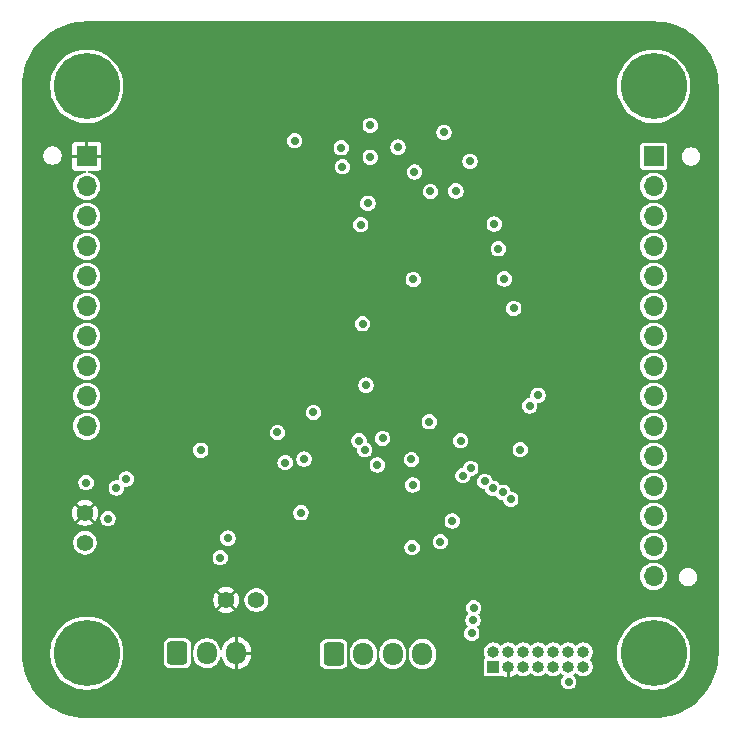
<source format=gbr>
%TF.GenerationSoftware,KiCad,Pcbnew,9.0.0*%
%TF.CreationDate,2025-02-22T16:24:44-05:00*%
%TF.ProjectId,SensorModuleBreakout,53656e73-6f72-44d6-9f64-756c65427265,rev?*%
%TF.SameCoordinates,Original*%
%TF.FileFunction,Copper,L3,Inr*%
%TF.FilePolarity,Positive*%
%FSLAX46Y46*%
G04 Gerber Fmt 4.6, Leading zero omitted, Abs format (unit mm)*
G04 Created by KiCad (PCBNEW 9.0.0) date 2025-02-22 16:24:44*
%MOMM*%
%LPD*%
G01*
G04 APERTURE LIST*
G04 Aperture macros list*
%AMRoundRect*
0 Rectangle with rounded corners*
0 $1 Rounding radius*
0 $2 $3 $4 $5 $6 $7 $8 $9 X,Y pos of 4 corners*
0 Add a 4 corners polygon primitive as box body*
4,1,4,$2,$3,$4,$5,$6,$7,$8,$9,$2,$3,0*
0 Add four circle primitives for the rounded corners*
1,1,$1+$1,$2,$3*
1,1,$1+$1,$4,$5*
1,1,$1+$1,$6,$7*
1,1,$1+$1,$8,$9*
0 Add four rect primitives between the rounded corners*
20,1,$1+$1,$2,$3,$4,$5,0*
20,1,$1+$1,$4,$5,$6,$7,0*
20,1,$1+$1,$6,$7,$8,$9,0*
20,1,$1+$1,$8,$9,$2,$3,0*%
G04 Aperture macros list end*
%TA.AperFunction,ComponentPad*%
%ADD10RoundRect,0.250000X-0.600000X-0.725000X0.600000X-0.725000X0.600000X0.725000X-0.600000X0.725000X0*%
%TD*%
%TA.AperFunction,ComponentPad*%
%ADD11O,1.700000X1.950000*%
%TD*%
%TA.AperFunction,ComponentPad*%
%ADD12C,5.600000*%
%TD*%
%TA.AperFunction,ComponentPad*%
%ADD13R,1.700000X1.700000*%
%TD*%
%TA.AperFunction,ComponentPad*%
%ADD14O,1.700000X1.700000*%
%TD*%
%TA.AperFunction,ComponentPad*%
%ADD15C,1.400000*%
%TD*%
%TA.AperFunction,ComponentPad*%
%ADD16R,1.000000X1.000000*%
%TD*%
%TA.AperFunction,ComponentPad*%
%ADD17O,1.000000X1.000000*%
%TD*%
%TA.AperFunction,ViaPad*%
%ADD18C,0.700000*%
%TD*%
G04 APERTURE END LIST*
D10*
%TO.N,CC_TX*%
%TO.C,J5*%
X126920000Y-104075000D03*
D11*
%TO.N,CC_RX*%
X129420000Y-104075000D03*
%TO.N,CC_WKE*%
X131920000Y-104075000D03*
%TO.N,CC_RDY*%
X134420000Y-104075000D03*
%TD*%
D12*
%TO.N,GND*%
%TO.C,H2*%
X154000000Y-56000000D03*
%TD*%
%TO.N,GND*%
%TO.C,H3*%
X106000000Y-104000000D03*
%TD*%
D13*
%TO.N,+3V3*%
%TO.C,J2*%
X106000000Y-61920000D03*
D14*
%TO.N,GND*%
X106000000Y-64460000D03*
%TO.N,PB4*%
X106000000Y-67000000D03*
%TO.N,PA15*%
X106000000Y-69540000D03*
%TO.N,PA12*%
X106000000Y-72080000D03*
%TO.N,PA11*%
X106000000Y-74620000D03*
%TO.N,PB8*%
X106000000Y-77160000D03*
%TO.N,PB9*%
X106000000Y-79700000D03*
%TO.N,PA8*%
X106000000Y-82240000D03*
%TO.N,PA1*%
X106000000Y-84780000D03*
%TD*%
D15*
%TO.N,Net-(JP2-A)*%
%TO.C,JP2*%
X120350000Y-99500000D03*
%TO.N,+3V3*%
X117810000Y-99500000D03*
%TD*%
D12*
%TO.N,GND*%
%TO.C,H4*%
X154000000Y-104000000D03*
%TD*%
%TO.N,GND*%
%TO.C,H1*%
X106000000Y-56000000D03*
%TD*%
D16*
%TO.N,unconnected-(J1-NC-Pad1)*%
%TO.C,J1*%
X140430000Y-105150000D03*
D17*
%TO.N,unconnected-(J1-NC-Pad2)*%
X140430000Y-103880000D03*
%TO.N,+3V3*%
X141700000Y-105150000D03*
%TO.N,JTMS{slash}SWDIO*%
X141700000Y-103880000D03*
%TO.N,GND*%
X142970000Y-105150000D03*
%TO.N,JTCK_SWCLK*%
X142970000Y-103880000D03*
%TO.N,GND*%
X144240000Y-105150000D03*
%TO.N,JTDO{slash}SWO*%
X144240000Y-103880000D03*
%TO.N,unconnected-(J1-JRCLK{slash}NC-Pad9)*%
X145510000Y-105150000D03*
%TO.N,unconnected-(J1-JTDI{slash}NC-Pad10)*%
X145510000Y-103880000D03*
%TO.N,GND*%
X146780000Y-105150000D03*
%TO.N,NRST*%
X146780000Y-103880000D03*
%TO.N,VCP_RX*%
X148050000Y-105150000D03*
%TO.N,VCP_TX*%
X148050000Y-103880000D03*
%TD*%
D13*
%TO.N,SDA*%
%TO.C,J3*%
X154000000Y-61920000D03*
D14*
%TO.N,SCL*%
X154000000Y-64460000D03*
%TO.N,PB15*%
X154000000Y-67000000D03*
%TO.N,PB14*%
X154000000Y-69540000D03*
%TO.N,PB13*%
X154000000Y-72080000D03*
%TO.N,PB12*%
X154000000Y-74620000D03*
%TO.N,PB11*%
X154000000Y-77160000D03*
%TO.N,PB10*%
X154000000Y-79700000D03*
%TO.N,PB2*%
X154000000Y-82240000D03*
%TO.N,PB1*%
X154000000Y-84780000D03*
%TO.N,PB0*%
X154000000Y-87320000D03*
%TO.N,PA7*%
X154000000Y-89860000D03*
%TO.N,PA6*%
X154000000Y-92400000D03*
%TO.N,VCP_RX*%
X154000000Y-94940000D03*
%TO.N,VCP_TX*%
X154000000Y-97480000D03*
%TD*%
D10*
%TO.N,VBAT*%
%TO.C,J4*%
X113670000Y-104000000D03*
D11*
%TO.N,GND*%
X116170000Y-104000000D03*
%TO.N,+3V3*%
X118670000Y-104000000D03*
%TD*%
D15*
%TO.N,+3V3*%
%TO.C,JP1*%
X105850000Y-92100000D03*
%TO.N,/BOOT0*%
X105850000Y-94640000D03*
%TD*%
D18*
%TO.N,SCL*%
X136250000Y-59900000D03*
%TO.N,GND*%
X138450000Y-62350000D03*
X137250000Y-64850000D03*
X135100000Y-64900000D03*
%TO.N,+3V3*%
X133750000Y-60400000D03*
%TO.N,GND*%
X133750000Y-63250000D03*
%TO.N,+3V3*%
X134850000Y-95050000D03*
X136800000Y-84200000D03*
X124300000Y-85400000D03*
X131300000Y-65900000D03*
X126250000Y-60550000D03*
X131500000Y-79850000D03*
X141700000Y-106500000D03*
X122800000Y-90450000D03*
X125900000Y-81300000D03*
X132650000Y-79800000D03*
%TO.N,GND*%
X130000000Y-62000000D03*
X137650000Y-86000000D03*
X133550000Y-95050000D03*
X129800000Y-65900000D03*
X125200000Y-83600000D03*
X146800000Y-106400000D03*
X117300000Y-95900000D03*
X123600000Y-60600000D03*
X122800000Y-87850000D03*
X135950000Y-94550000D03*
X127550000Y-61200000D03*
X117950000Y-94250000D03*
X130000000Y-59300000D03*
X127650000Y-62800000D03*
X132350000Y-61150000D03*
X107800000Y-92600000D03*
X129650000Y-81300000D03*
%TO.N,VCP_TX*%
X137850000Y-88950000D03*
X138700000Y-101200000D03*
%TO.N,JTDO{slash}SWO*%
X144200000Y-82150000D03*
%TO.N,JTCK_SWCLK*%
X143500000Y-83050000D03*
%TO.N,JTMS{slash}SWDIO*%
X142700000Y-86750000D03*
%TO.N,NRST*%
X138600000Y-102300000D03*
X136950000Y-92800000D03*
%TO.N,VCP_RX*%
X138513440Y-88341846D03*
X138750000Y-100150000D03*
%TO.N,SCL*%
X129200000Y-67700000D03*
X133650000Y-72350000D03*
%TO.N,PA15*%
X135000000Y-84400000D03*
%TO.N,PB15*%
X140500000Y-67650000D03*
X139700000Y-89450000D03*
%TO.N,PB13*%
X141221166Y-90369362D03*
X141350000Y-72300000D03*
%TO.N,PB14*%
X140850000Y-69750000D03*
X140387049Y-90031350D03*
%TO.N,PB12*%
X141905106Y-90954367D03*
X142150000Y-74800000D03*
%TO.N,PA8*%
X133600000Y-89750000D03*
X108500000Y-90000000D03*
%TO.N,PA12*%
X122150000Y-85300000D03*
X124400000Y-87550000D03*
X133490965Y-87590965D03*
%TO.N,PB9*%
X129050000Y-86000000D03*
%TO.N,PB8*%
X115650000Y-86800000D03*
X129533189Y-86759297D03*
%TO.N,PA1*%
X124150000Y-92100000D03*
X105950000Y-89550000D03*
%TO.N,PB4*%
X131050000Y-85800000D03*
X129350000Y-76100000D03*
%TO.N,/BOOT0*%
X130600000Y-88050000D03*
X109350000Y-89250000D03*
%TD*%
%TA.AperFunction,Conductor*%
%TO.N,+3V3*%
G36*
X154001523Y-50500563D02*
G01*
X154451097Y-50519157D01*
X154457170Y-50519661D01*
X154902169Y-50575129D01*
X154908171Y-50576131D01*
X155347063Y-50668157D01*
X155352959Y-50669650D01*
X155782762Y-50797607D01*
X155788526Y-50799586D01*
X156117385Y-50927908D01*
X156206279Y-50962595D01*
X156211879Y-50965052D01*
X156614718Y-51161987D01*
X156620098Y-51164898D01*
X157005311Y-51394436D01*
X157010431Y-51397781D01*
X157080034Y-51447476D01*
X157375389Y-51658355D01*
X157380193Y-51662095D01*
X157492056Y-51756838D01*
X157722370Y-51951904D01*
X157726870Y-51956046D01*
X158043953Y-52273129D01*
X158048095Y-52277629D01*
X158337901Y-52619803D01*
X158341652Y-52624621D01*
X158602218Y-52989568D01*
X158605563Y-52994688D01*
X158835101Y-53379901D01*
X158838012Y-53385281D01*
X159034947Y-53788120D01*
X159037404Y-53793720D01*
X159200409Y-54211463D01*
X159202395Y-54217248D01*
X159330345Y-54647024D01*
X159331846Y-54652953D01*
X159423865Y-55091813D01*
X159424872Y-55097846D01*
X159480337Y-55542818D01*
X159480842Y-55548913D01*
X159499437Y-55998476D01*
X159499500Y-56001534D01*
X159499500Y-103998465D01*
X159499437Y-104001523D01*
X159480842Y-104451086D01*
X159480337Y-104457181D01*
X159424872Y-104902153D01*
X159423865Y-104908186D01*
X159331846Y-105347046D01*
X159330345Y-105352975D01*
X159202395Y-105782751D01*
X159200409Y-105788536D01*
X159037404Y-106206279D01*
X159034947Y-106211879D01*
X158838012Y-106614718D01*
X158835101Y-106620098D01*
X158605563Y-107005311D01*
X158602218Y-107010431D01*
X158341652Y-107375378D01*
X158337895Y-107380204D01*
X158048095Y-107722370D01*
X158043953Y-107726870D01*
X157726870Y-108043953D01*
X157722370Y-108048095D01*
X157380204Y-108337895D01*
X157375378Y-108341652D01*
X157010431Y-108602218D01*
X157005311Y-108605563D01*
X156620098Y-108835101D01*
X156614718Y-108838012D01*
X156211879Y-109034947D01*
X156206279Y-109037404D01*
X155788536Y-109200409D01*
X155782751Y-109202395D01*
X155352975Y-109330345D01*
X155347046Y-109331846D01*
X154908186Y-109423865D01*
X154902153Y-109424872D01*
X154457181Y-109480337D01*
X154451086Y-109480842D01*
X154001523Y-109499437D01*
X153998465Y-109499500D01*
X106001535Y-109499500D01*
X105998477Y-109499437D01*
X105548913Y-109480842D01*
X105542818Y-109480337D01*
X105097846Y-109424872D01*
X105091813Y-109423865D01*
X104652953Y-109331846D01*
X104647024Y-109330345D01*
X104217248Y-109202395D01*
X104211463Y-109200409D01*
X103793720Y-109037404D01*
X103788120Y-109034947D01*
X103385281Y-108838012D01*
X103379901Y-108835101D01*
X102994688Y-108605563D01*
X102989568Y-108602218D01*
X102806678Y-108471637D01*
X102624613Y-108341646D01*
X102619803Y-108337901D01*
X102277629Y-108048095D01*
X102273129Y-108043953D01*
X101956046Y-107726870D01*
X101951904Y-107722370D01*
X101730446Y-107460895D01*
X101662095Y-107380193D01*
X101658355Y-107375389D01*
X101397781Y-107010431D01*
X101394436Y-107005311D01*
X101164898Y-106620098D01*
X101161987Y-106614718D01*
X100965052Y-106211879D01*
X100962595Y-106206279D01*
X100927908Y-106117385D01*
X100799586Y-105788526D01*
X100797607Y-105782762D01*
X100669650Y-105352959D01*
X100668157Y-105347063D01*
X100576131Y-104908171D01*
X100575129Y-104902169D01*
X100519661Y-104457170D01*
X100519157Y-104451086D01*
X100518807Y-104442630D01*
X100500563Y-104001523D01*
X100500500Y-103998465D01*
X100500500Y-103825880D01*
X102899500Y-103825880D01*
X102899500Y-104174120D01*
X102914281Y-104305305D01*
X102938491Y-104520173D01*
X102985926Y-104727996D01*
X103012198Y-104843104D01*
X103015981Y-104859676D01*
X103015984Y-104859688D01*
X103130997Y-105188378D01*
X103282091Y-105502128D01*
X103282093Y-105502132D01*
X103282094Y-105502133D01*
X103467370Y-105796997D01*
X103684494Y-106069263D01*
X103930737Y-106315506D01*
X104203003Y-106532630D01*
X104497867Y-106717906D01*
X104811621Y-106869002D01*
X105140319Y-106984018D01*
X105479829Y-107061509D01*
X105825880Y-107100500D01*
X105825884Y-107100500D01*
X106174116Y-107100500D01*
X106174120Y-107100500D01*
X106520171Y-107061509D01*
X106859681Y-106984018D01*
X107188379Y-106869002D01*
X107502133Y-106717906D01*
X107796997Y-106532630D01*
X108069263Y-106315506D01*
X108315506Y-106069263D01*
X108532630Y-105796997D01*
X108717906Y-105502133D01*
X108869002Y-105188379D01*
X108984018Y-104859681D01*
X109004920Y-104768104D01*
X112519499Y-104768104D01*
X112528506Y-104843102D01*
X112530123Y-104856564D01*
X112543283Y-104889936D01*
X112585638Y-104997341D01*
X112670308Y-105108994D01*
X112677078Y-105117922D01*
X112797658Y-105209361D01*
X112938436Y-105264877D01*
X113009764Y-105273442D01*
X113026896Y-105275500D01*
X113026898Y-105275500D01*
X114313104Y-105275500D01*
X114328722Y-105273624D01*
X114401564Y-105264877D01*
X114542342Y-105209361D01*
X114662922Y-105117922D01*
X114754361Y-104997342D01*
X114809877Y-104856564D01*
X114820173Y-104770825D01*
X114820500Y-104768104D01*
X114820500Y-103784453D01*
X115019500Y-103784453D01*
X115019500Y-104215546D01*
X115047828Y-104394406D01*
X115047831Y-104394419D01*
X115103787Y-104566635D01*
X115103788Y-104566638D01*
X115103789Y-104566639D01*
X115161804Y-104680500D01*
X115186005Y-104727995D01*
X115186005Y-104727996D01*
X115230420Y-104789128D01*
X115292447Y-104874501D01*
X115420499Y-105002553D01*
X115567006Y-105108996D01*
X115728361Y-105191211D01*
X115728364Y-105191212D01*
X115728363Y-105191212D01*
X115900580Y-105247168D01*
X115900586Y-105247169D01*
X115900591Y-105247171D01*
X116012383Y-105264877D01*
X116079453Y-105275500D01*
X116079454Y-105275500D01*
X116260547Y-105275500D01*
X116319188Y-105266212D01*
X116439409Y-105247171D01*
X116439416Y-105247168D01*
X116439419Y-105247168D01*
X116555778Y-105209361D01*
X116611639Y-105191211D01*
X116772994Y-105108996D01*
X116919501Y-105002553D01*
X117047553Y-104874501D01*
X117153996Y-104727994D01*
X117236211Y-104566639D01*
X117269991Y-104462674D01*
X117292168Y-104394419D01*
X117292168Y-104394417D01*
X117292171Y-104394409D01*
X117296540Y-104366818D01*
X117326131Y-104318528D01*
X117381203Y-104305305D01*
X117429495Y-104334896D01*
X117442718Y-104366817D01*
X117450779Y-104417708D01*
X117450781Y-104417719D01*
X117511577Y-104604828D01*
X117511579Y-104604833D01*
X117600903Y-104780142D01*
X117716551Y-104939317D01*
X117855682Y-105078448D01*
X118014857Y-105194096D01*
X118190166Y-105283420D01*
X118190171Y-105283422D01*
X118377280Y-105344218D01*
X118377293Y-105344221D01*
X118544998Y-105370783D01*
X118545000Y-105370782D01*
X118545000Y-104458262D01*
X118607465Y-104475000D01*
X118732535Y-104475000D01*
X118795000Y-104458262D01*
X118795000Y-105370782D01*
X118795001Y-105370783D01*
X118962706Y-105344221D01*
X118962719Y-105344218D01*
X119149828Y-105283422D01*
X119149833Y-105283420D01*
X119325142Y-105194096D01*
X119484317Y-105078448D01*
X119623448Y-104939317D01*
X119693351Y-104843104D01*
X125769499Y-104843104D01*
X125778314Y-104916498D01*
X125780123Y-104931564D01*
X125787569Y-104950446D01*
X125835638Y-105072341D01*
X125926976Y-105192787D01*
X125927078Y-105192922D01*
X126047658Y-105284361D01*
X126188436Y-105339877D01*
X126259764Y-105348442D01*
X126276896Y-105350500D01*
X126276898Y-105350500D01*
X127563104Y-105350500D01*
X127578722Y-105348624D01*
X127651564Y-105339877D01*
X127792342Y-105284361D01*
X127912922Y-105192922D01*
X128004361Y-105072342D01*
X128059877Y-104931564D01*
X128070500Y-104843102D01*
X128070500Y-103859453D01*
X128269500Y-103859453D01*
X128269500Y-104290546D01*
X128297828Y-104469406D01*
X128297831Y-104469419D01*
X128353787Y-104641635D01*
X128353788Y-104641638D01*
X128353789Y-104641639D01*
X128436004Y-104802994D01*
X128542447Y-104949501D01*
X128670499Y-105077553D01*
X128817006Y-105183996D01*
X128978361Y-105266211D01*
X128978364Y-105266212D01*
X128978363Y-105266212D01*
X129150580Y-105322168D01*
X129150586Y-105322169D01*
X129150591Y-105322171D01*
X129262383Y-105339877D01*
X129329453Y-105350500D01*
X129329454Y-105350500D01*
X129510547Y-105350500D01*
X129577617Y-105339877D01*
X129689409Y-105322171D01*
X129689416Y-105322168D01*
X129689419Y-105322168D01*
X129808674Y-105283420D01*
X129861639Y-105266211D01*
X130022994Y-105183996D01*
X130169501Y-105077553D01*
X130297553Y-104949501D01*
X130403996Y-104802994D01*
X130486211Y-104641639D01*
X130539629Y-104477234D01*
X130542168Y-104469419D01*
X130542168Y-104469416D01*
X130542171Y-104469409D01*
X130570500Y-104290546D01*
X130570500Y-103859454D01*
X130570500Y-103859453D01*
X130769500Y-103859453D01*
X130769500Y-104290546D01*
X130797828Y-104469406D01*
X130797831Y-104469419D01*
X130853787Y-104641635D01*
X130853788Y-104641638D01*
X130853789Y-104641639D01*
X130936004Y-104802994D01*
X131042447Y-104949501D01*
X131170499Y-105077553D01*
X131317006Y-105183996D01*
X131478361Y-105266211D01*
X131478364Y-105266212D01*
X131478363Y-105266212D01*
X131650580Y-105322168D01*
X131650586Y-105322169D01*
X131650591Y-105322171D01*
X131762383Y-105339877D01*
X131829453Y-105350500D01*
X131829454Y-105350500D01*
X132010547Y-105350500D01*
X132077617Y-105339877D01*
X132189409Y-105322171D01*
X132189416Y-105322168D01*
X132189419Y-105322168D01*
X132308674Y-105283420D01*
X132361639Y-105266211D01*
X132522994Y-105183996D01*
X132669501Y-105077553D01*
X132797553Y-104949501D01*
X132903996Y-104802994D01*
X132986211Y-104641639D01*
X133039629Y-104477234D01*
X133042168Y-104469419D01*
X133042168Y-104469416D01*
X133042171Y-104469409D01*
X133070500Y-104290546D01*
X133070500Y-103859454D01*
X133070500Y-103859453D01*
X133269500Y-103859453D01*
X133269500Y-104290546D01*
X133297828Y-104469406D01*
X133297831Y-104469419D01*
X133353787Y-104641635D01*
X133353788Y-104641638D01*
X133353789Y-104641639D01*
X133436004Y-104802994D01*
X133542447Y-104949501D01*
X133670499Y-105077553D01*
X133817006Y-105183996D01*
X133978361Y-105266211D01*
X133978364Y-105266212D01*
X133978363Y-105266212D01*
X134150580Y-105322168D01*
X134150586Y-105322169D01*
X134150591Y-105322171D01*
X134262383Y-105339877D01*
X134329453Y-105350500D01*
X134329454Y-105350500D01*
X134510547Y-105350500D01*
X134577617Y-105339877D01*
X134689409Y-105322171D01*
X134689416Y-105322168D01*
X134689419Y-105322168D01*
X134808674Y-105283420D01*
X134861639Y-105266211D01*
X135022994Y-105183996D01*
X135169501Y-105077553D01*
X135297553Y-104949501D01*
X135403996Y-104802994D01*
X135486211Y-104641639D01*
X135539629Y-104477234D01*
X135542168Y-104469419D01*
X135542168Y-104469416D01*
X135542171Y-104469409D01*
X135570500Y-104290546D01*
X135570500Y-103859454D01*
X135565183Y-103825883D01*
X135562525Y-103809099D01*
X135561267Y-103801159D01*
X139629500Y-103801159D01*
X139629500Y-103958840D01*
X139660261Y-104113491D01*
X139660264Y-104113501D01*
X139720604Y-104259176D01*
X139757059Y-104313735D01*
X139768108Y-104369284D01*
X139747856Y-104407173D01*
X139677794Y-104477234D01*
X139632414Y-104580011D01*
X139629500Y-104605135D01*
X139629500Y-105694863D01*
X139632414Y-105719986D01*
X139632415Y-105719992D01*
X139662680Y-105788536D01*
X139677794Y-105822765D01*
X139757235Y-105902206D01*
X139860009Y-105947585D01*
X139885135Y-105950500D01*
X140974864Y-105950499D01*
X140999991Y-105947585D01*
X141102765Y-105902206D01*
X141102768Y-105902202D01*
X141108423Y-105898330D01*
X141109765Y-105900289D01*
X141153405Y-105882205D01*
X141194529Y-105894676D01*
X141273692Y-105947571D01*
X141437475Y-106015412D01*
X141437486Y-106015415D01*
X141574999Y-106042768D01*
X141575000Y-106042767D01*
X141575000Y-105452970D01*
X141657213Y-105475000D01*
X141742787Y-105475000D01*
X141825000Y-105452970D01*
X141825000Y-106042768D01*
X141962513Y-106015415D01*
X141962524Y-106015412D01*
X142126305Y-105947572D01*
X142273716Y-105849076D01*
X142353031Y-105769761D01*
X142405357Y-105748087D01*
X142457683Y-105769761D01*
X142459711Y-105771789D01*
X142590821Y-105859394D01*
X142590826Y-105859396D01*
X142590825Y-105859396D01*
X142694179Y-105902206D01*
X142736503Y-105919737D01*
X142891158Y-105950500D01*
X142891160Y-105950500D01*
X143048840Y-105950500D01*
X143048842Y-105950500D01*
X143203497Y-105919737D01*
X143349179Y-105859394D01*
X143480289Y-105771789D01*
X143552674Y-105699404D01*
X143605000Y-105677730D01*
X143657326Y-105699404D01*
X143729711Y-105771789D01*
X143860821Y-105859394D01*
X143860826Y-105859396D01*
X143860825Y-105859396D01*
X143964179Y-105902206D01*
X144006503Y-105919737D01*
X144161158Y-105950500D01*
X144161160Y-105950500D01*
X144318840Y-105950500D01*
X144318842Y-105950500D01*
X144473497Y-105919737D01*
X144619179Y-105859394D01*
X144750289Y-105771789D01*
X144822674Y-105699404D01*
X144875000Y-105677730D01*
X144927326Y-105699404D01*
X144999711Y-105771789D01*
X145130821Y-105859394D01*
X145130826Y-105859396D01*
X145130825Y-105859396D01*
X145234179Y-105902206D01*
X145276503Y-105919737D01*
X145431158Y-105950500D01*
X145431160Y-105950500D01*
X145588840Y-105950500D01*
X145588842Y-105950500D01*
X145743497Y-105919737D01*
X145889179Y-105859394D01*
X146020289Y-105771789D01*
X146092674Y-105699404D01*
X146145000Y-105677730D01*
X146197326Y-105699404D01*
X146269711Y-105771789D01*
X146327535Y-105810426D01*
X146337741Y-105817245D01*
X146369207Y-105864337D01*
X146358158Y-105919886D01*
X146348955Y-105931100D01*
X146294725Y-105985330D01*
X146294723Y-105985331D01*
X146223533Y-106091876D01*
X146174498Y-106210257D01*
X146174497Y-106210260D01*
X146149500Y-106335932D01*
X146149500Y-106464067D01*
X146174497Y-106589739D01*
X146174498Y-106589742D01*
X146184843Y-106614718D01*
X146223535Y-106708127D01*
X146294724Y-106814669D01*
X146385331Y-106905276D01*
X146491873Y-106976465D01*
X146610256Y-107025501D01*
X146610258Y-107025501D01*
X146610260Y-107025502D01*
X146652903Y-107033984D01*
X146735931Y-107050500D01*
X146735933Y-107050500D01*
X146864067Y-107050500D01*
X146864069Y-107050500D01*
X146989744Y-107025501D01*
X147108127Y-106976465D01*
X147214669Y-106905276D01*
X147305276Y-106814669D01*
X147376465Y-106708127D01*
X147425501Y-106589744D01*
X147450500Y-106464069D01*
X147450500Y-106335931D01*
X147425501Y-106210256D01*
X147376465Y-106091873D01*
X147305276Y-105985331D01*
X147235021Y-105915076D01*
X147213348Y-105862753D01*
X147235022Y-105810426D01*
X147246234Y-105801225D01*
X147290289Y-105771789D01*
X147362674Y-105699404D01*
X147415000Y-105677730D01*
X147467326Y-105699404D01*
X147539711Y-105771789D01*
X147670821Y-105859394D01*
X147670826Y-105859396D01*
X147670825Y-105859396D01*
X147774179Y-105902206D01*
X147816503Y-105919737D01*
X147971158Y-105950500D01*
X147971160Y-105950500D01*
X148128840Y-105950500D01*
X148128842Y-105950500D01*
X148283497Y-105919737D01*
X148429179Y-105859394D01*
X148560289Y-105771789D01*
X148671789Y-105660289D01*
X148759394Y-105529179D01*
X148819737Y-105383497D01*
X148850500Y-105228842D01*
X148850500Y-105071158D01*
X148819737Y-104916503D01*
X148808733Y-104889936D01*
X148759396Y-104770825D01*
X148759395Y-104770823D01*
X148759394Y-104770821D01*
X148671789Y-104639711D01*
X148599404Y-104567326D01*
X148577730Y-104515000D01*
X148599404Y-104462674D01*
X148671788Y-104390290D01*
X148671789Y-104390289D01*
X148759394Y-104259179D01*
X148819737Y-104113497D01*
X148850500Y-103958842D01*
X148850500Y-103825880D01*
X150899500Y-103825880D01*
X150899500Y-104174120D01*
X150914281Y-104305305D01*
X150938491Y-104520173D01*
X150985926Y-104727996D01*
X151012198Y-104843104D01*
X151015981Y-104859676D01*
X151015984Y-104859688D01*
X151130997Y-105188378D01*
X151282091Y-105502128D01*
X151282093Y-105502132D01*
X151282094Y-105502133D01*
X151467370Y-105796997D01*
X151684494Y-106069263D01*
X151930737Y-106315506D01*
X152203003Y-106532630D01*
X152497867Y-106717906D01*
X152811621Y-106869002D01*
X153140319Y-106984018D01*
X153479829Y-107061509D01*
X153825880Y-107100500D01*
X153825884Y-107100500D01*
X154174116Y-107100500D01*
X154174120Y-107100500D01*
X154520171Y-107061509D01*
X154859681Y-106984018D01*
X155188379Y-106869002D01*
X155502133Y-106717906D01*
X155796997Y-106532630D01*
X156069263Y-106315506D01*
X156315506Y-106069263D01*
X156532630Y-105796997D01*
X156717906Y-105502133D01*
X156869002Y-105188379D01*
X156984018Y-104859681D01*
X157061509Y-104520171D01*
X157100500Y-104174120D01*
X157100500Y-103825880D01*
X157061509Y-103479829D01*
X156984018Y-103140319D01*
X156869002Y-102811621D01*
X156840689Y-102752828D01*
X156717908Y-102497871D01*
X156717907Y-102497870D01*
X156717906Y-102497867D01*
X156532630Y-102203003D01*
X156315506Y-101930737D01*
X156069263Y-101684494D01*
X155796997Y-101467370D01*
X155502133Y-101282094D01*
X155502132Y-101282093D01*
X155502128Y-101282091D01*
X155188378Y-101130997D01*
X154859688Y-101015984D01*
X154859683Y-101015982D01*
X154859681Y-101015982D01*
X154520171Y-100938491D01*
X154520174Y-100938491D01*
X154371863Y-100921780D01*
X154174120Y-100899500D01*
X153825880Y-100899500D01*
X153628136Y-100921780D01*
X153479826Y-100938491D01*
X153140323Y-101015981D01*
X153140311Y-101015984D01*
X152811621Y-101130997D01*
X152497871Y-101282091D01*
X152203002Y-101467370D01*
X151930733Y-101684497D01*
X151684497Y-101930733D01*
X151467370Y-102203002D01*
X151282091Y-102497871D01*
X151130997Y-102811621D01*
X151015984Y-103140311D01*
X151015981Y-103140323D01*
X150938491Y-103479826D01*
X150936125Y-103500825D01*
X150899500Y-103825880D01*
X148850500Y-103825880D01*
X148850500Y-103801158D01*
X148819737Y-103646503D01*
X148769409Y-103525000D01*
X148759396Y-103500825D01*
X148759395Y-103500823D01*
X148759394Y-103500821D01*
X148671789Y-103369711D01*
X148560289Y-103258211D01*
X148542241Y-103246152D01*
X148502888Y-103219857D01*
X148429179Y-103170606D01*
X148429175Y-103170604D01*
X148429173Y-103170603D01*
X148429174Y-103170603D01*
X148283501Y-103110264D01*
X148283491Y-103110261D01*
X148179925Y-103089661D01*
X148128842Y-103079500D01*
X147971158Y-103079500D01*
X147927315Y-103088220D01*
X147816508Y-103110261D01*
X147816498Y-103110264D01*
X147670825Y-103170603D01*
X147539711Y-103258210D01*
X147539710Y-103258212D01*
X147467326Y-103330596D01*
X147415000Y-103352270D01*
X147362674Y-103330596D01*
X147290288Y-103258210D01*
X147232888Y-103219857D01*
X147159179Y-103170606D01*
X147159175Y-103170604D01*
X147159173Y-103170603D01*
X147159174Y-103170603D01*
X147013501Y-103110264D01*
X147013491Y-103110261D01*
X146909925Y-103089661D01*
X146858842Y-103079500D01*
X146701158Y-103079500D01*
X146657315Y-103088220D01*
X146546508Y-103110261D01*
X146546498Y-103110264D01*
X146400825Y-103170603D01*
X146269711Y-103258210D01*
X146269710Y-103258212D01*
X146197326Y-103330596D01*
X146145000Y-103352270D01*
X146092674Y-103330596D01*
X146020288Y-103258210D01*
X145962888Y-103219857D01*
X145889179Y-103170606D01*
X145889175Y-103170604D01*
X145889173Y-103170603D01*
X145889174Y-103170603D01*
X145743501Y-103110264D01*
X145743491Y-103110261D01*
X145639925Y-103089661D01*
X145588842Y-103079500D01*
X145431158Y-103079500D01*
X145387315Y-103088220D01*
X145276508Y-103110261D01*
X145276498Y-103110264D01*
X145130825Y-103170603D01*
X144999711Y-103258210D01*
X144999710Y-103258212D01*
X144927326Y-103330596D01*
X144875000Y-103352270D01*
X144822674Y-103330596D01*
X144750288Y-103258210D01*
X144692888Y-103219857D01*
X144619179Y-103170606D01*
X144619175Y-103170604D01*
X144619173Y-103170603D01*
X144619174Y-103170603D01*
X144473501Y-103110264D01*
X144473491Y-103110261D01*
X144369925Y-103089661D01*
X144318842Y-103079500D01*
X144161158Y-103079500D01*
X144117315Y-103088220D01*
X144006508Y-103110261D01*
X144006498Y-103110264D01*
X143860825Y-103170603D01*
X143729711Y-103258210D01*
X143729710Y-103258212D01*
X143657326Y-103330596D01*
X143605000Y-103352270D01*
X143552674Y-103330596D01*
X143480288Y-103258210D01*
X143422888Y-103219857D01*
X143349179Y-103170606D01*
X143349175Y-103170604D01*
X143349173Y-103170603D01*
X143349174Y-103170603D01*
X143203501Y-103110264D01*
X143203491Y-103110261D01*
X143099925Y-103089661D01*
X143048842Y-103079500D01*
X142891158Y-103079500D01*
X142847315Y-103088220D01*
X142736508Y-103110261D01*
X142736498Y-103110264D01*
X142590825Y-103170603D01*
X142459711Y-103258210D01*
X142459710Y-103258212D01*
X142387326Y-103330596D01*
X142335000Y-103352270D01*
X142282674Y-103330596D01*
X142210288Y-103258210D01*
X142152888Y-103219857D01*
X142079179Y-103170606D01*
X142079175Y-103170604D01*
X142079173Y-103170603D01*
X142079174Y-103170603D01*
X141933501Y-103110264D01*
X141933491Y-103110261D01*
X141829925Y-103089661D01*
X141778842Y-103079500D01*
X141621158Y-103079500D01*
X141577315Y-103088220D01*
X141466508Y-103110261D01*
X141466498Y-103110264D01*
X141320825Y-103170603D01*
X141189711Y-103258210D01*
X141189710Y-103258212D01*
X141117326Y-103330596D01*
X141065000Y-103352270D01*
X141012674Y-103330596D01*
X140940288Y-103258210D01*
X140882888Y-103219857D01*
X140809179Y-103170606D01*
X140809175Y-103170604D01*
X140809173Y-103170603D01*
X140809174Y-103170603D01*
X140663501Y-103110264D01*
X140663491Y-103110261D01*
X140559925Y-103089661D01*
X140508842Y-103079500D01*
X140351158Y-103079500D01*
X140307315Y-103088220D01*
X140196508Y-103110261D01*
X140196498Y-103110264D01*
X140050825Y-103170603D01*
X139919711Y-103258210D01*
X139919710Y-103258212D01*
X139808212Y-103369710D01*
X139808210Y-103369711D01*
X139720603Y-103500825D01*
X139660264Y-103646498D01*
X139660261Y-103646508D01*
X139629500Y-103801159D01*
X135561267Y-103801159D01*
X135546566Y-103708343D01*
X135542171Y-103680591D01*
X135542169Y-103680586D01*
X135542168Y-103680580D01*
X135486212Y-103508364D01*
X135486211Y-103508363D01*
X135486211Y-103508361D01*
X135403996Y-103347006D01*
X135297553Y-103200499D01*
X135169501Y-103072447D01*
X135066268Y-102997444D01*
X135022996Y-102966005D01*
X134861635Y-102883787D01*
X134861636Y-102883787D01*
X134689419Y-102827831D01*
X134689406Y-102827828D01*
X134510547Y-102799500D01*
X134510546Y-102799500D01*
X134329454Y-102799500D01*
X134329453Y-102799500D01*
X134150593Y-102827828D01*
X134150580Y-102827831D01*
X133978364Y-102883787D01*
X133817004Y-102966005D01*
X133817003Y-102966005D01*
X133686692Y-103060682D01*
X133670499Y-103072447D01*
X133542447Y-103200499D01*
X133542444Y-103200502D01*
X133542444Y-103200503D01*
X133436005Y-103347003D01*
X133436005Y-103347004D01*
X133353787Y-103508364D01*
X133297831Y-103680580D01*
X133297828Y-103680593D01*
X133269500Y-103859453D01*
X133070500Y-103859453D01*
X133042171Y-103680591D01*
X133042169Y-103680586D01*
X133042168Y-103680580D01*
X132986212Y-103508364D01*
X132986211Y-103508363D01*
X132986211Y-103508361D01*
X132903996Y-103347006D01*
X132797553Y-103200499D01*
X132669501Y-103072447D01*
X132566268Y-102997444D01*
X132522996Y-102966005D01*
X132361635Y-102883787D01*
X132361636Y-102883787D01*
X132189419Y-102827831D01*
X132189406Y-102827828D01*
X132010547Y-102799500D01*
X132010546Y-102799500D01*
X131829454Y-102799500D01*
X131829453Y-102799500D01*
X131650593Y-102827828D01*
X131650580Y-102827831D01*
X131478364Y-102883787D01*
X131317004Y-102966005D01*
X131317003Y-102966005D01*
X131186692Y-103060682D01*
X131170499Y-103072447D01*
X131042447Y-103200499D01*
X131042444Y-103200502D01*
X131042444Y-103200503D01*
X130936005Y-103347003D01*
X130936005Y-103347004D01*
X130853787Y-103508364D01*
X130797831Y-103680580D01*
X130797828Y-103680593D01*
X130769500Y-103859453D01*
X130570500Y-103859453D01*
X130542171Y-103680591D01*
X130542169Y-103680586D01*
X130542168Y-103680580D01*
X130486212Y-103508364D01*
X130486211Y-103508363D01*
X130486211Y-103508361D01*
X130403996Y-103347006D01*
X130297553Y-103200499D01*
X130169501Y-103072447D01*
X130066268Y-102997444D01*
X130022996Y-102966005D01*
X129861635Y-102883787D01*
X129861636Y-102883787D01*
X129689419Y-102827831D01*
X129689406Y-102827828D01*
X129510547Y-102799500D01*
X129510546Y-102799500D01*
X129329454Y-102799500D01*
X129329453Y-102799500D01*
X129150593Y-102827828D01*
X129150580Y-102827831D01*
X128978364Y-102883787D01*
X128817004Y-102966005D01*
X128817003Y-102966005D01*
X128686692Y-103060682D01*
X128670499Y-103072447D01*
X128542447Y-103200499D01*
X128542444Y-103200502D01*
X128542444Y-103200503D01*
X128436005Y-103347003D01*
X128436005Y-103347004D01*
X128353787Y-103508364D01*
X128297831Y-103680580D01*
X128297828Y-103680593D01*
X128269500Y-103859453D01*
X128070500Y-103859453D01*
X128070500Y-103306898D01*
X128059877Y-103218436D01*
X128004361Y-103077658D01*
X127912922Y-102957078D01*
X127816277Y-102883789D01*
X127792341Y-102865638D01*
X127696463Y-102827829D01*
X127651564Y-102810123D01*
X127622076Y-102806582D01*
X127563104Y-102799500D01*
X127563102Y-102799500D01*
X126276898Y-102799500D01*
X126276896Y-102799500D01*
X126188436Y-102810123D01*
X126047658Y-102865638D01*
X125927078Y-102957077D01*
X125927077Y-102957078D01*
X125835638Y-103077658D01*
X125780123Y-103218436D01*
X125775347Y-103258211D01*
X125769500Y-103306898D01*
X125769500Y-104843102D01*
X125769500Y-104843104D01*
X125769499Y-104843104D01*
X119693351Y-104843104D01*
X119739096Y-104780142D01*
X119828420Y-104604833D01*
X119828422Y-104604828D01*
X119889218Y-104417719D01*
X119889221Y-104417706D01*
X119920000Y-104223377D01*
X119920000Y-104125000D01*
X119128263Y-104125000D01*
X119145000Y-104062535D01*
X119145000Y-103937465D01*
X119128263Y-103875000D01*
X119920000Y-103875000D01*
X119920000Y-103776622D01*
X119889221Y-103582293D01*
X119889218Y-103582280D01*
X119828422Y-103395171D01*
X119828420Y-103395166D01*
X119799436Y-103338281D01*
X119739096Y-103219857D01*
X119623448Y-103060682D01*
X119484317Y-102921551D01*
X119325142Y-102805903D01*
X119149833Y-102716579D01*
X119149828Y-102716577D01*
X118962719Y-102655781D01*
X118962708Y-102655779D01*
X118795000Y-102629215D01*
X118795000Y-103541737D01*
X118732535Y-103525000D01*
X118607465Y-103525000D01*
X118545000Y-103541737D01*
X118545000Y-102629215D01*
X118377291Y-102655779D01*
X118377280Y-102655781D01*
X118190171Y-102716577D01*
X118190166Y-102716579D01*
X118014857Y-102805903D01*
X117855682Y-102921551D01*
X117716551Y-103060682D01*
X117600903Y-103219857D01*
X117511579Y-103395166D01*
X117511577Y-103395171D01*
X117450781Y-103582280D01*
X117450779Y-103582291D01*
X117442718Y-103633182D01*
X117413124Y-103681473D01*
X117358052Y-103694694D01*
X117309761Y-103665100D01*
X117296540Y-103633179D01*
X117292171Y-103605591D01*
X117292168Y-103605584D01*
X117292168Y-103605580D01*
X117236212Y-103433364D01*
X117236211Y-103433363D01*
X117236211Y-103433361D01*
X117153996Y-103272006D01*
X117047553Y-103125499D01*
X116919501Y-102997447D01*
X116815039Y-102921551D01*
X116772996Y-102891005D01*
X116611635Y-102808787D01*
X116611636Y-102808787D01*
X116439419Y-102752831D01*
X116439406Y-102752828D01*
X116260547Y-102724500D01*
X116260546Y-102724500D01*
X116079454Y-102724500D01*
X116079453Y-102724500D01*
X115900593Y-102752828D01*
X115900580Y-102752831D01*
X115728364Y-102808787D01*
X115567004Y-102891005D01*
X115567003Y-102891005D01*
X115463775Y-102966005D01*
X115420499Y-102997447D01*
X115292447Y-103125499D01*
X115292444Y-103125502D01*
X115292444Y-103125503D01*
X115186005Y-103272003D01*
X115186005Y-103272004D01*
X115103787Y-103433364D01*
X115047831Y-103605580D01*
X115047828Y-103605593D01*
X115019500Y-103784453D01*
X114820500Y-103784453D01*
X114820500Y-103231895D01*
X114816729Y-103200494D01*
X114809877Y-103143436D01*
X114754361Y-103002658D01*
X114662922Y-102882078D01*
X114655522Y-102876466D01*
X114542341Y-102790638D01*
X114446463Y-102752829D01*
X114401564Y-102735123D01*
X114372076Y-102731582D01*
X114313104Y-102724500D01*
X114313102Y-102724500D01*
X113026898Y-102724500D01*
X113026896Y-102724500D01*
X112938436Y-102735123D01*
X112797658Y-102790638D01*
X112677078Y-102882077D01*
X112677077Y-102882078D01*
X112585638Y-103002658D01*
X112530123Y-103143436D01*
X112521117Y-103218436D01*
X112519500Y-103231898D01*
X112519500Y-104768102D01*
X112519500Y-104768104D01*
X112519499Y-104768104D01*
X109004920Y-104768104D01*
X109061509Y-104520171D01*
X109100500Y-104174120D01*
X109100500Y-103825880D01*
X109061509Y-103479829D01*
X109050903Y-103433361D01*
X109008174Y-103246152D01*
X108984019Y-103140323D01*
X108984015Y-103140311D01*
X108978833Y-103125503D01*
X108869002Y-102811621D01*
X108840689Y-102752828D01*
X108717908Y-102497871D01*
X108717907Y-102497870D01*
X108717906Y-102497867D01*
X108553321Y-102235932D01*
X137949500Y-102235932D01*
X137949500Y-102364067D01*
X137974497Y-102489739D01*
X137974498Y-102489742D01*
X137977863Y-102497867D01*
X138023535Y-102608127D01*
X138094724Y-102714669D01*
X138185331Y-102805276D01*
X138291873Y-102876465D01*
X138410256Y-102925501D01*
X138410258Y-102925501D01*
X138410260Y-102925502D01*
X138452903Y-102933984D01*
X138535931Y-102950500D01*
X138535933Y-102950500D01*
X138664067Y-102950500D01*
X138664069Y-102950500D01*
X138789744Y-102925501D01*
X138908127Y-102876465D01*
X139014669Y-102805276D01*
X139105276Y-102714669D01*
X139176465Y-102608127D01*
X139225501Y-102489744D01*
X139250500Y-102364069D01*
X139250500Y-102235931D01*
X139225501Y-102110256D01*
X139176465Y-101991873D01*
X139105276Y-101885331D01*
X139064862Y-101844917D01*
X139043188Y-101792591D01*
X139064862Y-101740265D01*
X139076077Y-101731062D01*
X139087342Y-101723535D01*
X139114669Y-101705276D01*
X139205276Y-101614669D01*
X139276465Y-101508127D01*
X139325501Y-101389744D01*
X139350500Y-101264069D01*
X139350500Y-101135931D01*
X139338168Y-101073939D01*
X139325502Y-101010260D01*
X139325501Y-101010257D01*
X139276466Y-100891876D01*
X139276465Y-100891873D01*
X139205276Y-100785331D01*
X139172271Y-100752326D01*
X139150597Y-100700000D01*
X139172271Y-100647674D01*
X139255275Y-100564670D01*
X139255276Y-100564669D01*
X139326465Y-100458127D01*
X139375501Y-100339744D01*
X139400500Y-100214069D01*
X139400500Y-100085931D01*
X139375501Y-99960256D01*
X139326465Y-99841873D01*
X139255276Y-99735331D01*
X139164669Y-99644724D01*
X139058127Y-99573535D01*
X139058124Y-99573533D01*
X139058123Y-99573533D01*
X138939742Y-99524498D01*
X138939739Y-99524497D01*
X138849696Y-99506586D01*
X138814069Y-99499500D01*
X138685931Y-99499500D01*
X138654726Y-99505707D01*
X138560260Y-99524497D01*
X138560257Y-99524498D01*
X138441876Y-99573533D01*
X138335331Y-99644723D01*
X138335330Y-99644725D01*
X138244725Y-99735330D01*
X138244723Y-99735331D01*
X138173533Y-99841876D01*
X138124498Y-99960257D01*
X138124497Y-99960260D01*
X138099500Y-100085932D01*
X138099500Y-100214067D01*
X138124497Y-100339739D01*
X138124498Y-100339742D01*
X138166358Y-100440802D01*
X138173535Y-100458127D01*
X138176158Y-100462052D01*
X138244723Y-100564668D01*
X138277729Y-100597674D01*
X138299403Y-100650000D01*
X138277729Y-100702326D01*
X138194725Y-100785330D01*
X138194723Y-100785331D01*
X138123533Y-100891876D01*
X138074498Y-101010257D01*
X138074497Y-101010260D01*
X138053043Y-101118117D01*
X138049500Y-101135931D01*
X138049500Y-101264069D01*
X138056586Y-101299696D01*
X138074497Y-101389739D01*
X138074498Y-101389742D01*
X138074499Y-101389744D01*
X138123535Y-101508127D01*
X138171207Y-101579473D01*
X138194723Y-101614668D01*
X138235137Y-101655082D01*
X138256811Y-101707408D01*
X138235137Y-101759734D01*
X138223924Y-101768936D01*
X138185334Y-101794721D01*
X138094725Y-101885330D01*
X138094723Y-101885331D01*
X138023533Y-101991876D01*
X137974498Y-102110257D01*
X137974497Y-102110260D01*
X137949500Y-102235932D01*
X108553321Y-102235932D01*
X108532630Y-102203003D01*
X108315506Y-101930737D01*
X108069263Y-101684494D01*
X107796997Y-101467370D01*
X107502133Y-101282094D01*
X107502132Y-101282093D01*
X107502128Y-101282091D01*
X107188378Y-101130997D01*
X106859688Y-101015984D01*
X106859683Y-101015982D01*
X106859681Y-101015982D01*
X106520171Y-100938491D01*
X106520174Y-100938491D01*
X106371863Y-100921780D01*
X106174120Y-100899500D01*
X105825880Y-100899500D01*
X105628136Y-100921780D01*
X105479826Y-100938491D01*
X105140323Y-101015981D01*
X105140311Y-101015984D01*
X104811621Y-101130997D01*
X104497871Y-101282091D01*
X104203002Y-101467370D01*
X103930733Y-101684497D01*
X103684497Y-101930733D01*
X103467370Y-102203002D01*
X103282091Y-102497871D01*
X103130997Y-102811621D01*
X103015984Y-103140311D01*
X103015981Y-103140323D01*
X102938491Y-103479826D01*
X102936125Y-103500825D01*
X102899500Y-103825880D01*
X100500500Y-103825880D01*
X100500500Y-99413426D01*
X116710000Y-99413426D01*
X116710000Y-99586573D01*
X116737085Y-99757581D01*
X116737088Y-99757594D01*
X116790588Y-99922249D01*
X116869197Y-100076526D01*
X116869197Y-100076527D01*
X116948098Y-100185124D01*
X117452474Y-99680747D01*
X117489920Y-99745606D01*
X117564394Y-99820080D01*
X117629250Y-99857524D01*
X117124874Y-100361901D01*
X117233472Y-100440802D01*
X117387750Y-100519411D01*
X117387749Y-100519411D01*
X117552405Y-100572911D01*
X117552418Y-100572914D01*
X117723426Y-100600000D01*
X117896574Y-100600000D01*
X118067581Y-100572914D01*
X118067594Y-100572911D01*
X118232249Y-100519411D01*
X118386526Y-100440802D01*
X118386527Y-100440802D01*
X118495124Y-100361901D01*
X117990748Y-99857525D01*
X118055606Y-99820080D01*
X118130080Y-99745606D01*
X118167525Y-99680748D01*
X118671901Y-100185124D01*
X118750802Y-100076527D01*
X118750802Y-100076526D01*
X118829411Y-99922249D01*
X118882911Y-99757594D01*
X118882914Y-99757581D01*
X118910000Y-99586573D01*
X118910000Y-99413424D01*
X118909999Y-99413422D01*
X118909363Y-99409403D01*
X118909363Y-99409402D01*
X118909362Y-99409400D01*
X118908104Y-99401459D01*
X119349500Y-99401459D01*
X119349500Y-99598541D01*
X119358687Y-99644725D01*
X119387947Y-99791829D01*
X119387950Y-99791839D01*
X119463367Y-99973913D01*
X119572860Y-100137781D01*
X119712218Y-100277139D01*
X119876086Y-100386632D01*
X120048691Y-100458127D01*
X120058165Y-100462051D01*
X120251459Y-100500500D01*
X120251461Y-100500500D01*
X120448539Y-100500500D01*
X120448541Y-100500500D01*
X120641835Y-100462051D01*
X120823914Y-100386632D01*
X120987782Y-100277139D01*
X121127139Y-100137782D01*
X121236632Y-99973914D01*
X121312051Y-99791835D01*
X121350500Y-99598541D01*
X121350500Y-99401459D01*
X121312051Y-99208165D01*
X121236632Y-99026086D01*
X121127139Y-98862218D01*
X120987782Y-98722861D01*
X120860926Y-98638098D01*
X120823913Y-98613367D01*
X120641839Y-98537950D01*
X120641829Y-98537947D01*
X120512388Y-98512200D01*
X120448541Y-98499500D01*
X120251459Y-98499500D01*
X120196662Y-98510399D01*
X120058170Y-98537947D01*
X120058160Y-98537950D01*
X119876086Y-98613367D01*
X119712218Y-98722860D01*
X119712217Y-98722862D01*
X119572862Y-98862217D01*
X119572860Y-98862218D01*
X119463367Y-99026086D01*
X119387950Y-99208160D01*
X119387947Y-99208170D01*
X119378753Y-99254394D01*
X119349500Y-99401459D01*
X118908104Y-99401459D01*
X118882914Y-99242418D01*
X118882911Y-99242405D01*
X118829411Y-99077750D01*
X118750802Y-98923473D01*
X118750802Y-98923472D01*
X118671901Y-98814874D01*
X118167524Y-99319250D01*
X118130080Y-99254394D01*
X118055606Y-99179920D01*
X117990747Y-99142474D01*
X118495124Y-98638098D01*
X118386527Y-98559197D01*
X118232249Y-98480588D01*
X118232250Y-98480588D01*
X118067594Y-98427088D01*
X118067581Y-98427085D01*
X117896574Y-98400000D01*
X117723426Y-98400000D01*
X117552418Y-98427085D01*
X117552405Y-98427088D01*
X117387752Y-98480587D01*
X117233479Y-98559193D01*
X117124874Y-98638098D01*
X117629250Y-99142474D01*
X117564394Y-99179920D01*
X117489920Y-99254394D01*
X117452474Y-99319250D01*
X116948098Y-98814874D01*
X116869193Y-98923479D01*
X116790587Y-99077752D01*
X116737088Y-99242405D01*
X116737085Y-99242418D01*
X116710000Y-99413426D01*
X100500500Y-99413426D01*
X100500500Y-97389453D01*
X152849500Y-97389453D01*
X152849500Y-97570546D01*
X152877828Y-97749406D01*
X152877831Y-97749419D01*
X152933787Y-97921635D01*
X152933788Y-97921638D01*
X152933789Y-97921639D01*
X153016004Y-98082994D01*
X153122447Y-98229501D01*
X153250499Y-98357553D01*
X153397006Y-98463996D01*
X153558361Y-98546211D01*
X153558364Y-98546212D01*
X153558363Y-98546212D01*
X153730580Y-98602168D01*
X153730586Y-98602169D01*
X153730591Y-98602171D01*
X153849833Y-98621057D01*
X153909453Y-98630500D01*
X153909454Y-98630500D01*
X154090547Y-98630500D01*
X154135261Y-98623417D01*
X154269409Y-98602171D01*
X154269416Y-98602168D01*
X154269419Y-98602168D01*
X154347601Y-98576765D01*
X154441639Y-98546211D01*
X154602994Y-98463996D01*
X154749501Y-98357553D01*
X154877553Y-98229501D01*
X154983996Y-98082994D01*
X155066211Y-97921639D01*
X155096765Y-97827601D01*
X155122168Y-97749419D01*
X155122168Y-97749416D01*
X155122171Y-97749409D01*
X155150500Y-97570546D01*
X155150500Y-97473522D01*
X156123500Y-97473522D01*
X156123500Y-97626477D01*
X156153339Y-97776491D01*
X156153342Y-97776501D01*
X156211874Y-97917810D01*
X156214433Y-97921639D01*
X156296853Y-98044990D01*
X156405010Y-98153147D01*
X156532189Y-98238125D01*
X156673503Y-98296659D01*
X156823521Y-98326500D01*
X156823523Y-98326500D01*
X156976477Y-98326500D01*
X156976479Y-98326500D01*
X157126497Y-98296659D01*
X157267811Y-98238125D01*
X157394990Y-98153147D01*
X157503147Y-98044990D01*
X157588125Y-97917811D01*
X157646659Y-97776497D01*
X157676500Y-97626479D01*
X157676500Y-97473521D01*
X157646659Y-97323503D01*
X157588125Y-97182189D01*
X157503147Y-97055010D01*
X157394990Y-96946853D01*
X157290457Y-96877006D01*
X157267810Y-96861874D01*
X157126501Y-96803342D01*
X157126491Y-96803339D01*
X157026031Y-96783356D01*
X156976479Y-96773500D01*
X156823521Y-96773500D01*
X156780992Y-96781959D01*
X156673508Y-96803339D01*
X156673498Y-96803342D01*
X156532189Y-96861874D01*
X156405010Y-96946852D01*
X156405009Y-96946854D01*
X156296854Y-97055009D01*
X156296852Y-97055010D01*
X156211874Y-97182189D01*
X156153342Y-97323498D01*
X156153339Y-97323508D01*
X156123500Y-97473522D01*
X155150500Y-97473522D01*
X155150500Y-97389454D01*
X155122171Y-97210591D01*
X155122169Y-97210586D01*
X155122168Y-97210580D01*
X155066212Y-97038364D01*
X155066211Y-97038363D01*
X155066211Y-97038361D01*
X154983996Y-96877006D01*
X154877553Y-96730499D01*
X154749501Y-96602447D01*
X154643595Y-96525502D01*
X154602996Y-96496005D01*
X154441635Y-96413787D01*
X154441636Y-96413787D01*
X154269419Y-96357831D01*
X154269406Y-96357828D01*
X154090547Y-96329500D01*
X154090546Y-96329500D01*
X153909454Y-96329500D01*
X153909453Y-96329500D01*
X153730593Y-96357828D01*
X153730580Y-96357831D01*
X153558364Y-96413787D01*
X153397004Y-96496005D01*
X153397003Y-96496005D01*
X153250503Y-96602444D01*
X153250499Y-96602447D01*
X153122447Y-96730499D01*
X153122444Y-96730502D01*
X153122444Y-96730503D01*
X153016005Y-96877003D01*
X153016005Y-96877004D01*
X152933787Y-97038364D01*
X152877831Y-97210580D01*
X152877828Y-97210593D01*
X152849500Y-97389453D01*
X100500500Y-97389453D01*
X100500500Y-95835932D01*
X116649500Y-95835932D01*
X116649500Y-95964067D01*
X116674497Y-96089739D01*
X116674498Y-96089742D01*
X116674499Y-96089744D01*
X116723535Y-96208127D01*
X116794724Y-96314669D01*
X116885331Y-96405276D01*
X116991873Y-96476465D01*
X117110256Y-96525501D01*
X117110258Y-96525501D01*
X117110260Y-96525502D01*
X117152903Y-96533984D01*
X117235931Y-96550500D01*
X117235933Y-96550500D01*
X117364067Y-96550500D01*
X117364069Y-96550500D01*
X117489744Y-96525501D01*
X117608127Y-96476465D01*
X117714669Y-96405276D01*
X117805276Y-96314669D01*
X117876465Y-96208127D01*
X117925501Y-96089744D01*
X117950500Y-95964069D01*
X117950500Y-95835931D01*
X117925501Y-95710256D01*
X117876465Y-95591873D01*
X117805276Y-95485331D01*
X117714669Y-95394724D01*
X117608127Y-95323535D01*
X117608124Y-95323533D01*
X117608123Y-95323533D01*
X117489742Y-95274498D01*
X117489739Y-95274497D01*
X117399696Y-95256586D01*
X117364069Y-95249500D01*
X117235931Y-95249500D01*
X117204726Y-95255707D01*
X117110260Y-95274497D01*
X117110257Y-95274498D01*
X116991876Y-95323533D01*
X116885331Y-95394723D01*
X116885330Y-95394725D01*
X116794725Y-95485330D01*
X116794723Y-95485331D01*
X116723533Y-95591876D01*
X116674498Y-95710257D01*
X116674497Y-95710260D01*
X116649500Y-95835932D01*
X100500500Y-95835932D01*
X100500500Y-94541459D01*
X104849500Y-94541459D01*
X104849500Y-94738541D01*
X104852829Y-94755275D01*
X104887947Y-94931829D01*
X104887950Y-94931839D01*
X104963367Y-95113913D01*
X105072860Y-95277781D01*
X105212218Y-95417139D01*
X105376086Y-95526632D01*
X105415592Y-95542996D01*
X105558165Y-95602051D01*
X105751459Y-95640500D01*
X105751461Y-95640500D01*
X105948539Y-95640500D01*
X105948541Y-95640500D01*
X106141835Y-95602051D01*
X106323914Y-95526632D01*
X106487782Y-95417139D01*
X106627139Y-95277782D01*
X106736632Y-95113914D01*
X106789643Y-94985932D01*
X132899500Y-94985932D01*
X132899500Y-95114067D01*
X132924497Y-95239739D01*
X132924498Y-95239742D01*
X132959205Y-95323533D01*
X132973535Y-95358127D01*
X133044724Y-95464669D01*
X133135331Y-95555276D01*
X133241873Y-95626465D01*
X133360256Y-95675501D01*
X133360258Y-95675501D01*
X133360260Y-95675502D01*
X133402903Y-95683984D01*
X133485931Y-95700500D01*
X133485933Y-95700500D01*
X133614067Y-95700500D01*
X133614069Y-95700500D01*
X133739744Y-95675501D01*
X133858127Y-95626465D01*
X133964669Y-95555276D01*
X134055276Y-95464669D01*
X134126465Y-95358127D01*
X134175501Y-95239744D01*
X134200500Y-95114069D01*
X134200500Y-94985931D01*
X134175501Y-94860256D01*
X134126465Y-94741873D01*
X134055276Y-94635331D01*
X133964669Y-94544724D01*
X133876679Y-94485931D01*
X135299500Y-94485931D01*
X135299500Y-94614069D01*
X135306586Y-94649696D01*
X135324497Y-94739739D01*
X135324498Y-94739742D01*
X135369942Y-94849454D01*
X135373535Y-94858127D01*
X135385144Y-94875501D01*
X135437580Y-94953978D01*
X135444724Y-94964669D01*
X135535331Y-95055276D01*
X135641873Y-95126465D01*
X135760256Y-95175501D01*
X135760258Y-95175501D01*
X135760260Y-95175502D01*
X135802903Y-95183984D01*
X135885931Y-95200500D01*
X135885933Y-95200500D01*
X136014067Y-95200500D01*
X136014069Y-95200500D01*
X136139744Y-95175501D01*
X136258127Y-95126465D01*
X136364669Y-95055276D01*
X136455276Y-94964669D01*
X136526465Y-94858127D01*
X136530058Y-94849453D01*
X152849500Y-94849453D01*
X152849500Y-95030546D01*
X152877828Y-95209406D01*
X152877831Y-95209419D01*
X152933787Y-95381635D01*
X152933788Y-95381638D01*
X152933789Y-95381639D01*
X153007667Y-95526632D01*
X153016005Y-95542995D01*
X153016005Y-95542996D01*
X153024927Y-95555276D01*
X153122447Y-95689501D01*
X153250499Y-95817553D01*
X153397006Y-95923996D01*
X153558361Y-96006211D01*
X153558364Y-96006212D01*
X153558363Y-96006212D01*
X153730580Y-96062168D01*
X153730586Y-96062169D01*
X153730591Y-96062171D01*
X153849833Y-96081057D01*
X153909453Y-96090500D01*
X153909454Y-96090500D01*
X154090547Y-96090500D01*
X154135261Y-96083417D01*
X154269409Y-96062171D01*
X154269416Y-96062168D01*
X154269419Y-96062168D01*
X154347601Y-96036765D01*
X154441639Y-96006211D01*
X154602994Y-95923996D01*
X154749501Y-95817553D01*
X154877553Y-95689501D01*
X154983996Y-95542994D01*
X155066211Y-95381639D01*
X155112315Y-95239744D01*
X155122168Y-95209419D01*
X155122168Y-95209416D01*
X155122171Y-95209409D01*
X155150500Y-95030546D01*
X155150500Y-94849454D01*
X155122171Y-94670591D01*
X155122169Y-94670586D01*
X155122168Y-94670580D01*
X155066212Y-94498364D01*
X155066211Y-94498363D01*
X155066211Y-94498361D01*
X154983996Y-94337006D01*
X154877553Y-94190499D01*
X154749501Y-94062447D01*
X154664128Y-94000420D01*
X154602996Y-93956005D01*
X154441635Y-93873787D01*
X154441636Y-93873787D01*
X154269419Y-93817831D01*
X154269406Y-93817828D01*
X154090547Y-93789500D01*
X154090546Y-93789500D01*
X153909454Y-93789500D01*
X153909453Y-93789500D01*
X153730593Y-93817828D01*
X153730580Y-93817831D01*
X153558364Y-93873787D01*
X153397004Y-93956005D01*
X153397003Y-93956005D01*
X153274891Y-94044725D01*
X153250499Y-94062447D01*
X153122447Y-94190499D01*
X153122444Y-94190502D01*
X153122444Y-94190503D01*
X153016005Y-94337003D01*
X153016005Y-94337004D01*
X152933787Y-94498364D01*
X152877831Y-94670580D01*
X152877828Y-94670593D01*
X152849500Y-94849453D01*
X136530058Y-94849453D01*
X136538562Y-94828921D01*
X136542992Y-94818228D01*
X136542992Y-94818227D01*
X136575500Y-94739746D01*
X136575502Y-94739739D01*
X136589259Y-94670580D01*
X136600500Y-94614069D01*
X136600500Y-94485931D01*
X136575501Y-94360256D01*
X136526465Y-94241873D01*
X136455276Y-94135331D01*
X136364669Y-94044724D01*
X136258127Y-93973535D01*
X136258124Y-93973533D01*
X136258123Y-93973533D01*
X136139742Y-93924498D01*
X136139739Y-93924497D01*
X136049696Y-93906586D01*
X136014069Y-93899500D01*
X135885931Y-93899500D01*
X135854726Y-93905707D01*
X135760260Y-93924497D01*
X135760257Y-93924498D01*
X135641876Y-93973533D01*
X135535331Y-94044723D01*
X135535330Y-94044725D01*
X135444725Y-94135330D01*
X135444723Y-94135331D01*
X135373533Y-94241876D01*
X135324498Y-94360257D01*
X135324497Y-94360260D01*
X135308687Y-94439744D01*
X135299500Y-94485931D01*
X133876679Y-94485931D01*
X133858127Y-94473535D01*
X133858124Y-94473533D01*
X133858123Y-94473533D01*
X133739742Y-94424498D01*
X133739739Y-94424497D01*
X133649696Y-94406586D01*
X133614069Y-94399500D01*
X133485931Y-94399500D01*
X133454726Y-94405707D01*
X133360260Y-94424497D01*
X133360257Y-94424498D01*
X133241876Y-94473533D01*
X133135331Y-94544723D01*
X133135330Y-94544725D01*
X133044725Y-94635330D01*
X133044723Y-94635331D01*
X132973533Y-94741876D01*
X132924498Y-94860257D01*
X132924497Y-94860260D01*
X132899500Y-94985932D01*
X106789643Y-94985932D01*
X106812051Y-94931835D01*
X106850500Y-94738541D01*
X106850500Y-94541459D01*
X106812051Y-94348165D01*
X106744852Y-94185932D01*
X117299500Y-94185932D01*
X117299500Y-94314067D01*
X117324497Y-94439739D01*
X117324498Y-94439742D01*
X117367983Y-94544725D01*
X117373535Y-94558127D01*
X117444724Y-94664669D01*
X117535331Y-94755276D01*
X117641873Y-94826465D01*
X117760256Y-94875501D01*
X117760258Y-94875501D01*
X117760260Y-94875502D01*
X117802903Y-94883984D01*
X117885931Y-94900500D01*
X117885933Y-94900500D01*
X118014067Y-94900500D01*
X118014069Y-94900500D01*
X118139744Y-94875501D01*
X118258127Y-94826465D01*
X118364669Y-94755276D01*
X118455276Y-94664669D01*
X118526465Y-94558127D01*
X118575501Y-94439744D01*
X118600500Y-94314069D01*
X118600500Y-94185931D01*
X118575501Y-94060256D01*
X118526465Y-93941873D01*
X118455276Y-93835331D01*
X118364669Y-93744724D01*
X118258127Y-93673535D01*
X118258124Y-93673533D01*
X118258123Y-93673533D01*
X118139742Y-93624498D01*
X118139739Y-93624497D01*
X118049696Y-93606586D01*
X118014069Y-93599500D01*
X117885931Y-93599500D01*
X117854726Y-93605707D01*
X117760260Y-93624497D01*
X117760257Y-93624498D01*
X117641876Y-93673533D01*
X117535331Y-93744723D01*
X117535330Y-93744725D01*
X117444725Y-93835330D01*
X117444723Y-93835331D01*
X117373533Y-93941876D01*
X117324498Y-94060257D01*
X117324497Y-94060260D01*
X117299500Y-94185932D01*
X106744852Y-94185932D01*
X106736632Y-94166086D01*
X106627139Y-94002218D01*
X106487782Y-93862861D01*
X106446581Y-93835331D01*
X106323913Y-93753367D01*
X106141839Y-93677950D01*
X106141829Y-93677947D01*
X106012388Y-93652200D01*
X105948541Y-93639500D01*
X105751459Y-93639500D01*
X105696662Y-93650399D01*
X105558170Y-93677947D01*
X105558160Y-93677950D01*
X105376086Y-93753367D01*
X105212218Y-93862860D01*
X105212217Y-93862862D01*
X105072862Y-94002217D01*
X105072860Y-94002218D01*
X104963367Y-94166086D01*
X104887950Y-94348160D01*
X104887947Y-94348170D01*
X104863011Y-94473533D01*
X104849500Y-94541459D01*
X100500500Y-94541459D01*
X100500500Y-92013426D01*
X104750000Y-92013426D01*
X104750000Y-92186573D01*
X104777085Y-92357581D01*
X104777088Y-92357594D01*
X104830588Y-92522249D01*
X104909197Y-92676526D01*
X104909197Y-92676527D01*
X104988098Y-92785124D01*
X105492474Y-92280747D01*
X105529920Y-92345606D01*
X105604394Y-92420080D01*
X105669250Y-92457524D01*
X105164874Y-92961901D01*
X105273472Y-93040802D01*
X105427750Y-93119411D01*
X105427749Y-93119411D01*
X105592405Y-93172911D01*
X105592418Y-93172914D01*
X105763426Y-93200000D01*
X105936574Y-93200000D01*
X106107581Y-93172914D01*
X106107594Y-93172911D01*
X106272249Y-93119411D01*
X106426526Y-93040802D01*
X106426527Y-93040802D01*
X106535124Y-92961901D01*
X106030748Y-92457525D01*
X106095606Y-92420080D01*
X106170080Y-92345606D01*
X106207525Y-92280748D01*
X106711901Y-92785124D01*
X106790802Y-92676527D01*
X106790802Y-92676526D01*
X106862440Y-92535931D01*
X107149500Y-92535931D01*
X107149500Y-92664069D01*
X107150833Y-92670768D01*
X107174497Y-92789739D01*
X107174498Y-92789742D01*
X107205285Y-92864069D01*
X107223535Y-92908127D01*
X107259466Y-92961901D01*
X107286923Y-93002995D01*
X107294724Y-93014669D01*
X107385331Y-93105276D01*
X107491873Y-93176465D01*
X107610256Y-93225501D01*
X107610258Y-93225501D01*
X107610260Y-93225502D01*
X107652903Y-93233984D01*
X107735931Y-93250500D01*
X107735933Y-93250500D01*
X107864067Y-93250500D01*
X107864069Y-93250500D01*
X107989744Y-93225501D01*
X108108127Y-93176465D01*
X108214669Y-93105276D01*
X108305276Y-93014669D01*
X108376465Y-92908127D01*
X108425501Y-92789744D01*
X108450500Y-92664069D01*
X108450500Y-92535931D01*
X108425501Y-92410256D01*
X108376465Y-92291873D01*
X108305276Y-92185331D01*
X108214669Y-92094724D01*
X108126679Y-92035931D01*
X123499500Y-92035931D01*
X123499500Y-92164069D01*
X123506586Y-92199696D01*
X123524497Y-92289739D01*
X123524498Y-92289742D01*
X123564092Y-92385331D01*
X123573535Y-92408127D01*
X123581522Y-92420080D01*
X123641222Y-92509429D01*
X123644724Y-92514669D01*
X123735331Y-92605276D01*
X123841873Y-92676465D01*
X123960256Y-92725501D01*
X123960258Y-92725501D01*
X123960260Y-92725502D01*
X124002903Y-92733984D01*
X124085931Y-92750500D01*
X124085933Y-92750500D01*
X124214067Y-92750500D01*
X124214069Y-92750500D01*
X124287305Y-92735932D01*
X136299500Y-92735932D01*
X136299500Y-92864067D01*
X136324497Y-92989739D01*
X136324498Y-92989742D01*
X136372353Y-93105275D01*
X136373535Y-93108127D01*
X136444724Y-93214669D01*
X136535331Y-93305276D01*
X136641873Y-93376465D01*
X136760256Y-93425501D01*
X136760258Y-93425501D01*
X136760260Y-93425502D01*
X136802903Y-93433984D01*
X136885931Y-93450500D01*
X136885933Y-93450500D01*
X137014067Y-93450500D01*
X137014069Y-93450500D01*
X137139744Y-93425501D01*
X137258127Y-93376465D01*
X137364669Y-93305276D01*
X137455276Y-93214669D01*
X137526465Y-93108127D01*
X137575501Y-92989744D01*
X137600500Y-92864069D01*
X137600500Y-92735931D01*
X137575501Y-92610256D01*
X137526465Y-92491873D01*
X137455276Y-92385331D01*
X137379398Y-92309453D01*
X152849500Y-92309453D01*
X152849500Y-92490546D01*
X152877828Y-92669406D01*
X152877831Y-92669419D01*
X152933787Y-92841635D01*
X152933788Y-92841638D01*
X152933789Y-92841639D01*
X153009250Y-92989739D01*
X153016005Y-93002995D01*
X153016005Y-93002996D01*
X153024486Y-93014669D01*
X153122447Y-93149501D01*
X153250499Y-93277553D01*
X153397006Y-93383996D01*
X153558361Y-93466211D01*
X153558364Y-93466212D01*
X153558363Y-93466212D01*
X153730580Y-93522168D01*
X153730586Y-93522169D01*
X153730591Y-93522171D01*
X153849833Y-93541057D01*
X153909453Y-93550500D01*
X153909454Y-93550500D01*
X154090547Y-93550500D01*
X154135261Y-93543417D01*
X154269409Y-93522171D01*
X154269416Y-93522168D01*
X154269419Y-93522168D01*
X154347601Y-93496765D01*
X154441639Y-93466211D01*
X154602994Y-93383996D01*
X154749501Y-93277553D01*
X154877553Y-93149501D01*
X154983996Y-93002994D01*
X155066211Y-92841639D01*
X155119878Y-92676466D01*
X155122168Y-92669419D01*
X155122168Y-92669416D01*
X155122171Y-92669409D01*
X155150500Y-92490546D01*
X155150500Y-92309454D01*
X155147715Y-92291873D01*
X155136892Y-92223535D01*
X155122171Y-92130591D01*
X155122169Y-92130586D01*
X155122168Y-92130580D01*
X155066212Y-91958364D01*
X155066211Y-91958363D01*
X155066211Y-91958361D01*
X154983996Y-91797006D01*
X154877553Y-91650499D01*
X154749501Y-91522447D01*
X154649098Y-91449500D01*
X154602996Y-91416005D01*
X154441635Y-91333787D01*
X154441636Y-91333787D01*
X154269419Y-91277831D01*
X154269406Y-91277828D01*
X154090547Y-91249500D01*
X154090546Y-91249500D01*
X153909454Y-91249500D01*
X153909453Y-91249500D01*
X153730593Y-91277828D01*
X153730580Y-91277831D01*
X153558364Y-91333787D01*
X153397004Y-91416005D01*
X153397003Y-91416005D01*
X153250503Y-91522444D01*
X153250499Y-91522447D01*
X153122447Y-91650499D01*
X153122444Y-91650502D01*
X153122444Y-91650503D01*
X153016005Y-91797003D01*
X153016005Y-91797004D01*
X152933787Y-91958364D01*
X152877831Y-92130580D01*
X152877828Y-92130593D01*
X152849500Y-92309453D01*
X137379398Y-92309453D01*
X137364669Y-92294724D01*
X137360402Y-92291873D01*
X137329473Y-92271207D01*
X137258127Y-92223535D01*
X137258124Y-92223533D01*
X137258123Y-92223533D01*
X137139742Y-92174498D01*
X137139739Y-92174497D01*
X137049696Y-92156586D01*
X137014069Y-92149500D01*
X136885931Y-92149500D01*
X136854726Y-92155707D01*
X136760260Y-92174497D01*
X136760257Y-92174498D01*
X136641876Y-92223533D01*
X136535331Y-92294723D01*
X136535330Y-92294725D01*
X136444725Y-92385330D01*
X136444723Y-92385331D01*
X136373533Y-92491876D01*
X136324498Y-92610257D01*
X136324497Y-92610260D01*
X136299500Y-92735932D01*
X124287305Y-92735932D01*
X124339744Y-92725501D01*
X124458127Y-92676465D01*
X124564669Y-92605276D01*
X124655276Y-92514669D01*
X124726465Y-92408127D01*
X124775501Y-92289744D01*
X124800500Y-92164069D01*
X124800500Y-92035931D01*
X124782533Y-91945606D01*
X124775502Y-91910260D01*
X124775501Y-91910257D01*
X124726466Y-91791876D01*
X124726465Y-91791873D01*
X124655276Y-91685331D01*
X124564669Y-91594724D01*
X124542435Y-91579868D01*
X124529473Y-91571207D01*
X124458127Y-91523535D01*
X124458124Y-91523533D01*
X124458123Y-91523533D01*
X124339742Y-91474498D01*
X124339739Y-91474497D01*
X124249696Y-91456586D01*
X124214069Y-91449500D01*
X124085931Y-91449500D01*
X124054726Y-91455707D01*
X123960260Y-91474497D01*
X123960257Y-91474498D01*
X123841876Y-91523533D01*
X123735331Y-91594723D01*
X123735330Y-91594725D01*
X123644725Y-91685330D01*
X123644723Y-91685331D01*
X123573533Y-91791876D01*
X123524498Y-91910257D01*
X123524497Y-91910260D01*
X123503977Y-92013426D01*
X123499500Y-92035931D01*
X108126679Y-92035931D01*
X108108127Y-92023535D01*
X108108124Y-92023533D01*
X108108123Y-92023533D01*
X107989742Y-91974498D01*
X107989739Y-91974497D01*
X107899696Y-91956586D01*
X107864069Y-91949500D01*
X107735931Y-91949500D01*
X107704726Y-91955707D01*
X107610260Y-91974497D01*
X107610257Y-91974498D01*
X107491876Y-92023533D01*
X107385331Y-92094723D01*
X107385330Y-92094725D01*
X107294725Y-92185330D01*
X107294723Y-92185331D01*
X107223533Y-92291876D01*
X107174498Y-92410257D01*
X107174497Y-92410260D01*
X107158528Y-92490546D01*
X107149500Y-92535931D01*
X106862440Y-92535931D01*
X106869411Y-92522249D01*
X106873577Y-92509429D01*
X106922911Y-92357594D01*
X106922914Y-92357581D01*
X106950000Y-92186573D01*
X106950000Y-92013426D01*
X106922914Y-91842418D01*
X106922911Y-91842405D01*
X106869411Y-91677750D01*
X106790802Y-91523473D01*
X106790802Y-91523472D01*
X106711901Y-91414874D01*
X106207524Y-91919250D01*
X106170080Y-91854394D01*
X106095606Y-91779920D01*
X106030747Y-91742474D01*
X106535124Y-91238098D01*
X106426527Y-91159197D01*
X106272249Y-91080588D01*
X106272250Y-91080588D01*
X106107594Y-91027088D01*
X106107581Y-91027085D01*
X105936574Y-91000000D01*
X105763426Y-91000000D01*
X105592418Y-91027085D01*
X105592405Y-91027088D01*
X105427752Y-91080587D01*
X105273479Y-91159193D01*
X105164874Y-91238098D01*
X105669250Y-91742474D01*
X105604394Y-91779920D01*
X105529920Y-91854394D01*
X105492474Y-91919250D01*
X104988098Y-91414874D01*
X104909193Y-91523479D01*
X104830587Y-91677752D01*
X104777088Y-91842405D01*
X104777085Y-91842418D01*
X104750000Y-92013426D01*
X100500500Y-92013426D01*
X100500500Y-89485932D01*
X105299500Y-89485932D01*
X105299500Y-89614067D01*
X105324497Y-89739739D01*
X105324498Y-89739742D01*
X105360420Y-89826466D01*
X105373535Y-89858127D01*
X105444724Y-89964669D01*
X105535331Y-90055276D01*
X105641873Y-90126465D01*
X105760256Y-90175501D01*
X105760258Y-90175501D01*
X105760260Y-90175502D01*
X105780978Y-90179623D01*
X105885931Y-90200500D01*
X105885933Y-90200500D01*
X106014067Y-90200500D01*
X106014069Y-90200500D01*
X106139744Y-90175501D01*
X106258127Y-90126465D01*
X106364669Y-90055276D01*
X106455276Y-89964669D01*
X106474477Y-89935932D01*
X107849500Y-89935932D01*
X107849500Y-90064067D01*
X107874497Y-90189739D01*
X107874498Y-90189742D01*
X107920847Y-90301639D01*
X107923535Y-90308127D01*
X107970156Y-90377900D01*
X107985256Y-90400500D01*
X107994724Y-90414669D01*
X108085331Y-90505276D01*
X108191873Y-90576465D01*
X108310256Y-90625501D01*
X108310258Y-90625501D01*
X108310260Y-90625502D01*
X108352903Y-90633984D01*
X108435931Y-90650500D01*
X108435933Y-90650500D01*
X108564067Y-90650500D01*
X108564069Y-90650500D01*
X108689744Y-90625501D01*
X108808127Y-90576465D01*
X108914669Y-90505276D01*
X109005276Y-90414669D01*
X109076465Y-90308127D01*
X109125501Y-90189744D01*
X109150500Y-90064069D01*
X109150500Y-89963729D01*
X109172174Y-89911403D01*
X109224500Y-89889729D01*
X109238925Y-89891149D01*
X109285931Y-89900500D01*
X109285934Y-89900500D01*
X109414067Y-89900500D01*
X109414069Y-89900500D01*
X109539744Y-89875501D01*
X109658127Y-89826465D01*
X109764669Y-89755276D01*
X109834013Y-89685932D01*
X132949500Y-89685932D01*
X132949500Y-89814067D01*
X132974497Y-89939739D01*
X132974498Y-89939742D01*
X133022353Y-90055275D01*
X133023535Y-90058127D01*
X133094724Y-90164669D01*
X133185331Y-90255276D01*
X133291873Y-90326465D01*
X133410256Y-90375501D01*
X133410258Y-90375501D01*
X133410260Y-90375502D01*
X133422316Y-90377900D01*
X133535931Y-90400500D01*
X133535933Y-90400500D01*
X133664067Y-90400500D01*
X133664069Y-90400500D01*
X133789744Y-90375501D01*
X133908127Y-90326465D01*
X134014669Y-90255276D01*
X134105276Y-90164669D01*
X134176465Y-90058127D01*
X134225501Y-89939744D01*
X134250500Y-89814069D01*
X134250500Y-89685931D01*
X134225501Y-89560256D01*
X134176465Y-89441873D01*
X134105276Y-89335331D01*
X134014669Y-89244724D01*
X134010402Y-89241873D01*
X133926680Y-89185932D01*
X133908127Y-89173535D01*
X133908124Y-89173533D01*
X133908123Y-89173533D01*
X133789742Y-89124498D01*
X133789739Y-89124497D01*
X133699696Y-89106586D01*
X133664069Y-89099500D01*
X133535931Y-89099500D01*
X133504726Y-89105707D01*
X133410260Y-89124497D01*
X133410257Y-89124498D01*
X133291876Y-89173533D01*
X133185331Y-89244723D01*
X133185330Y-89244725D01*
X133094725Y-89335330D01*
X133094723Y-89335331D01*
X133023533Y-89441876D01*
X132974498Y-89560257D01*
X132974497Y-89560260D01*
X132949500Y-89685932D01*
X109834013Y-89685932D01*
X109855276Y-89664669D01*
X109926465Y-89558127D01*
X109975501Y-89439744D01*
X110000500Y-89314069D01*
X110000500Y-89185931D01*
X109975501Y-89060256D01*
X109926465Y-88941873D01*
X109889086Y-88885931D01*
X137199500Y-88885931D01*
X137199500Y-89014069D01*
X137205598Y-89044723D01*
X137224497Y-89139739D01*
X137224498Y-89139742D01*
X137273070Y-89257006D01*
X137273535Y-89258127D01*
X137292340Y-89286270D01*
X137341784Y-89360270D01*
X137344724Y-89364669D01*
X137435331Y-89455276D01*
X137541873Y-89526465D01*
X137660256Y-89575501D01*
X137660258Y-89575501D01*
X137660260Y-89575502D01*
X137702903Y-89583984D01*
X137785931Y-89600500D01*
X137785933Y-89600500D01*
X137914067Y-89600500D01*
X137914069Y-89600500D01*
X138039744Y-89575501D01*
X138158127Y-89526465D01*
X138264669Y-89455276D01*
X138334013Y-89385932D01*
X139049500Y-89385932D01*
X139049500Y-89514067D01*
X139074497Y-89639739D01*
X139074498Y-89639742D01*
X139122353Y-89755275D01*
X139123535Y-89758127D01*
X139158367Y-89810257D01*
X139194333Y-89864085D01*
X139194724Y-89864669D01*
X139285331Y-89955276D01*
X139391873Y-90026465D01*
X139510256Y-90075501D01*
X139510258Y-90075501D01*
X139510260Y-90075502D01*
X139552903Y-90083984D01*
X139635931Y-90100500D01*
X139676830Y-90100500D01*
X139729156Y-90122174D01*
X139749408Y-90160063D01*
X139761546Y-90221088D01*
X139761548Y-90221094D01*
X139806188Y-90328866D01*
X139810584Y-90339477D01*
X139881773Y-90446019D01*
X139972380Y-90536626D01*
X140078922Y-90607815D01*
X140197305Y-90656851D01*
X140197307Y-90656851D01*
X140197309Y-90656852D01*
X140239952Y-90665334D01*
X140322980Y-90681850D01*
X140322982Y-90681850D01*
X140451116Y-90681850D01*
X140451118Y-90681850D01*
X140576067Y-90656995D01*
X140631615Y-90668044D01*
X140652032Y-90688461D01*
X140702924Y-90764627D01*
X140715890Y-90784031D01*
X140806497Y-90874638D01*
X140913039Y-90945827D01*
X141031422Y-90994863D01*
X141031424Y-90994863D01*
X141031426Y-90994864D01*
X141074069Y-91003346D01*
X141157097Y-91019862D01*
X141194160Y-91019862D01*
X141246486Y-91041536D01*
X141266738Y-91079425D01*
X141279603Y-91144105D01*
X141279605Y-91144111D01*
X141323258Y-91249500D01*
X141328641Y-91262494D01*
X141399830Y-91369036D01*
X141490437Y-91459643D01*
X141596979Y-91530832D01*
X141715362Y-91579868D01*
X141715364Y-91579868D01*
X141715366Y-91579869D01*
X141758009Y-91588351D01*
X141841037Y-91604867D01*
X141841039Y-91604867D01*
X141969173Y-91604867D01*
X141969175Y-91604867D01*
X142094850Y-91579868D01*
X142213233Y-91530832D01*
X142319775Y-91459643D01*
X142410382Y-91369036D01*
X142481571Y-91262494D01*
X142530607Y-91144111D01*
X142555606Y-91018436D01*
X142555606Y-90890298D01*
X142534468Y-90784031D01*
X142530608Y-90764627D01*
X142530607Y-90764624D01*
X142499059Y-90688461D01*
X142481571Y-90646240D01*
X142410382Y-90539698D01*
X142319775Y-90449091D01*
X142315177Y-90446019D01*
X142247053Y-90400500D01*
X142213233Y-90377902D01*
X142213230Y-90377900D01*
X142213229Y-90377900D01*
X142094848Y-90328865D01*
X142094845Y-90328864D01*
X142004802Y-90310953D01*
X141969175Y-90303867D01*
X141969173Y-90303867D01*
X141932112Y-90303867D01*
X141879786Y-90282193D01*
X141859534Y-90244304D01*
X141846668Y-90179623D01*
X141846667Y-90179622D01*
X141846667Y-90179618D01*
X141797631Y-90061235D01*
X141726442Y-89954693D01*
X141635835Y-89864086D01*
X141529293Y-89792897D01*
X141529290Y-89792895D01*
X141529289Y-89792895D01*
X141472695Y-89769453D01*
X152849500Y-89769453D01*
X152849500Y-89950546D01*
X152877828Y-90129406D01*
X152877831Y-90129419D01*
X152933787Y-90301635D01*
X152933788Y-90301638D01*
X152933789Y-90301639D01*
X153007354Y-90446018D01*
X153016005Y-90462995D01*
X153016005Y-90462996D01*
X153060420Y-90524128D01*
X153122447Y-90609501D01*
X153250499Y-90737553D01*
X153397006Y-90843996D01*
X153558361Y-90926211D01*
X153558364Y-90926212D01*
X153558363Y-90926212D01*
X153730580Y-90982168D01*
X153730586Y-90982169D01*
X153730591Y-90982171D01*
X153810732Y-90994864D01*
X153909453Y-91010500D01*
X153909454Y-91010500D01*
X154090547Y-91010500D01*
X154135261Y-91003417D01*
X154269409Y-90982171D01*
X154269416Y-90982168D01*
X154269419Y-90982168D01*
X154381266Y-90945827D01*
X154441639Y-90926211D01*
X154602994Y-90843996D01*
X154749501Y-90737553D01*
X154877553Y-90609501D01*
X154983996Y-90462994D01*
X155066211Y-90301639D01*
X155122171Y-90129409D01*
X155150500Y-89950546D01*
X155150500Y-89769454D01*
X155148254Y-89755276D01*
X155133904Y-89664669D01*
X155122171Y-89590591D01*
X155122169Y-89590586D01*
X155122168Y-89590580D01*
X155066212Y-89418364D01*
X155066211Y-89418363D01*
X155066211Y-89418361D01*
X154983996Y-89257006D01*
X154973003Y-89241876D01*
X154923351Y-89173535D01*
X154877553Y-89110499D01*
X154749501Y-88982447D01*
X154616659Y-88885932D01*
X154602996Y-88876005D01*
X154441635Y-88793787D01*
X154441636Y-88793787D01*
X154269419Y-88737831D01*
X154269406Y-88737828D01*
X154090547Y-88709500D01*
X154090546Y-88709500D01*
X153909454Y-88709500D01*
X153909453Y-88709500D01*
X153730593Y-88737828D01*
X153730580Y-88737831D01*
X153558364Y-88793787D01*
X153397004Y-88876005D01*
X153397003Y-88876005D01*
X153271282Y-88967347D01*
X153250499Y-88982447D01*
X153122447Y-89110499D01*
X153122444Y-89110502D01*
X153122444Y-89110503D01*
X153016005Y-89257003D01*
X153016005Y-89257004D01*
X152933787Y-89418364D01*
X152877831Y-89590580D01*
X152877828Y-89590593D01*
X152849500Y-89769453D01*
X141472695Y-89769453D01*
X141410908Y-89743860D01*
X141410905Y-89743859D01*
X141320862Y-89725948D01*
X141285235Y-89718862D01*
X141157097Y-89718862D01*
X141106554Y-89728915D01*
X141032148Y-89743716D01*
X140976599Y-89732667D01*
X140956182Y-89712250D01*
X140924389Y-89664669D01*
X140892325Y-89616681D01*
X140801718Y-89526074D01*
X140695176Y-89454885D01*
X140695173Y-89454883D01*
X140695172Y-89454883D01*
X140576791Y-89405848D01*
X140576788Y-89405847D01*
X140476661Y-89385931D01*
X140451118Y-89380850D01*
X140451116Y-89380850D01*
X140410219Y-89380850D01*
X140357893Y-89359176D01*
X140337641Y-89321287D01*
X140325502Y-89260261D01*
X140325501Y-89260257D01*
X140325501Y-89260256D01*
X140276465Y-89141873D01*
X140205276Y-89035331D01*
X140114669Y-88944724D01*
X140110402Y-88941873D01*
X140026680Y-88885932D01*
X140008127Y-88873535D01*
X140008124Y-88873533D01*
X140008123Y-88873533D01*
X139889742Y-88824498D01*
X139889739Y-88824497D01*
X139799696Y-88806586D01*
X139764069Y-88799500D01*
X139635931Y-88799500D01*
X139604726Y-88805707D01*
X139510260Y-88824497D01*
X139510257Y-88824498D01*
X139391876Y-88873533D01*
X139285331Y-88944723D01*
X139285330Y-88944725D01*
X139194725Y-89035330D01*
X139194723Y-89035331D01*
X139123533Y-89141876D01*
X139074498Y-89260257D01*
X139074497Y-89260260D01*
X139049500Y-89385932D01*
X138334013Y-89385932D01*
X138355276Y-89364669D01*
X138426465Y-89258127D01*
X138475501Y-89139744D01*
X138492973Y-89051909D01*
X138524439Y-89004817D01*
X138565551Y-88992346D01*
X138577507Y-88992346D01*
X138577509Y-88992346D01*
X138703184Y-88967347D01*
X138821567Y-88918311D01*
X138928109Y-88847122D01*
X139018716Y-88756515D01*
X139089905Y-88649973D01*
X139138941Y-88531590D01*
X139163940Y-88405915D01*
X139163940Y-88277777D01*
X139143596Y-88175502D01*
X139138942Y-88152106D01*
X139138941Y-88152103D01*
X139128321Y-88126465D01*
X139089905Y-88033719D01*
X139018716Y-87927177D01*
X138928109Y-87836570D01*
X138821567Y-87765381D01*
X138821564Y-87765379D01*
X138821563Y-87765379D01*
X138703182Y-87716344D01*
X138703179Y-87716343D01*
X138613136Y-87698432D01*
X138577509Y-87691346D01*
X138449371Y-87691346D01*
X138418166Y-87697553D01*
X138323700Y-87716343D01*
X138323697Y-87716344D01*
X138205316Y-87765379D01*
X138098771Y-87836569D01*
X138098770Y-87836571D01*
X138008165Y-87927176D01*
X138008163Y-87927177D01*
X137936973Y-88033722D01*
X137887938Y-88152103D01*
X137887937Y-88152106D01*
X137870467Y-88239937D01*
X137839001Y-88287029D01*
X137797889Y-88299500D01*
X137785931Y-88299500D01*
X137763339Y-88303994D01*
X137660260Y-88324497D01*
X137660257Y-88324498D01*
X137541876Y-88373533D01*
X137435331Y-88444723D01*
X137435330Y-88444725D01*
X137344725Y-88535330D01*
X137344723Y-88535331D01*
X137273533Y-88641876D01*
X137224498Y-88760257D01*
X137224497Y-88760260D01*
X137209565Y-88835330D01*
X137199500Y-88885931D01*
X109889086Y-88885931D01*
X109855276Y-88835331D01*
X109764669Y-88744724D01*
X109754348Y-88737828D01*
X109698483Y-88700500D01*
X109658127Y-88673535D01*
X109658124Y-88673533D01*
X109658123Y-88673533D01*
X109539742Y-88624498D01*
X109539739Y-88624497D01*
X109449696Y-88606586D01*
X109414069Y-88599500D01*
X109285931Y-88599500D01*
X109254726Y-88605707D01*
X109160260Y-88624497D01*
X109160257Y-88624498D01*
X109041876Y-88673533D01*
X108935331Y-88744723D01*
X108935330Y-88744725D01*
X108844725Y-88835330D01*
X108844723Y-88835331D01*
X108773533Y-88941876D01*
X108724498Y-89060257D01*
X108724497Y-89060260D01*
X108699500Y-89185932D01*
X108699500Y-89286270D01*
X108677826Y-89338596D01*
X108625500Y-89360270D01*
X108611063Y-89358848D01*
X108564069Y-89349500D01*
X108435931Y-89349500D01*
X108404726Y-89355707D01*
X108310260Y-89374497D01*
X108310257Y-89374498D01*
X108191876Y-89423533D01*
X108085331Y-89494723D01*
X108085330Y-89494725D01*
X107994725Y-89585330D01*
X107994723Y-89585331D01*
X107923533Y-89691876D01*
X107874498Y-89810257D01*
X107874497Y-89810260D01*
X107849500Y-89935932D01*
X106474477Y-89935932D01*
X106526465Y-89858127D01*
X106575501Y-89739744D01*
X106600500Y-89614069D01*
X106600500Y-89485931D01*
X106584570Y-89405847D01*
X106575502Y-89360260D01*
X106575501Y-89360257D01*
X106575053Y-89359176D01*
X106526465Y-89241873D01*
X106455276Y-89135331D01*
X106364669Y-89044724D01*
X106350611Y-89035331D01*
X106318790Y-89014069D01*
X106258127Y-88973535D01*
X106258124Y-88973533D01*
X106258123Y-88973533D01*
X106139742Y-88924498D01*
X106139739Y-88924497D01*
X106049696Y-88906586D01*
X106014069Y-88899500D01*
X105885931Y-88899500D01*
X105854726Y-88905707D01*
X105760260Y-88924497D01*
X105760257Y-88924498D01*
X105641876Y-88973533D01*
X105535331Y-89044723D01*
X105535330Y-89044725D01*
X105444725Y-89135330D01*
X105444723Y-89135331D01*
X105373533Y-89241876D01*
X105324498Y-89360257D01*
X105324497Y-89360260D01*
X105299500Y-89485932D01*
X100500500Y-89485932D01*
X100500500Y-87785931D01*
X122149500Y-87785931D01*
X122149500Y-87914069D01*
X122154894Y-87941184D01*
X122174497Y-88039739D01*
X122174498Y-88039742D01*
X122221039Y-88152103D01*
X122223535Y-88158127D01*
X122271207Y-88229473D01*
X122279219Y-88241465D01*
X122294724Y-88264669D01*
X122385331Y-88355276D01*
X122491873Y-88426465D01*
X122610256Y-88475501D01*
X122610258Y-88475501D01*
X122610260Y-88475502D01*
X122652903Y-88483984D01*
X122735931Y-88500500D01*
X122735933Y-88500500D01*
X122864067Y-88500500D01*
X122864069Y-88500500D01*
X122989744Y-88475501D01*
X123108127Y-88426465D01*
X123214669Y-88355276D01*
X123305276Y-88264669D01*
X123376465Y-88158127D01*
X123425501Y-88039744D01*
X123450500Y-87914069D01*
X123450500Y-87785931D01*
X123425501Y-87660256D01*
X123376465Y-87541873D01*
X123339086Y-87485931D01*
X123749500Y-87485931D01*
X123749500Y-87614069D01*
X123756586Y-87649696D01*
X123774497Y-87739739D01*
X123774498Y-87739742D01*
X123814605Y-87836570D01*
X123823535Y-87858127D01*
X123894724Y-87964669D01*
X123985331Y-88055276D01*
X124091873Y-88126465D01*
X124210256Y-88175501D01*
X124210258Y-88175501D01*
X124210260Y-88175502D01*
X124252903Y-88183984D01*
X124335931Y-88200500D01*
X124335933Y-88200500D01*
X124464067Y-88200500D01*
X124464069Y-88200500D01*
X124589744Y-88175501D01*
X124708127Y-88126465D01*
X124814669Y-88055276D01*
X124884013Y-87985932D01*
X129949500Y-87985932D01*
X129949500Y-88114067D01*
X129974497Y-88239739D01*
X129974498Y-88239742D01*
X130022353Y-88355275D01*
X130023535Y-88358127D01*
X130042301Y-88386212D01*
X130081396Y-88444723D01*
X130094724Y-88464669D01*
X130185331Y-88555276D01*
X130291873Y-88626465D01*
X130410256Y-88675501D01*
X130410258Y-88675501D01*
X130410260Y-88675502D01*
X130452903Y-88683984D01*
X130535931Y-88700500D01*
X130535933Y-88700500D01*
X130664067Y-88700500D01*
X130664069Y-88700500D01*
X130789744Y-88675501D01*
X130908127Y-88626465D01*
X131014669Y-88555276D01*
X131105276Y-88464669D01*
X131176465Y-88358127D01*
X131225501Y-88239744D01*
X131250500Y-88114069D01*
X131250500Y-87985931D01*
X131225501Y-87860256D01*
X131176465Y-87741873D01*
X131105276Y-87635331D01*
X131014669Y-87544724D01*
X131010402Y-87541873D01*
X130987989Y-87526897D01*
X132840465Y-87526897D01*
X132840465Y-87655032D01*
X132865462Y-87780704D01*
X132865463Y-87780707D01*
X132898413Y-87860256D01*
X132914500Y-87899092D01*
X132933266Y-87927177D01*
X132972524Y-87985932D01*
X132985689Y-88005634D01*
X133076296Y-88096241D01*
X133182838Y-88167430D01*
X133301221Y-88216466D01*
X133301223Y-88216466D01*
X133301225Y-88216467D01*
X133343868Y-88224949D01*
X133426896Y-88241465D01*
X133426898Y-88241465D01*
X133555032Y-88241465D01*
X133555034Y-88241465D01*
X133680709Y-88216466D01*
X133799092Y-88167430D01*
X133905634Y-88096241D01*
X133996241Y-88005634D01*
X134067430Y-87899092D01*
X134116466Y-87780709D01*
X134141465Y-87655034D01*
X134141465Y-87526896D01*
X134129133Y-87464904D01*
X134116467Y-87401225D01*
X134116466Y-87401222D01*
X134109663Y-87384799D01*
X134067430Y-87282838D01*
X133996241Y-87176296D01*
X133905634Y-87085689D01*
X133878298Y-87067424D01*
X133870438Y-87062172D01*
X133799092Y-87014500D01*
X133799089Y-87014498D01*
X133799088Y-87014498D01*
X133680707Y-86965463D01*
X133680704Y-86965462D01*
X133590661Y-86947551D01*
X133555034Y-86940465D01*
X133426896Y-86940465D01*
X133395691Y-86946672D01*
X133301225Y-86965462D01*
X133301222Y-86965463D01*
X133182841Y-87014498D01*
X133076296Y-87085688D01*
X133076295Y-87085690D01*
X132985690Y-87176295D01*
X132985688Y-87176296D01*
X132914498Y-87282841D01*
X132865463Y-87401222D01*
X132865462Y-87401225D01*
X132840465Y-87526897D01*
X130987989Y-87526897D01*
X130926680Y-87485932D01*
X130908127Y-87473535D01*
X130908124Y-87473533D01*
X130908123Y-87473533D01*
X130789742Y-87424498D01*
X130789739Y-87424497D01*
X130699696Y-87406586D01*
X130664069Y-87399500D01*
X130535931Y-87399500D01*
X130504726Y-87405707D01*
X130410260Y-87424497D01*
X130410257Y-87424498D01*
X130291876Y-87473533D01*
X130185331Y-87544723D01*
X130185330Y-87544725D01*
X130094725Y-87635330D01*
X130094723Y-87635331D01*
X130023533Y-87741876D01*
X129974498Y-87860257D01*
X129974497Y-87860260D01*
X129949500Y-87985932D01*
X124884013Y-87985932D01*
X124905276Y-87964669D01*
X124976465Y-87858127D01*
X125025501Y-87739744D01*
X125050500Y-87614069D01*
X125050500Y-87485931D01*
X125035356Y-87409797D01*
X125025502Y-87360260D01*
X125025501Y-87360257D01*
X125019067Y-87344725D01*
X124976465Y-87241873D01*
X124905276Y-87135331D01*
X124814669Y-87044724D01*
X124708127Y-86973535D01*
X124708124Y-86973533D01*
X124708123Y-86973533D01*
X124589742Y-86924498D01*
X124589739Y-86924497D01*
X124499696Y-86906586D01*
X124464069Y-86899500D01*
X124335931Y-86899500D01*
X124304726Y-86905707D01*
X124210260Y-86924497D01*
X124210257Y-86924498D01*
X124091876Y-86973533D01*
X123985331Y-87044723D01*
X123985330Y-87044725D01*
X123894725Y-87135330D01*
X123894723Y-87135331D01*
X123823533Y-87241876D01*
X123774498Y-87360257D01*
X123774497Y-87360260D01*
X123761520Y-87425502D01*
X123749500Y-87485931D01*
X123339086Y-87485931D01*
X123305276Y-87435331D01*
X123214669Y-87344724D01*
X123201256Y-87335762D01*
X123179473Y-87321207D01*
X123108127Y-87273535D01*
X123108124Y-87273533D01*
X123108123Y-87273533D01*
X122989742Y-87224498D01*
X122989739Y-87224497D01*
X122899696Y-87206586D01*
X122864069Y-87199500D01*
X122735931Y-87199500D01*
X122704726Y-87205707D01*
X122610260Y-87224497D01*
X122610257Y-87224498D01*
X122491876Y-87273533D01*
X122385331Y-87344723D01*
X122385330Y-87344725D01*
X122294725Y-87435330D01*
X122294723Y-87435331D01*
X122223533Y-87541876D01*
X122174498Y-87660257D01*
X122174497Y-87660260D01*
X122158687Y-87739744D01*
X122149500Y-87785931D01*
X100500500Y-87785931D01*
X100500500Y-86735932D01*
X114999500Y-86735932D01*
X114999500Y-86864067D01*
X115024497Y-86989739D01*
X115024498Y-86989742D01*
X115056673Y-87067420D01*
X115073535Y-87108127D01*
X115144724Y-87214669D01*
X115235331Y-87305276D01*
X115341873Y-87376465D01*
X115460256Y-87425501D01*
X115460258Y-87425501D01*
X115460260Y-87425502D01*
X115502903Y-87433984D01*
X115585931Y-87450500D01*
X115585933Y-87450500D01*
X115714067Y-87450500D01*
X115714069Y-87450500D01*
X115839744Y-87425501D01*
X115958127Y-87376465D01*
X116064669Y-87305276D01*
X116155276Y-87214669D01*
X116226465Y-87108127D01*
X116275501Y-86989744D01*
X116300500Y-86864069D01*
X116300500Y-86735931D01*
X116288168Y-86673939D01*
X116275502Y-86610260D01*
X116275501Y-86610257D01*
X116261504Y-86576466D01*
X116226465Y-86491873D01*
X116155276Y-86385331D01*
X116064669Y-86294724D01*
X115958127Y-86223535D01*
X115958124Y-86223533D01*
X115958123Y-86223533D01*
X115839742Y-86174498D01*
X115839739Y-86174497D01*
X115749696Y-86156586D01*
X115714069Y-86149500D01*
X115585931Y-86149500D01*
X115554726Y-86155707D01*
X115460260Y-86174497D01*
X115460257Y-86174498D01*
X115341876Y-86223533D01*
X115235331Y-86294723D01*
X115235330Y-86294725D01*
X115144725Y-86385330D01*
X115144723Y-86385331D01*
X115073533Y-86491876D01*
X115024498Y-86610257D01*
X115024497Y-86610260D01*
X114999500Y-86735932D01*
X100500500Y-86735932D01*
X100500500Y-84689453D01*
X104849500Y-84689453D01*
X104849500Y-84870546D01*
X104877828Y-85049406D01*
X104877831Y-85049419D01*
X104933787Y-85221635D01*
X104933788Y-85221638D01*
X104933789Y-85221639D01*
X105011675Y-85374498D01*
X105016005Y-85382995D01*
X105016005Y-85382996D01*
X105060420Y-85444128D01*
X105122447Y-85529501D01*
X105250499Y-85657553D01*
X105397006Y-85763996D01*
X105558361Y-85846211D01*
X105558364Y-85846212D01*
X105558363Y-85846212D01*
X105730580Y-85902168D01*
X105730586Y-85902169D01*
X105730591Y-85902171D01*
X105829642Y-85917859D01*
X105909453Y-85930500D01*
X105909454Y-85930500D01*
X106090547Y-85930500D01*
X106170358Y-85917859D01*
X106269409Y-85902171D01*
X106269416Y-85902168D01*
X106269419Y-85902168D01*
X106366062Y-85870767D01*
X106441639Y-85846211D01*
X106602994Y-85763996D01*
X106749501Y-85657553D01*
X106877553Y-85529501D01*
X106983996Y-85382994D01*
X107058929Y-85235931D01*
X121499500Y-85235931D01*
X121499500Y-85364069D01*
X121506586Y-85399696D01*
X121524497Y-85489739D01*
X121524498Y-85489742D01*
X121564092Y-85585331D01*
X121573535Y-85608127D01*
X121644724Y-85714669D01*
X121735331Y-85805276D01*
X121841873Y-85876465D01*
X121960256Y-85925501D01*
X121960258Y-85925501D01*
X121960260Y-85925502D01*
X121985387Y-85930500D01*
X122085931Y-85950500D01*
X122085933Y-85950500D01*
X122214067Y-85950500D01*
X122214069Y-85950500D01*
X122287310Y-85935931D01*
X128399500Y-85935931D01*
X128399500Y-86064069D01*
X128406548Y-86099500D01*
X128424497Y-86189739D01*
X128424498Y-86189742D01*
X128472353Y-86305275D01*
X128473535Y-86308127D01*
X128544724Y-86414669D01*
X128635331Y-86505276D01*
X128741873Y-86576465D01*
X128741878Y-86576467D01*
X128741877Y-86576467D01*
X128801125Y-86601008D01*
X128837703Y-86616159D01*
X128877752Y-86656207D01*
X128883029Y-86691779D01*
X128882689Y-86695231D01*
X128882689Y-86823364D01*
X128907686Y-86949036D01*
X128907687Y-86949039D01*
X128949751Y-87050591D01*
X128956724Y-87067424D01*
X128968929Y-87085690D01*
X129021701Y-87164670D01*
X129027913Y-87173966D01*
X129118520Y-87264573D01*
X129225062Y-87335762D01*
X129343445Y-87384798D01*
X129343447Y-87384798D01*
X129343449Y-87384799D01*
X129386092Y-87393281D01*
X129469120Y-87409797D01*
X129469122Y-87409797D01*
X129597256Y-87409797D01*
X129597258Y-87409797D01*
X129722933Y-87384798D01*
X129841316Y-87335762D01*
X129947858Y-87264573D01*
X130038465Y-87173966D01*
X130109654Y-87067424D01*
X130158690Y-86949041D01*
X130183689Y-86823366D01*
X130183689Y-86695228D01*
X130181840Y-86685931D01*
X142049500Y-86685931D01*
X142049500Y-86814069D01*
X142056586Y-86849696D01*
X142074497Y-86939739D01*
X142074498Y-86939742D01*
X142117983Y-87044725D01*
X142123535Y-87058127D01*
X142194724Y-87164669D01*
X142285331Y-87255276D01*
X142391873Y-87326465D01*
X142510256Y-87375501D01*
X142510258Y-87375501D01*
X142510260Y-87375502D01*
X142552903Y-87383984D01*
X142635931Y-87400500D01*
X142635933Y-87400500D01*
X142764067Y-87400500D01*
X142764069Y-87400500D01*
X142889744Y-87375501D01*
X143008127Y-87326465D01*
X143114669Y-87255276D01*
X143140492Y-87229453D01*
X152849500Y-87229453D01*
X152849500Y-87410546D01*
X152877828Y-87589406D01*
X152877831Y-87589419D01*
X152933787Y-87761635D01*
X152933788Y-87761638D01*
X152933789Y-87761639D01*
X153011456Y-87914069D01*
X153016005Y-87922995D01*
X153016005Y-87922996D01*
X153046282Y-87964668D01*
X153122447Y-88069501D01*
X153250499Y-88197553D01*
X153397006Y-88303996D01*
X153558361Y-88386211D01*
X153558364Y-88386212D01*
X153558363Y-88386212D01*
X153730580Y-88442168D01*
X153730586Y-88442169D01*
X153730591Y-88442171D01*
X153849833Y-88461057D01*
X153909453Y-88470500D01*
X153909454Y-88470500D01*
X154090547Y-88470500D01*
X154135261Y-88463417D01*
X154269409Y-88442171D01*
X154269416Y-88442168D01*
X154269419Y-88442168D01*
X154381001Y-88405913D01*
X154441639Y-88386211D01*
X154602994Y-88303996D01*
X154749501Y-88197553D01*
X154877553Y-88069501D01*
X154983996Y-87922994D01*
X155066211Y-87761639D01*
X155096765Y-87667601D01*
X155122168Y-87589419D01*
X155122168Y-87589416D01*
X155122171Y-87589409D01*
X155150500Y-87410546D01*
X155150500Y-87229454D01*
X155148158Y-87214670D01*
X155124836Y-87067420D01*
X155122171Y-87050591D01*
X155122169Y-87050586D01*
X155122168Y-87050580D01*
X155066212Y-86878364D01*
X155066211Y-86878363D01*
X155066211Y-86878361D01*
X154983996Y-86717006D01*
X154877553Y-86570499D01*
X154749501Y-86442447D01*
X154664128Y-86380420D01*
X154602996Y-86336005D01*
X154441635Y-86253787D01*
X154441636Y-86253787D01*
X154269419Y-86197831D01*
X154269406Y-86197828D01*
X154090547Y-86169500D01*
X154090546Y-86169500D01*
X153909454Y-86169500D01*
X153909453Y-86169500D01*
X153730593Y-86197828D01*
X153730580Y-86197831D01*
X153558364Y-86253787D01*
X153397004Y-86336005D01*
X153397003Y-86336005D01*
X153273823Y-86425501D01*
X153250499Y-86442447D01*
X153122447Y-86570499D01*
X153122444Y-86570502D01*
X153122444Y-86570503D01*
X153016005Y-86717003D01*
X153016005Y-86717004D01*
X152933787Y-86878364D01*
X152877831Y-87050580D01*
X152877828Y-87050593D01*
X152849500Y-87229453D01*
X143140492Y-87229453D01*
X143205276Y-87164669D01*
X143276465Y-87058127D01*
X143325501Y-86939744D01*
X143350500Y-86814069D01*
X143350500Y-86685931D01*
X143328726Y-86576467D01*
X143325502Y-86560260D01*
X143325501Y-86560257D01*
X143297175Y-86491873D01*
X143276465Y-86441873D01*
X143205276Y-86335331D01*
X143114669Y-86244724D01*
X143008127Y-86173535D01*
X143008124Y-86173533D01*
X143008123Y-86173533D01*
X142889742Y-86124498D01*
X142889739Y-86124497D01*
X142799696Y-86106586D01*
X142764069Y-86099500D01*
X142635931Y-86099500D01*
X142604726Y-86105707D01*
X142510260Y-86124497D01*
X142510257Y-86124498D01*
X142391876Y-86173533D01*
X142285331Y-86244723D01*
X142285330Y-86244725D01*
X142194725Y-86335330D01*
X142194723Y-86335331D01*
X142123533Y-86441876D01*
X142074498Y-86560257D01*
X142074497Y-86560260D01*
X142061520Y-86625502D01*
X142049500Y-86685931D01*
X130181840Y-86685931D01*
X130166787Y-86610256D01*
X130158691Y-86569557D01*
X130158690Y-86569554D01*
X130154840Y-86560260D01*
X130109654Y-86451170D01*
X130038465Y-86344628D01*
X129947858Y-86254021D01*
X129841316Y-86182832D01*
X129841313Y-86182830D01*
X129841312Y-86182830D01*
X129745484Y-86143137D01*
X129705436Y-86103088D01*
X129700161Y-86067505D01*
X129700500Y-86064068D01*
X129700500Y-85935932D01*
X129699419Y-85930500D01*
X129675501Y-85810256D01*
X129673438Y-85805275D01*
X129654939Y-85760614D01*
X129644715Y-85735931D01*
X130399500Y-85735931D01*
X130399500Y-85864069D01*
X130400833Y-85870768D01*
X130424497Y-85989739D01*
X130424498Y-85989742D01*
X130471447Y-86103088D01*
X130473535Y-86108127D01*
X130544724Y-86214669D01*
X130635331Y-86305276D01*
X130741873Y-86376465D01*
X130860256Y-86425501D01*
X130860258Y-86425501D01*
X130860260Y-86425502D01*
X130902903Y-86433984D01*
X130985931Y-86450500D01*
X130985933Y-86450500D01*
X131114067Y-86450500D01*
X131114069Y-86450500D01*
X131239744Y-86425501D01*
X131358127Y-86376465D01*
X131464669Y-86305276D01*
X131555276Y-86214669D01*
X131626465Y-86108127D01*
X131675501Y-85989744D01*
X131686205Y-85935931D01*
X136999500Y-85935931D01*
X136999500Y-86064069D01*
X137006548Y-86099500D01*
X137024497Y-86189739D01*
X137024498Y-86189742D01*
X137072353Y-86305275D01*
X137073535Y-86308127D01*
X137144724Y-86414669D01*
X137235331Y-86505276D01*
X137341873Y-86576465D01*
X137460256Y-86625501D01*
X137460258Y-86625501D01*
X137460260Y-86625502D01*
X137495175Y-86632447D01*
X137585931Y-86650500D01*
X137585933Y-86650500D01*
X137714067Y-86650500D01*
X137714069Y-86650500D01*
X137839744Y-86625501D01*
X137958127Y-86576465D01*
X138064669Y-86505276D01*
X138155276Y-86414669D01*
X138226465Y-86308127D01*
X138275501Y-86189744D01*
X138300500Y-86064069D01*
X138300500Y-85935931D01*
X138275501Y-85810256D01*
X138226465Y-85691873D01*
X138155276Y-85585331D01*
X138064669Y-85494724D01*
X138060402Y-85491873D01*
X138029473Y-85471207D01*
X137958127Y-85423535D01*
X137958124Y-85423533D01*
X137958123Y-85423533D01*
X137839742Y-85374498D01*
X137839739Y-85374497D01*
X137749696Y-85356586D01*
X137714069Y-85349500D01*
X137585931Y-85349500D01*
X137554726Y-85355707D01*
X137460260Y-85374497D01*
X137460257Y-85374498D01*
X137341876Y-85423533D01*
X137235331Y-85494723D01*
X137235330Y-85494725D01*
X137144725Y-85585330D01*
X137144723Y-85585331D01*
X137073533Y-85691876D01*
X137024498Y-85810257D01*
X137024497Y-85810260D01*
X137006216Y-85902168D01*
X136999500Y-85935931D01*
X131686205Y-85935931D01*
X131700500Y-85864069D01*
X131700500Y-85735931D01*
X131675501Y-85610256D01*
X131626465Y-85491873D01*
X131555276Y-85385331D01*
X131464669Y-85294724D01*
X131358127Y-85223535D01*
X131358124Y-85223533D01*
X131358123Y-85223533D01*
X131239742Y-85174498D01*
X131239739Y-85174497D01*
X131149696Y-85156586D01*
X131114069Y-85149500D01*
X130985931Y-85149500D01*
X130954726Y-85155707D01*
X130860260Y-85174497D01*
X130860257Y-85174498D01*
X130741876Y-85223533D01*
X130635331Y-85294723D01*
X130635330Y-85294725D01*
X130544725Y-85385330D01*
X130544723Y-85385331D01*
X130473533Y-85491876D01*
X130424498Y-85610257D01*
X130424497Y-85610260D01*
X130415090Y-85657555D01*
X130399500Y-85735931D01*
X129644715Y-85735931D01*
X129626466Y-85691876D01*
X129626465Y-85691873D01*
X129555276Y-85585331D01*
X129464669Y-85494724D01*
X129460402Y-85491873D01*
X129429473Y-85471207D01*
X129358127Y-85423535D01*
X129358124Y-85423533D01*
X129358123Y-85423533D01*
X129239742Y-85374498D01*
X129239739Y-85374497D01*
X129149696Y-85356586D01*
X129114069Y-85349500D01*
X128985931Y-85349500D01*
X128954726Y-85355707D01*
X128860260Y-85374497D01*
X128860257Y-85374498D01*
X128741876Y-85423533D01*
X128635331Y-85494723D01*
X128635330Y-85494725D01*
X128544725Y-85585330D01*
X128544723Y-85585331D01*
X128473533Y-85691876D01*
X128424498Y-85810257D01*
X128424497Y-85810260D01*
X128406216Y-85902168D01*
X128399500Y-85935931D01*
X122287310Y-85935931D01*
X122339744Y-85925501D01*
X122458127Y-85876465D01*
X122564669Y-85805276D01*
X122655276Y-85714669D01*
X122726465Y-85608127D01*
X122775501Y-85489744D01*
X122800500Y-85364069D01*
X122800500Y-85235931D01*
X122775501Y-85110256D01*
X122726465Y-84991873D01*
X122655276Y-84885331D01*
X122564669Y-84794724D01*
X122458127Y-84723535D01*
X122458124Y-84723533D01*
X122458123Y-84723533D01*
X122339742Y-84674498D01*
X122339739Y-84674497D01*
X122249696Y-84656586D01*
X122214069Y-84649500D01*
X122085931Y-84649500D01*
X122054726Y-84655707D01*
X121960260Y-84674497D01*
X121960257Y-84674498D01*
X121841876Y-84723533D01*
X121735331Y-84794723D01*
X121735330Y-84794725D01*
X121644725Y-84885330D01*
X121644723Y-84885331D01*
X121573533Y-84991876D01*
X121524498Y-85110257D01*
X121524497Y-85110260D01*
X121504772Y-85209427D01*
X121499500Y-85235931D01*
X107058929Y-85235931D01*
X107066211Y-85221639D01*
X107081528Y-85174499D01*
X107122168Y-85049419D01*
X107122168Y-85049416D01*
X107122171Y-85049409D01*
X107150500Y-84870546D01*
X107150500Y-84689454D01*
X107122171Y-84510591D01*
X107122169Y-84510586D01*
X107122168Y-84510580D01*
X107071671Y-84355163D01*
X107066211Y-84338362D01*
X107066211Y-84338361D01*
X107064973Y-84335932D01*
X134349500Y-84335932D01*
X134349500Y-84464067D01*
X134374497Y-84589739D01*
X134374498Y-84589742D01*
X134409605Y-84674499D01*
X134423535Y-84708127D01*
X134471207Y-84779473D01*
X134481396Y-84794723D01*
X134494724Y-84814669D01*
X134585331Y-84905276D01*
X134691873Y-84976465D01*
X134810256Y-85025501D01*
X134810258Y-85025501D01*
X134810260Y-85025502D01*
X134852903Y-85033984D01*
X134935931Y-85050500D01*
X134935933Y-85050500D01*
X135064067Y-85050500D01*
X135064069Y-85050500D01*
X135189744Y-85025501D01*
X135308127Y-84976465D01*
X135414669Y-84905276D01*
X135505276Y-84814669D01*
X135576465Y-84708127D01*
X135584200Y-84689453D01*
X152849500Y-84689453D01*
X152849500Y-84870546D01*
X152877828Y-85049406D01*
X152877831Y-85049419D01*
X152933787Y-85221635D01*
X152933788Y-85221638D01*
X152933789Y-85221639D01*
X153011675Y-85374498D01*
X153016005Y-85382995D01*
X153016005Y-85382996D01*
X153060420Y-85444128D01*
X153122447Y-85529501D01*
X153250499Y-85657553D01*
X153397006Y-85763996D01*
X153558361Y-85846211D01*
X153558364Y-85846212D01*
X153558363Y-85846212D01*
X153730580Y-85902168D01*
X153730586Y-85902169D01*
X153730591Y-85902171D01*
X153829642Y-85917859D01*
X153909453Y-85930500D01*
X153909454Y-85930500D01*
X154090547Y-85930500D01*
X154170358Y-85917859D01*
X154269409Y-85902171D01*
X154269416Y-85902168D01*
X154269419Y-85902168D01*
X154366062Y-85870767D01*
X154441639Y-85846211D01*
X154602994Y-85763996D01*
X154749501Y-85657553D01*
X154877553Y-85529501D01*
X154983996Y-85382994D01*
X155066211Y-85221639D01*
X155122171Y-85049409D01*
X155150500Y-84870546D01*
X155150500Y-84689454D01*
X155122171Y-84510591D01*
X155122169Y-84510586D01*
X155122168Y-84510580D01*
X155066212Y-84338364D01*
X155066211Y-84338362D01*
X155066211Y-84338361D01*
X154983996Y-84177006D01*
X154877553Y-84030499D01*
X154749501Y-83902447D01*
X154664128Y-83840420D01*
X154602996Y-83796005D01*
X154441635Y-83713787D01*
X154441636Y-83713787D01*
X154269419Y-83657831D01*
X154269406Y-83657828D01*
X154090547Y-83629500D01*
X154090546Y-83629500D01*
X153909454Y-83629500D01*
X153909453Y-83629500D01*
X153730593Y-83657828D01*
X153730580Y-83657831D01*
X153558364Y-83713787D01*
X153397004Y-83796005D01*
X153397003Y-83796005D01*
X153261130Y-83894723D01*
X153250499Y-83902447D01*
X153122447Y-84030499D01*
X153122444Y-84030502D01*
X153122444Y-84030503D01*
X153016005Y-84177003D01*
X153016005Y-84177004D01*
X152933787Y-84338364D01*
X152877831Y-84510580D01*
X152877828Y-84510593D01*
X152849500Y-84689453D01*
X135584200Y-84689453D01*
X135625501Y-84589744D01*
X135650500Y-84464069D01*
X135650500Y-84335931D01*
X135625501Y-84210256D01*
X135576465Y-84091873D01*
X135505276Y-83985331D01*
X135414669Y-83894724D01*
X135308127Y-83823535D01*
X135308124Y-83823533D01*
X135308123Y-83823533D01*
X135189742Y-83774498D01*
X135189739Y-83774497D01*
X135099696Y-83756586D01*
X135064069Y-83749500D01*
X134935931Y-83749500D01*
X134904726Y-83755707D01*
X134810260Y-83774497D01*
X134810257Y-83774498D01*
X134691876Y-83823533D01*
X134585331Y-83894723D01*
X134585330Y-83894725D01*
X134494725Y-83985330D01*
X134494723Y-83985331D01*
X134423533Y-84091876D01*
X134374498Y-84210257D01*
X134374497Y-84210260D01*
X134349500Y-84335932D01*
X107064973Y-84335932D01*
X106983996Y-84177006D01*
X106877553Y-84030499D01*
X106749501Y-83902447D01*
X106664128Y-83840420D01*
X106602996Y-83796005D01*
X106441635Y-83713787D01*
X106441636Y-83713787D01*
X106269419Y-83657831D01*
X106269406Y-83657828D01*
X106090547Y-83629500D01*
X106090546Y-83629500D01*
X105909454Y-83629500D01*
X105909453Y-83629500D01*
X105730593Y-83657828D01*
X105730580Y-83657831D01*
X105558364Y-83713787D01*
X105397004Y-83796005D01*
X105397003Y-83796005D01*
X105261130Y-83894723D01*
X105250499Y-83902447D01*
X105122447Y-84030499D01*
X105122444Y-84030502D01*
X105122444Y-84030503D01*
X105016005Y-84177003D01*
X105016005Y-84177004D01*
X104933787Y-84338364D01*
X104877831Y-84510580D01*
X104877828Y-84510593D01*
X104849500Y-84689453D01*
X100500500Y-84689453D01*
X100500500Y-83535932D01*
X124549500Y-83535932D01*
X124549500Y-83664067D01*
X124574497Y-83789739D01*
X124574498Y-83789742D01*
X124617983Y-83894725D01*
X124623535Y-83908127D01*
X124694724Y-84014669D01*
X124785331Y-84105276D01*
X124891873Y-84176465D01*
X125010256Y-84225501D01*
X125010258Y-84225501D01*
X125010260Y-84225502D01*
X125052903Y-84233984D01*
X125135931Y-84250500D01*
X125135933Y-84250500D01*
X125264067Y-84250500D01*
X125264069Y-84250500D01*
X125389744Y-84225501D01*
X125508127Y-84176465D01*
X125614669Y-84105276D01*
X125705276Y-84014669D01*
X125776465Y-83908127D01*
X125825501Y-83789744D01*
X125850500Y-83664069D01*
X125850500Y-83535931D01*
X125825501Y-83410256D01*
X125776465Y-83291873D01*
X125705276Y-83185331D01*
X125614669Y-83094724D01*
X125508127Y-83023535D01*
X125508124Y-83023533D01*
X125508123Y-83023533D01*
X125417344Y-82985931D01*
X142849500Y-82985931D01*
X142849500Y-83114069D01*
X142856586Y-83149696D01*
X142874497Y-83239739D01*
X142874498Y-83239742D01*
X142902030Y-83306211D01*
X142923535Y-83358127D01*
X142994724Y-83464669D01*
X143085331Y-83555276D01*
X143191873Y-83626465D01*
X143310256Y-83675501D01*
X143310258Y-83675501D01*
X143310260Y-83675502D01*
X143352903Y-83683984D01*
X143435931Y-83700500D01*
X143435933Y-83700500D01*
X143564067Y-83700500D01*
X143564069Y-83700500D01*
X143689744Y-83675501D01*
X143808127Y-83626465D01*
X143914669Y-83555276D01*
X144005276Y-83464669D01*
X144076465Y-83358127D01*
X144125501Y-83239744D01*
X144150500Y-83114069D01*
X144150500Y-82985931D01*
X144131206Y-82888936D01*
X144142255Y-82833388D01*
X144189347Y-82801922D01*
X144203784Y-82800500D01*
X144264067Y-82800500D01*
X144264069Y-82800500D01*
X144389744Y-82775501D01*
X144508127Y-82726465D01*
X144614669Y-82655276D01*
X144705276Y-82564669D01*
X144776465Y-82458127D01*
X144825501Y-82339744D01*
X144850500Y-82214069D01*
X144850500Y-82149453D01*
X152849500Y-82149453D01*
X152849500Y-82330546D01*
X152877828Y-82509406D01*
X152877831Y-82509419D01*
X152933787Y-82681635D01*
X152933788Y-82681638D01*
X152933789Y-82681639D01*
X153011109Y-82833388D01*
X153016005Y-82842995D01*
X153016005Y-82842996D01*
X153028546Y-82860257D01*
X153122447Y-82989501D01*
X153250499Y-83117553D01*
X153397006Y-83223996D01*
X153558361Y-83306211D01*
X153558364Y-83306212D01*
X153558363Y-83306212D01*
X153730580Y-83362168D01*
X153730586Y-83362169D01*
X153730591Y-83362171D01*
X153849833Y-83381057D01*
X153909453Y-83390500D01*
X153909454Y-83390500D01*
X154090547Y-83390500D01*
X154135261Y-83383417D01*
X154269409Y-83362171D01*
X154269416Y-83362168D01*
X154269419Y-83362168D01*
X154347601Y-83336765D01*
X154441639Y-83306211D01*
X154602994Y-83223996D01*
X154749501Y-83117553D01*
X154877553Y-82989501D01*
X154983996Y-82842994D01*
X155066211Y-82681639D01*
X155122171Y-82509409D01*
X155150500Y-82330546D01*
X155150500Y-82149454D01*
X155122171Y-81970591D01*
X155122169Y-81970586D01*
X155122168Y-81970580D01*
X155066212Y-81798364D01*
X155066211Y-81798363D01*
X155066211Y-81798361D01*
X154983996Y-81637006D01*
X154877553Y-81490499D01*
X154749501Y-81362447D01*
X154652763Y-81292163D01*
X154602996Y-81256005D01*
X154441635Y-81173787D01*
X154441636Y-81173787D01*
X154269419Y-81117831D01*
X154269406Y-81117828D01*
X154090547Y-81089500D01*
X154090546Y-81089500D01*
X153909454Y-81089500D01*
X153909453Y-81089500D01*
X153730593Y-81117828D01*
X153730580Y-81117831D01*
X153558364Y-81173787D01*
X153397004Y-81256005D01*
X153397003Y-81256005D01*
X153250503Y-81362444D01*
X153250499Y-81362447D01*
X153122447Y-81490499D01*
X153122444Y-81490502D01*
X153122444Y-81490503D01*
X153016005Y-81637003D01*
X153016005Y-81637004D01*
X152933787Y-81798364D01*
X152877831Y-81970580D01*
X152877828Y-81970593D01*
X152849500Y-82149453D01*
X144850500Y-82149453D01*
X144850500Y-82085931D01*
X144825501Y-81960256D01*
X144776465Y-81841873D01*
X144705276Y-81735331D01*
X144614669Y-81644724D01*
X144603118Y-81637006D01*
X144579473Y-81621207D01*
X144508127Y-81573535D01*
X144508124Y-81573533D01*
X144508123Y-81573533D01*
X144389742Y-81524498D01*
X144389739Y-81524497D01*
X144299696Y-81506586D01*
X144264069Y-81499500D01*
X144135931Y-81499500D01*
X144104726Y-81505707D01*
X144010260Y-81524497D01*
X144010257Y-81524498D01*
X143891876Y-81573533D01*
X143785331Y-81644723D01*
X143785330Y-81644725D01*
X143694725Y-81735330D01*
X143694723Y-81735331D01*
X143623533Y-81841876D01*
X143574498Y-81960257D01*
X143574497Y-81960260D01*
X143549500Y-82085932D01*
X143549500Y-82214067D01*
X143568794Y-82311063D01*
X143557745Y-82366612D01*
X143510653Y-82398078D01*
X143496216Y-82399500D01*
X143435931Y-82399500D01*
X143404726Y-82405707D01*
X143310260Y-82424497D01*
X143310257Y-82424498D01*
X143191876Y-82473533D01*
X143085331Y-82544723D01*
X143085330Y-82544725D01*
X142994725Y-82635330D01*
X142994723Y-82635331D01*
X142923533Y-82741876D01*
X142874498Y-82860257D01*
X142874497Y-82860260D01*
X142856747Y-82949500D01*
X142849500Y-82985931D01*
X125417344Y-82985931D01*
X125389742Y-82974498D01*
X125389739Y-82974497D01*
X125299696Y-82956586D01*
X125264069Y-82949500D01*
X125135931Y-82949500D01*
X125104726Y-82955707D01*
X125010260Y-82974497D01*
X125010257Y-82974498D01*
X124891876Y-83023533D01*
X124785331Y-83094723D01*
X124785330Y-83094725D01*
X124694725Y-83185330D01*
X124694723Y-83185331D01*
X124623533Y-83291876D01*
X124574498Y-83410257D01*
X124574497Y-83410260D01*
X124549500Y-83535932D01*
X100500500Y-83535932D01*
X100500500Y-82149453D01*
X104849500Y-82149453D01*
X104849500Y-82330546D01*
X104877828Y-82509406D01*
X104877831Y-82509419D01*
X104933787Y-82681635D01*
X104933788Y-82681638D01*
X104933789Y-82681639D01*
X105011109Y-82833388D01*
X105016005Y-82842995D01*
X105016005Y-82842996D01*
X105028546Y-82860257D01*
X105122447Y-82989501D01*
X105250499Y-83117553D01*
X105397006Y-83223996D01*
X105558361Y-83306211D01*
X105558364Y-83306212D01*
X105558363Y-83306212D01*
X105730580Y-83362168D01*
X105730586Y-83362169D01*
X105730591Y-83362171D01*
X105849833Y-83381057D01*
X105909453Y-83390500D01*
X105909454Y-83390500D01*
X106090547Y-83390500D01*
X106135261Y-83383417D01*
X106269409Y-83362171D01*
X106269416Y-83362168D01*
X106269419Y-83362168D01*
X106347601Y-83336765D01*
X106441639Y-83306211D01*
X106602994Y-83223996D01*
X106749501Y-83117553D01*
X106877553Y-82989501D01*
X106983996Y-82842994D01*
X107066211Y-82681639D01*
X107122171Y-82509409D01*
X107150500Y-82330546D01*
X107150500Y-82149454D01*
X107122171Y-81970591D01*
X107122169Y-81970586D01*
X107122168Y-81970580D01*
X107066212Y-81798364D01*
X107066211Y-81798363D01*
X107066211Y-81798361D01*
X106983996Y-81637006D01*
X106877553Y-81490499D01*
X106749501Y-81362447D01*
X106652763Y-81292163D01*
X106602996Y-81256005D01*
X106563601Y-81235932D01*
X128999500Y-81235932D01*
X128999500Y-81364067D01*
X129024497Y-81489739D01*
X129024498Y-81489742D01*
X129059205Y-81573533D01*
X129073535Y-81608127D01*
X129144724Y-81714669D01*
X129235331Y-81805276D01*
X129341873Y-81876465D01*
X129460256Y-81925501D01*
X129460258Y-81925501D01*
X129460260Y-81925502D01*
X129502903Y-81933984D01*
X129585931Y-81950500D01*
X129585933Y-81950500D01*
X129714067Y-81950500D01*
X129714069Y-81950500D01*
X129839744Y-81925501D01*
X129958127Y-81876465D01*
X130064669Y-81805276D01*
X130155276Y-81714669D01*
X130226465Y-81608127D01*
X130275501Y-81489744D01*
X130300500Y-81364069D01*
X130300500Y-81235931D01*
X130277008Y-81117831D01*
X130275502Y-81110260D01*
X130275501Y-81110257D01*
X130266903Y-81089500D01*
X130226465Y-80991873D01*
X130155276Y-80885331D01*
X130064669Y-80794724D01*
X129958127Y-80723535D01*
X129958124Y-80723533D01*
X129958123Y-80723533D01*
X129839742Y-80674498D01*
X129839739Y-80674497D01*
X129749696Y-80656586D01*
X129714069Y-80649500D01*
X129585931Y-80649500D01*
X129554726Y-80655707D01*
X129460260Y-80674497D01*
X129460257Y-80674498D01*
X129341876Y-80723533D01*
X129235331Y-80794723D01*
X129235330Y-80794725D01*
X129144725Y-80885330D01*
X129144723Y-80885331D01*
X129073533Y-80991876D01*
X129024498Y-81110257D01*
X129024497Y-81110260D01*
X128999500Y-81235932D01*
X106563601Y-81235932D01*
X106441635Y-81173787D01*
X106441636Y-81173787D01*
X106269419Y-81117831D01*
X106269406Y-81117828D01*
X106090547Y-81089500D01*
X106090546Y-81089500D01*
X105909454Y-81089500D01*
X105909453Y-81089500D01*
X105730593Y-81117828D01*
X105730580Y-81117831D01*
X105558364Y-81173787D01*
X105397004Y-81256005D01*
X105397003Y-81256005D01*
X105250503Y-81362444D01*
X105250499Y-81362447D01*
X105122447Y-81490499D01*
X105122444Y-81490502D01*
X105122444Y-81490503D01*
X105016005Y-81637003D01*
X105016005Y-81637004D01*
X104933787Y-81798364D01*
X104877831Y-81970580D01*
X104877828Y-81970593D01*
X104849500Y-82149453D01*
X100500500Y-82149453D01*
X100500500Y-79609453D01*
X104849500Y-79609453D01*
X104849500Y-79790546D01*
X104877828Y-79969406D01*
X104877831Y-79969419D01*
X104933787Y-80141635D01*
X104933788Y-80141638D01*
X104933789Y-80141639D01*
X105016004Y-80302994D01*
X105122447Y-80449501D01*
X105250499Y-80577553D01*
X105397006Y-80683996D01*
X105558361Y-80766211D01*
X105558364Y-80766212D01*
X105558363Y-80766212D01*
X105730580Y-80822168D01*
X105730586Y-80822169D01*
X105730591Y-80822171D01*
X105849833Y-80841057D01*
X105909453Y-80850500D01*
X105909454Y-80850500D01*
X106090547Y-80850500D01*
X106135261Y-80843417D01*
X106269409Y-80822171D01*
X106269416Y-80822168D01*
X106269419Y-80822168D01*
X106353887Y-80794723D01*
X106441639Y-80766211D01*
X106602994Y-80683996D01*
X106749501Y-80577553D01*
X106877553Y-80449501D01*
X106983996Y-80302994D01*
X107066211Y-80141639D01*
X107122171Y-79969409D01*
X107150500Y-79790546D01*
X107150500Y-79609454D01*
X107150500Y-79609453D01*
X152849500Y-79609453D01*
X152849500Y-79790546D01*
X152877828Y-79969406D01*
X152877831Y-79969419D01*
X152933787Y-80141635D01*
X152933788Y-80141638D01*
X152933789Y-80141639D01*
X153016004Y-80302994D01*
X153122447Y-80449501D01*
X153250499Y-80577553D01*
X153397006Y-80683996D01*
X153558361Y-80766211D01*
X153558364Y-80766212D01*
X153558363Y-80766212D01*
X153730580Y-80822168D01*
X153730586Y-80822169D01*
X153730591Y-80822171D01*
X153849833Y-80841057D01*
X153909453Y-80850500D01*
X153909454Y-80850500D01*
X154090547Y-80850500D01*
X154135261Y-80843417D01*
X154269409Y-80822171D01*
X154269416Y-80822168D01*
X154269419Y-80822168D01*
X154353887Y-80794723D01*
X154441639Y-80766211D01*
X154602994Y-80683996D01*
X154749501Y-80577553D01*
X154877553Y-80449501D01*
X154983996Y-80302994D01*
X155066211Y-80141639D01*
X155122171Y-79969409D01*
X155150500Y-79790546D01*
X155150500Y-79609454D01*
X155122171Y-79430591D01*
X155122169Y-79430586D01*
X155122168Y-79430580D01*
X155066212Y-79258364D01*
X155066211Y-79258363D01*
X155066211Y-79258361D01*
X154983996Y-79097006D01*
X154877553Y-78950499D01*
X154749501Y-78822447D01*
X154664128Y-78760420D01*
X154602996Y-78716005D01*
X154441635Y-78633787D01*
X154441636Y-78633787D01*
X154269419Y-78577831D01*
X154269406Y-78577828D01*
X154090547Y-78549500D01*
X154090546Y-78549500D01*
X153909454Y-78549500D01*
X153909453Y-78549500D01*
X153730593Y-78577828D01*
X153730580Y-78577831D01*
X153558364Y-78633787D01*
X153397004Y-78716005D01*
X153397003Y-78716005D01*
X153250503Y-78822444D01*
X153250499Y-78822447D01*
X153122447Y-78950499D01*
X153122444Y-78950502D01*
X153122444Y-78950503D01*
X153016005Y-79097003D01*
X153016005Y-79097004D01*
X152933787Y-79258364D01*
X152877831Y-79430580D01*
X152877828Y-79430593D01*
X152849500Y-79609453D01*
X107150500Y-79609453D01*
X107122171Y-79430591D01*
X107122169Y-79430586D01*
X107122168Y-79430580D01*
X107066212Y-79258364D01*
X107066211Y-79258363D01*
X107066211Y-79258361D01*
X106983996Y-79097006D01*
X106877553Y-78950499D01*
X106749501Y-78822447D01*
X106664128Y-78760420D01*
X106602996Y-78716005D01*
X106441635Y-78633787D01*
X106441636Y-78633787D01*
X106269419Y-78577831D01*
X106269406Y-78577828D01*
X106090547Y-78549500D01*
X106090546Y-78549500D01*
X105909454Y-78549500D01*
X105909453Y-78549500D01*
X105730593Y-78577828D01*
X105730580Y-78577831D01*
X105558364Y-78633787D01*
X105397004Y-78716005D01*
X105397003Y-78716005D01*
X105250503Y-78822444D01*
X105250499Y-78822447D01*
X105122447Y-78950499D01*
X105122444Y-78950502D01*
X105122444Y-78950503D01*
X105016005Y-79097003D01*
X105016005Y-79097004D01*
X104933787Y-79258364D01*
X104877831Y-79430580D01*
X104877828Y-79430593D01*
X104849500Y-79609453D01*
X100500500Y-79609453D01*
X100500500Y-77069453D01*
X104849500Y-77069453D01*
X104849500Y-77250546D01*
X104877828Y-77429406D01*
X104877831Y-77429419D01*
X104933787Y-77601635D01*
X104933788Y-77601638D01*
X104933789Y-77601639D01*
X105016004Y-77762994D01*
X105122447Y-77909501D01*
X105250499Y-78037553D01*
X105397006Y-78143996D01*
X105558361Y-78226211D01*
X105558364Y-78226212D01*
X105558363Y-78226212D01*
X105730580Y-78282168D01*
X105730586Y-78282169D01*
X105730591Y-78282171D01*
X105849833Y-78301057D01*
X105909453Y-78310500D01*
X105909454Y-78310500D01*
X106090547Y-78310500D01*
X106135261Y-78303417D01*
X106269409Y-78282171D01*
X106269416Y-78282168D01*
X106269419Y-78282168D01*
X106347601Y-78256765D01*
X106441639Y-78226211D01*
X106602994Y-78143996D01*
X106749501Y-78037553D01*
X106877553Y-77909501D01*
X106983996Y-77762994D01*
X107066211Y-77601639D01*
X107122171Y-77429409D01*
X107150500Y-77250546D01*
X107150500Y-77069454D01*
X107150500Y-77069453D01*
X152849500Y-77069453D01*
X152849500Y-77250546D01*
X152877828Y-77429406D01*
X152877831Y-77429419D01*
X152933787Y-77601635D01*
X152933788Y-77601638D01*
X152933789Y-77601639D01*
X153016004Y-77762994D01*
X153122447Y-77909501D01*
X153250499Y-78037553D01*
X153397006Y-78143996D01*
X153558361Y-78226211D01*
X153558364Y-78226212D01*
X153558363Y-78226212D01*
X153730580Y-78282168D01*
X153730586Y-78282169D01*
X153730591Y-78282171D01*
X153849833Y-78301057D01*
X153909453Y-78310500D01*
X153909454Y-78310500D01*
X154090547Y-78310500D01*
X154135261Y-78303417D01*
X154269409Y-78282171D01*
X154269416Y-78282168D01*
X154269419Y-78282168D01*
X154347601Y-78256765D01*
X154441639Y-78226211D01*
X154602994Y-78143996D01*
X154749501Y-78037553D01*
X154877553Y-77909501D01*
X154983996Y-77762994D01*
X155066211Y-77601639D01*
X155122171Y-77429409D01*
X155150500Y-77250546D01*
X155150500Y-77069454D01*
X155122171Y-76890591D01*
X155122169Y-76890586D01*
X155122168Y-76890580D01*
X155066212Y-76718364D01*
X155066211Y-76718363D01*
X155066211Y-76718361D01*
X154983996Y-76557006D01*
X154877553Y-76410499D01*
X154749501Y-76282447D01*
X154664128Y-76220420D01*
X154602996Y-76176005D01*
X154441635Y-76093787D01*
X154441636Y-76093787D01*
X154269419Y-76037831D01*
X154269406Y-76037828D01*
X154090547Y-76009500D01*
X154090546Y-76009500D01*
X153909454Y-76009500D01*
X153909453Y-76009500D01*
X153730593Y-76037828D01*
X153730580Y-76037831D01*
X153558364Y-76093787D01*
X153397004Y-76176005D01*
X153397003Y-76176005D01*
X153250503Y-76282444D01*
X153250499Y-76282447D01*
X153122447Y-76410499D01*
X153122444Y-76410502D01*
X153122444Y-76410503D01*
X153016005Y-76557003D01*
X153016005Y-76557004D01*
X152933787Y-76718364D01*
X152877831Y-76890580D01*
X152877828Y-76890593D01*
X152849500Y-77069453D01*
X107150500Y-77069453D01*
X107122171Y-76890591D01*
X107122169Y-76890586D01*
X107122168Y-76890580D01*
X107066212Y-76718364D01*
X107066211Y-76718363D01*
X107066211Y-76718361D01*
X106983996Y-76557006D01*
X106877553Y-76410499D01*
X106749501Y-76282447D01*
X106664128Y-76220420D01*
X106602996Y-76176005D01*
X106450355Y-76098230D01*
X106450354Y-76098229D01*
X106441636Y-76093787D01*
X106269419Y-76037831D01*
X106269406Y-76037828D01*
X106257429Y-76035931D01*
X128699500Y-76035931D01*
X128699500Y-76164069D01*
X128706586Y-76199696D01*
X128724497Y-76289739D01*
X128724498Y-76289742D01*
X128724499Y-76289744D01*
X128773535Y-76408127D01*
X128844724Y-76514669D01*
X128935331Y-76605276D01*
X129041873Y-76676465D01*
X129160256Y-76725501D01*
X129160258Y-76725501D01*
X129160260Y-76725502D01*
X129202903Y-76733984D01*
X129285931Y-76750500D01*
X129285933Y-76750500D01*
X129414067Y-76750500D01*
X129414069Y-76750500D01*
X129539744Y-76725501D01*
X129658127Y-76676465D01*
X129764669Y-76605276D01*
X129855276Y-76514669D01*
X129926465Y-76408127D01*
X129975501Y-76289744D01*
X130000500Y-76164069D01*
X130000500Y-76035931D01*
X129975501Y-75910256D01*
X129926465Y-75791873D01*
X129855276Y-75685331D01*
X129764669Y-75594724D01*
X129658127Y-75523535D01*
X129658124Y-75523533D01*
X129658123Y-75523533D01*
X129539742Y-75474498D01*
X129539739Y-75474497D01*
X129449696Y-75456586D01*
X129414069Y-75449500D01*
X129285931Y-75449500D01*
X129254726Y-75455707D01*
X129160260Y-75474497D01*
X129160257Y-75474498D01*
X129041876Y-75523533D01*
X128935331Y-75594723D01*
X128935330Y-75594725D01*
X128844725Y-75685330D01*
X128844723Y-75685331D01*
X128773533Y-75791876D01*
X128724498Y-75910257D01*
X128724497Y-75910260D01*
X128704758Y-76009500D01*
X128699500Y-76035931D01*
X106257429Y-76035931D01*
X106090547Y-76009500D01*
X106090546Y-76009500D01*
X105909454Y-76009500D01*
X105909453Y-76009500D01*
X105730593Y-76037828D01*
X105730580Y-76037831D01*
X105558364Y-76093787D01*
X105397004Y-76176005D01*
X105397003Y-76176005D01*
X105250503Y-76282444D01*
X105250499Y-76282447D01*
X105122447Y-76410499D01*
X105122444Y-76410502D01*
X105122444Y-76410503D01*
X105016005Y-76557003D01*
X105016005Y-76557004D01*
X104933787Y-76718364D01*
X104877831Y-76890580D01*
X104877828Y-76890593D01*
X104849500Y-77069453D01*
X100500500Y-77069453D01*
X100500500Y-74529453D01*
X104849500Y-74529453D01*
X104849500Y-74710546D01*
X104877828Y-74889406D01*
X104877831Y-74889419D01*
X104933787Y-75061635D01*
X104933788Y-75061638D01*
X104933789Y-75061639D01*
X105016004Y-75222994D01*
X105122447Y-75369501D01*
X105250499Y-75497553D01*
X105397006Y-75603996D01*
X105558361Y-75686211D01*
X105558364Y-75686212D01*
X105558363Y-75686212D01*
X105730580Y-75742168D01*
X105730586Y-75742169D01*
X105730591Y-75742171D01*
X105849833Y-75761057D01*
X105909453Y-75770500D01*
X105909454Y-75770500D01*
X106090547Y-75770500D01*
X106135261Y-75763417D01*
X106269409Y-75742171D01*
X106269416Y-75742168D01*
X106269419Y-75742168D01*
X106347601Y-75716765D01*
X106441639Y-75686211D01*
X106602994Y-75603996D01*
X106749501Y-75497553D01*
X106877553Y-75369501D01*
X106983996Y-75222994D01*
X107066211Y-75061639D01*
X107122171Y-74889409D01*
X107136732Y-74797472D01*
X107146480Y-74735932D01*
X141499500Y-74735932D01*
X141499500Y-74864067D01*
X141524497Y-74989739D01*
X141524498Y-74989742D01*
X141524499Y-74989744D01*
X141573535Y-75108127D01*
X141644724Y-75214669D01*
X141735331Y-75305276D01*
X141841873Y-75376465D01*
X141960256Y-75425501D01*
X141960258Y-75425501D01*
X141960260Y-75425502D01*
X142002903Y-75433984D01*
X142085931Y-75450500D01*
X142085933Y-75450500D01*
X142214067Y-75450500D01*
X142214069Y-75450500D01*
X142339744Y-75425501D01*
X142458127Y-75376465D01*
X142564669Y-75305276D01*
X142655276Y-75214669D01*
X142726465Y-75108127D01*
X142775501Y-74989744D01*
X142800500Y-74864069D01*
X142800500Y-74735931D01*
X142775501Y-74610256D01*
X142742031Y-74529453D01*
X152849500Y-74529453D01*
X152849500Y-74710546D01*
X152877828Y-74889406D01*
X152877831Y-74889419D01*
X152933787Y-75061635D01*
X152933788Y-75061638D01*
X152933789Y-75061639D01*
X153016004Y-75222994D01*
X153122447Y-75369501D01*
X153250499Y-75497553D01*
X153397006Y-75603996D01*
X153558361Y-75686211D01*
X153558364Y-75686212D01*
X153558363Y-75686212D01*
X153730580Y-75742168D01*
X153730586Y-75742169D01*
X153730591Y-75742171D01*
X153849833Y-75761057D01*
X153909453Y-75770500D01*
X153909454Y-75770500D01*
X154090547Y-75770500D01*
X154135261Y-75763417D01*
X154269409Y-75742171D01*
X154269416Y-75742168D01*
X154269419Y-75742168D01*
X154347601Y-75716765D01*
X154441639Y-75686211D01*
X154602994Y-75603996D01*
X154749501Y-75497553D01*
X154877553Y-75369501D01*
X154983996Y-75222994D01*
X155066211Y-75061639D01*
X155122171Y-74889409D01*
X155150500Y-74710546D01*
X155150500Y-74529454D01*
X155122171Y-74350591D01*
X155122169Y-74350586D01*
X155122168Y-74350580D01*
X155066212Y-74178364D01*
X155066211Y-74178363D01*
X155066211Y-74178361D01*
X154983996Y-74017006D01*
X154877553Y-73870499D01*
X154749501Y-73742447D01*
X154664128Y-73680420D01*
X154602996Y-73636005D01*
X154441635Y-73553787D01*
X154441636Y-73553787D01*
X154269419Y-73497831D01*
X154269406Y-73497828D01*
X154090547Y-73469500D01*
X154090546Y-73469500D01*
X153909454Y-73469500D01*
X153909453Y-73469500D01*
X153730593Y-73497828D01*
X153730580Y-73497831D01*
X153558364Y-73553787D01*
X153397004Y-73636005D01*
X153397003Y-73636005D01*
X153250503Y-73742444D01*
X153250499Y-73742447D01*
X153122447Y-73870499D01*
X153122444Y-73870502D01*
X153122444Y-73870503D01*
X153016005Y-74017003D01*
X153016005Y-74017004D01*
X152933787Y-74178364D01*
X152877831Y-74350580D01*
X152877828Y-74350593D01*
X152849500Y-74529453D01*
X142742031Y-74529453D01*
X142726465Y-74491873D01*
X142655276Y-74385331D01*
X142564669Y-74294724D01*
X142458127Y-74223535D01*
X142458124Y-74223533D01*
X142458123Y-74223533D01*
X142339742Y-74174498D01*
X142339739Y-74174497D01*
X142249696Y-74156586D01*
X142214069Y-74149500D01*
X142085931Y-74149500D01*
X142054726Y-74155707D01*
X141960260Y-74174497D01*
X141960257Y-74174498D01*
X141841876Y-74223533D01*
X141735331Y-74294723D01*
X141735330Y-74294725D01*
X141644725Y-74385330D01*
X141644723Y-74385331D01*
X141573533Y-74491876D01*
X141524498Y-74610257D01*
X141524497Y-74610260D01*
X141499500Y-74735932D01*
X107146480Y-74735932D01*
X107148889Y-74720720D01*
X107148889Y-74720719D01*
X107150500Y-74710548D01*
X107150500Y-74529453D01*
X107122171Y-74350593D01*
X107122168Y-74350580D01*
X107066212Y-74178364D01*
X107066211Y-74178363D01*
X107066211Y-74178361D01*
X106983996Y-74017006D01*
X106877553Y-73870499D01*
X106749501Y-73742447D01*
X106664128Y-73680420D01*
X106602996Y-73636005D01*
X106441635Y-73553787D01*
X106441636Y-73553787D01*
X106269419Y-73497831D01*
X106269406Y-73497828D01*
X106090547Y-73469500D01*
X106090546Y-73469500D01*
X105909454Y-73469500D01*
X105909453Y-73469500D01*
X105730593Y-73497828D01*
X105730580Y-73497831D01*
X105558364Y-73553787D01*
X105397004Y-73636005D01*
X105397003Y-73636005D01*
X105250503Y-73742444D01*
X105250499Y-73742447D01*
X105122447Y-73870499D01*
X105122444Y-73870502D01*
X105122444Y-73870503D01*
X105016005Y-74017003D01*
X105016005Y-74017004D01*
X104933787Y-74178364D01*
X104877831Y-74350580D01*
X104877828Y-74350593D01*
X104849500Y-74529453D01*
X100500500Y-74529453D01*
X100500500Y-71989453D01*
X104849500Y-71989453D01*
X104849500Y-72170546D01*
X104877828Y-72349406D01*
X104877831Y-72349419D01*
X104933787Y-72521635D01*
X104933788Y-72521638D01*
X104933789Y-72521639D01*
X105016004Y-72682994D01*
X105122447Y-72829501D01*
X105250499Y-72957553D01*
X105397006Y-73063996D01*
X105558361Y-73146211D01*
X105558364Y-73146212D01*
X105558363Y-73146212D01*
X105730580Y-73202168D01*
X105730586Y-73202169D01*
X105730591Y-73202171D01*
X105849833Y-73221057D01*
X105909453Y-73230500D01*
X105909454Y-73230500D01*
X106090547Y-73230500D01*
X106135261Y-73223417D01*
X106269409Y-73202171D01*
X106269416Y-73202168D01*
X106269419Y-73202168D01*
X106347601Y-73176765D01*
X106441639Y-73146211D01*
X106602994Y-73063996D01*
X106749501Y-72957553D01*
X106877553Y-72829501D01*
X106983996Y-72682994D01*
X107066211Y-72521639D01*
X107117408Y-72364069D01*
X107122168Y-72349419D01*
X107122168Y-72349416D01*
X107122171Y-72349409D01*
X107132225Y-72285932D01*
X132999500Y-72285932D01*
X132999500Y-72414067D01*
X133024497Y-72539739D01*
X133024498Y-72539742D01*
X133052822Y-72608123D01*
X133073535Y-72658127D01*
X133144724Y-72764669D01*
X133235331Y-72855276D01*
X133341873Y-72926465D01*
X133460256Y-72975501D01*
X133460258Y-72975501D01*
X133460260Y-72975502D01*
X133502903Y-72983984D01*
X133585931Y-73000500D01*
X133585933Y-73000500D01*
X133714067Y-73000500D01*
X133714069Y-73000500D01*
X133839744Y-72975501D01*
X133958127Y-72926465D01*
X134064669Y-72855276D01*
X134155276Y-72764669D01*
X134226465Y-72658127D01*
X134275501Y-72539744D01*
X134300500Y-72414069D01*
X134300500Y-72285931D01*
X134290554Y-72235932D01*
X140699500Y-72235932D01*
X140699500Y-72364067D01*
X140724497Y-72489739D01*
X140724498Y-72489742D01*
X140745209Y-72539744D01*
X140773535Y-72608127D01*
X140844724Y-72714669D01*
X140935331Y-72805276D01*
X141041873Y-72876465D01*
X141160256Y-72925501D01*
X141160258Y-72925501D01*
X141160260Y-72925502D01*
X141202903Y-72933984D01*
X141285931Y-72950500D01*
X141285933Y-72950500D01*
X141414067Y-72950500D01*
X141414069Y-72950500D01*
X141539744Y-72925501D01*
X141658127Y-72876465D01*
X141764669Y-72805276D01*
X141855276Y-72714669D01*
X141926465Y-72608127D01*
X141975501Y-72489744D01*
X142000500Y-72364069D01*
X142000500Y-72235931D01*
X141975501Y-72110256D01*
X141926465Y-71991873D01*
X141924848Y-71989453D01*
X152849500Y-71989453D01*
X152849500Y-72170546D01*
X152877828Y-72349406D01*
X152877831Y-72349419D01*
X152933787Y-72521635D01*
X152933788Y-72521638D01*
X152933789Y-72521639D01*
X153016004Y-72682994D01*
X153122447Y-72829501D01*
X153250499Y-72957553D01*
X153397006Y-73063996D01*
X153558361Y-73146211D01*
X153558364Y-73146212D01*
X153558363Y-73146212D01*
X153730580Y-73202168D01*
X153730586Y-73202169D01*
X153730591Y-73202171D01*
X153849833Y-73221057D01*
X153909453Y-73230500D01*
X153909454Y-73230500D01*
X154090547Y-73230500D01*
X154135261Y-73223417D01*
X154269409Y-73202171D01*
X154269416Y-73202168D01*
X154269419Y-73202168D01*
X154347601Y-73176765D01*
X154441639Y-73146211D01*
X154602994Y-73063996D01*
X154749501Y-72957553D01*
X154877553Y-72829501D01*
X154983996Y-72682994D01*
X155066211Y-72521639D01*
X155117408Y-72364069D01*
X155122168Y-72349419D01*
X155122168Y-72349416D01*
X155122171Y-72349409D01*
X155150500Y-72170546D01*
X155150500Y-71989454D01*
X155122171Y-71810591D01*
X155122169Y-71810586D01*
X155122168Y-71810580D01*
X155066212Y-71638364D01*
X155066211Y-71638363D01*
X155066211Y-71638361D01*
X154983996Y-71477006D01*
X154877553Y-71330499D01*
X154749501Y-71202447D01*
X154664128Y-71140420D01*
X154602996Y-71096005D01*
X154441635Y-71013787D01*
X154441636Y-71013787D01*
X154269419Y-70957831D01*
X154269406Y-70957828D01*
X154090547Y-70929500D01*
X154090546Y-70929500D01*
X153909454Y-70929500D01*
X153909453Y-70929500D01*
X153730593Y-70957828D01*
X153730580Y-70957831D01*
X153558364Y-71013787D01*
X153397004Y-71096005D01*
X153397003Y-71096005D01*
X153250503Y-71202444D01*
X153250499Y-71202447D01*
X153122447Y-71330499D01*
X153122444Y-71330502D01*
X153122444Y-71330503D01*
X153016005Y-71477003D01*
X153016005Y-71477004D01*
X152933787Y-71638364D01*
X152877831Y-71810580D01*
X152877828Y-71810593D01*
X152849500Y-71989453D01*
X141924848Y-71989453D01*
X141855276Y-71885331D01*
X141764669Y-71794724D01*
X141658127Y-71723535D01*
X141658124Y-71723533D01*
X141658123Y-71723533D01*
X141539742Y-71674498D01*
X141539739Y-71674497D01*
X141449696Y-71656586D01*
X141414069Y-71649500D01*
X141285931Y-71649500D01*
X141254726Y-71655707D01*
X141160260Y-71674497D01*
X141160257Y-71674498D01*
X141041876Y-71723533D01*
X140935331Y-71794723D01*
X140935330Y-71794725D01*
X140844725Y-71885330D01*
X140844723Y-71885331D01*
X140773533Y-71991876D01*
X140724498Y-72110257D01*
X140724497Y-72110260D01*
X140699500Y-72235932D01*
X134290554Y-72235932D01*
X134275502Y-72160260D01*
X134275501Y-72160257D01*
X134254790Y-72110257D01*
X134226465Y-72041873D01*
X134155276Y-71935331D01*
X134064669Y-71844724D01*
X133958127Y-71773535D01*
X133958124Y-71773533D01*
X133958123Y-71773533D01*
X133839742Y-71724498D01*
X133839739Y-71724497D01*
X133749696Y-71706586D01*
X133714069Y-71699500D01*
X133585931Y-71699500D01*
X133554726Y-71705707D01*
X133460260Y-71724497D01*
X133460257Y-71724498D01*
X133341876Y-71773533D01*
X133235331Y-71844723D01*
X133235330Y-71844725D01*
X133144725Y-71935330D01*
X133144723Y-71935331D01*
X133073533Y-72041876D01*
X133024498Y-72160257D01*
X133024497Y-72160260D01*
X132999500Y-72285932D01*
X107132225Y-72285932D01*
X107150500Y-72170546D01*
X107150500Y-71989454D01*
X107122171Y-71810591D01*
X107122169Y-71810586D01*
X107122168Y-71810580D01*
X107066212Y-71638364D01*
X107066211Y-71638363D01*
X107066211Y-71638361D01*
X106983996Y-71477006D01*
X106877553Y-71330499D01*
X106749501Y-71202447D01*
X106664128Y-71140420D01*
X106602996Y-71096005D01*
X106441635Y-71013787D01*
X106441636Y-71013787D01*
X106269419Y-70957831D01*
X106269406Y-70957828D01*
X106090547Y-70929500D01*
X106090546Y-70929500D01*
X105909454Y-70929500D01*
X105909453Y-70929500D01*
X105730593Y-70957828D01*
X105730580Y-70957831D01*
X105558364Y-71013787D01*
X105397004Y-71096005D01*
X105397003Y-71096005D01*
X105250503Y-71202444D01*
X105250499Y-71202447D01*
X105122447Y-71330499D01*
X105122444Y-71330502D01*
X105122444Y-71330503D01*
X105016005Y-71477003D01*
X105016005Y-71477004D01*
X104933787Y-71638364D01*
X104877831Y-71810580D01*
X104877828Y-71810593D01*
X104849500Y-71989453D01*
X100500500Y-71989453D01*
X100500500Y-69449453D01*
X104849500Y-69449453D01*
X104849500Y-69630546D01*
X104877828Y-69809406D01*
X104877831Y-69809419D01*
X104933787Y-69981635D01*
X105016005Y-70142995D01*
X105016005Y-70142996D01*
X105031752Y-70164670D01*
X105122447Y-70289501D01*
X105250499Y-70417553D01*
X105397006Y-70523996D01*
X105558361Y-70606211D01*
X105558364Y-70606212D01*
X105558363Y-70606212D01*
X105730580Y-70662168D01*
X105730586Y-70662169D01*
X105730591Y-70662171D01*
X105849833Y-70681057D01*
X105909453Y-70690500D01*
X105909454Y-70690500D01*
X106090547Y-70690500D01*
X106135261Y-70683417D01*
X106269409Y-70662171D01*
X106269416Y-70662168D01*
X106269419Y-70662168D01*
X106347601Y-70636765D01*
X106441639Y-70606211D01*
X106602994Y-70523996D01*
X106749501Y-70417553D01*
X106877553Y-70289501D01*
X106983996Y-70142994D01*
X107066211Y-69981639D01*
X107122171Y-69809409D01*
X107141728Y-69685932D01*
X140199500Y-69685932D01*
X140199500Y-69814067D01*
X140224497Y-69939739D01*
X140224498Y-69939742D01*
X140241852Y-69981639D01*
X140273535Y-70058127D01*
X140321207Y-70129473D01*
X140330242Y-70142996D01*
X140344724Y-70164669D01*
X140435331Y-70255276D01*
X140541873Y-70326465D01*
X140660256Y-70375501D01*
X140660258Y-70375501D01*
X140660260Y-70375502D01*
X140702903Y-70383984D01*
X140785931Y-70400500D01*
X140785933Y-70400500D01*
X140914067Y-70400500D01*
X140914069Y-70400500D01*
X141039744Y-70375501D01*
X141158127Y-70326465D01*
X141264669Y-70255276D01*
X141355276Y-70164669D01*
X141426465Y-70058127D01*
X141475501Y-69939744D01*
X141500500Y-69814069D01*
X141500500Y-69685931D01*
X141475501Y-69560256D01*
X141429605Y-69449453D01*
X152849500Y-69449453D01*
X152849500Y-69630546D01*
X152877828Y-69809406D01*
X152877831Y-69809419D01*
X152933787Y-69981635D01*
X153016005Y-70142995D01*
X153016005Y-70142996D01*
X153031752Y-70164670D01*
X153122447Y-70289501D01*
X153250499Y-70417553D01*
X153397006Y-70523996D01*
X153558361Y-70606211D01*
X153558364Y-70606212D01*
X153558363Y-70606212D01*
X153730580Y-70662168D01*
X153730586Y-70662169D01*
X153730591Y-70662171D01*
X153849833Y-70681057D01*
X153909453Y-70690500D01*
X153909454Y-70690500D01*
X154090547Y-70690500D01*
X154135261Y-70683417D01*
X154269409Y-70662171D01*
X154269416Y-70662168D01*
X154269419Y-70662168D01*
X154347601Y-70636765D01*
X154441639Y-70606211D01*
X154602994Y-70523996D01*
X154749501Y-70417553D01*
X154877553Y-70289501D01*
X154983996Y-70142994D01*
X155066211Y-69981639D01*
X155122171Y-69809409D01*
X155150500Y-69630546D01*
X155150500Y-69449454D01*
X155122171Y-69270591D01*
X155122169Y-69270586D01*
X155122168Y-69270580D01*
X155066212Y-69098364D01*
X155066211Y-69098363D01*
X155066211Y-69098361D01*
X154983996Y-68937006D01*
X154877553Y-68790499D01*
X154749501Y-68662447D01*
X154664128Y-68600420D01*
X154602996Y-68556005D01*
X154441635Y-68473787D01*
X154441636Y-68473787D01*
X154269419Y-68417831D01*
X154269406Y-68417828D01*
X154090547Y-68389500D01*
X154090546Y-68389500D01*
X153909454Y-68389500D01*
X153909453Y-68389500D01*
X153730593Y-68417828D01*
X153730580Y-68417831D01*
X153558364Y-68473787D01*
X153397004Y-68556005D01*
X153397003Y-68556005D01*
X153250503Y-68662444D01*
X153250499Y-68662447D01*
X153122447Y-68790499D01*
X153122444Y-68790502D01*
X153122444Y-68790503D01*
X153016005Y-68937003D01*
X153016005Y-68937004D01*
X152933787Y-69098364D01*
X152877831Y-69270580D01*
X152877828Y-69270593D01*
X152849500Y-69449453D01*
X141429605Y-69449453D01*
X141426465Y-69441873D01*
X141355276Y-69335331D01*
X141264669Y-69244724D01*
X141158127Y-69173535D01*
X141158124Y-69173533D01*
X141158123Y-69173533D01*
X141039742Y-69124498D01*
X141039739Y-69124497D01*
X140949696Y-69106586D01*
X140914069Y-69099500D01*
X140785931Y-69099500D01*
X140754726Y-69105707D01*
X140660260Y-69124497D01*
X140660257Y-69124498D01*
X140541876Y-69173533D01*
X140435331Y-69244723D01*
X140435330Y-69244725D01*
X140344725Y-69335330D01*
X140344723Y-69335331D01*
X140273533Y-69441876D01*
X140224498Y-69560257D01*
X140224497Y-69560260D01*
X140199500Y-69685932D01*
X107141728Y-69685932D01*
X107150500Y-69630546D01*
X107150500Y-69449454D01*
X107122171Y-69270591D01*
X107122169Y-69270586D01*
X107122168Y-69270580D01*
X107066212Y-69098364D01*
X107066211Y-69098363D01*
X107066211Y-69098361D01*
X106983996Y-68937006D01*
X106877553Y-68790499D01*
X106749501Y-68662447D01*
X106664128Y-68600420D01*
X106602996Y-68556005D01*
X106441635Y-68473787D01*
X106441636Y-68473787D01*
X106269419Y-68417831D01*
X106269406Y-68417828D01*
X106090547Y-68389500D01*
X106090546Y-68389500D01*
X105909454Y-68389500D01*
X105909453Y-68389500D01*
X105730593Y-68417828D01*
X105730580Y-68417831D01*
X105558364Y-68473787D01*
X105397004Y-68556005D01*
X105397003Y-68556005D01*
X105250503Y-68662444D01*
X105250499Y-68662447D01*
X105122447Y-68790499D01*
X105122444Y-68790502D01*
X105122444Y-68790503D01*
X105016005Y-68937003D01*
X105016005Y-68937004D01*
X104933787Y-69098364D01*
X104877831Y-69270580D01*
X104877828Y-69270593D01*
X104849500Y-69449453D01*
X100500500Y-69449453D01*
X100500500Y-66909453D01*
X104849500Y-66909453D01*
X104849500Y-67090546D01*
X104877828Y-67269406D01*
X104877831Y-67269419D01*
X104933787Y-67441635D01*
X104933788Y-67441636D01*
X104933789Y-67441639D01*
X105012813Y-67596732D01*
X105016005Y-67602995D01*
X105016005Y-67602996D01*
X105039934Y-67635931D01*
X105122447Y-67749501D01*
X105250499Y-67877553D01*
X105397006Y-67983996D01*
X105558361Y-68066211D01*
X105558364Y-68066212D01*
X105558363Y-68066212D01*
X105730580Y-68122168D01*
X105730586Y-68122169D01*
X105730591Y-68122171D01*
X105849833Y-68141057D01*
X105909453Y-68150500D01*
X105909454Y-68150500D01*
X106090547Y-68150500D01*
X106135261Y-68143417D01*
X106269409Y-68122171D01*
X106269416Y-68122168D01*
X106269419Y-68122168D01*
X106347601Y-68096765D01*
X106441639Y-68066211D01*
X106602994Y-67983996D01*
X106749501Y-67877553D01*
X106877553Y-67749501D01*
X106960065Y-67635932D01*
X128549500Y-67635932D01*
X128549500Y-67764067D01*
X128574497Y-67889739D01*
X128574498Y-67889742D01*
X128613539Y-67983996D01*
X128623535Y-68008127D01*
X128694724Y-68114669D01*
X128785331Y-68205276D01*
X128891873Y-68276465D01*
X129010256Y-68325501D01*
X129010258Y-68325501D01*
X129010260Y-68325502D01*
X129052903Y-68333984D01*
X129135931Y-68350500D01*
X129135933Y-68350500D01*
X129264067Y-68350500D01*
X129264069Y-68350500D01*
X129389744Y-68325501D01*
X129508127Y-68276465D01*
X129614669Y-68205276D01*
X129705276Y-68114669D01*
X129776465Y-68008127D01*
X129825501Y-67889744D01*
X129850500Y-67764069D01*
X129850500Y-67635931D01*
X129843949Y-67602996D01*
X129842703Y-67596732D01*
X129840555Y-67585932D01*
X139849500Y-67585932D01*
X139849500Y-67714067D01*
X139874497Y-67839739D01*
X139874498Y-67839742D01*
X139895209Y-67889744D01*
X139923535Y-67958127D01*
X139994724Y-68064669D01*
X140085331Y-68155276D01*
X140191873Y-68226465D01*
X140310256Y-68275501D01*
X140310258Y-68275501D01*
X140310260Y-68275502D01*
X140352903Y-68283984D01*
X140435931Y-68300500D01*
X140435933Y-68300500D01*
X140564067Y-68300500D01*
X140564069Y-68300500D01*
X140689744Y-68275501D01*
X140808127Y-68226465D01*
X140914669Y-68155276D01*
X141005276Y-68064669D01*
X141076465Y-67958127D01*
X141125501Y-67839744D01*
X141150500Y-67714069D01*
X141150500Y-67585931D01*
X141125501Y-67460256D01*
X141076465Y-67341873D01*
X141005276Y-67235331D01*
X140914669Y-67144724D01*
X140808127Y-67073535D01*
X140808124Y-67073533D01*
X140808123Y-67073533D01*
X140689742Y-67024498D01*
X140689739Y-67024497D01*
X140599696Y-67006586D01*
X140564069Y-66999500D01*
X140435931Y-66999500D01*
X140404726Y-67005707D01*
X140310260Y-67024497D01*
X140310257Y-67024498D01*
X140191876Y-67073533D01*
X140085331Y-67144723D01*
X140085330Y-67144725D01*
X139994725Y-67235330D01*
X139994723Y-67235331D01*
X139923533Y-67341876D01*
X139874498Y-67460257D01*
X139874497Y-67460260D01*
X139849500Y-67585932D01*
X129840555Y-67585932D01*
X129825502Y-67510260D01*
X129825501Y-67510257D01*
X129804790Y-67460257D01*
X129776465Y-67391873D01*
X129705276Y-67285331D01*
X129614669Y-67194724D01*
X129508127Y-67123535D01*
X129508124Y-67123533D01*
X129508123Y-67123533D01*
X129389742Y-67074498D01*
X129389739Y-67074497D01*
X129299696Y-67056586D01*
X129264069Y-67049500D01*
X129135931Y-67049500D01*
X129104726Y-67055707D01*
X129010260Y-67074497D01*
X129010257Y-67074498D01*
X128891876Y-67123533D01*
X128785331Y-67194723D01*
X128785330Y-67194725D01*
X128694725Y-67285330D01*
X128694723Y-67285331D01*
X128623533Y-67391876D01*
X128574498Y-67510257D01*
X128574497Y-67510260D01*
X128549500Y-67635932D01*
X106960065Y-67635932D01*
X106983996Y-67602994D01*
X107066211Y-67441639D01*
X107082381Y-67391873D01*
X107122168Y-67269419D01*
X107122168Y-67269416D01*
X107122171Y-67269409D01*
X107150500Y-67090546D01*
X107150500Y-66909454D01*
X107150500Y-66909453D01*
X152849500Y-66909453D01*
X152849500Y-67090546D01*
X152877828Y-67269406D01*
X152877831Y-67269419D01*
X152933787Y-67441635D01*
X152933788Y-67441636D01*
X152933789Y-67441639D01*
X153012813Y-67596732D01*
X153016005Y-67602995D01*
X153016005Y-67602996D01*
X153039934Y-67635931D01*
X153122447Y-67749501D01*
X153250499Y-67877553D01*
X153397006Y-67983996D01*
X153558361Y-68066211D01*
X153558364Y-68066212D01*
X153558363Y-68066212D01*
X153730580Y-68122168D01*
X153730586Y-68122169D01*
X153730591Y-68122171D01*
X153849833Y-68141057D01*
X153909453Y-68150500D01*
X153909454Y-68150500D01*
X154090547Y-68150500D01*
X154135261Y-68143417D01*
X154269409Y-68122171D01*
X154269416Y-68122168D01*
X154269419Y-68122168D01*
X154347601Y-68096765D01*
X154441639Y-68066211D01*
X154602994Y-67983996D01*
X154749501Y-67877553D01*
X154877553Y-67749501D01*
X154983996Y-67602994D01*
X155066211Y-67441639D01*
X155122171Y-67269409D01*
X155150500Y-67090546D01*
X155150500Y-66909454D01*
X155122171Y-66730591D01*
X155122169Y-66730586D01*
X155122168Y-66730580D01*
X155066212Y-66558364D01*
X155066211Y-66558363D01*
X155066211Y-66558361D01*
X154983996Y-66397006D01*
X154877553Y-66250499D01*
X154749501Y-66122447D01*
X154664128Y-66060420D01*
X154602996Y-66016005D01*
X154441635Y-65933787D01*
X154441636Y-65933787D01*
X154269419Y-65877831D01*
X154269406Y-65877828D01*
X154090547Y-65849500D01*
X154090546Y-65849500D01*
X153909454Y-65849500D01*
X153909453Y-65849500D01*
X153730593Y-65877828D01*
X153730580Y-65877831D01*
X153558364Y-65933787D01*
X153397004Y-66016005D01*
X153397003Y-66016005D01*
X153250503Y-66122444D01*
X153250499Y-66122447D01*
X153122447Y-66250499D01*
X153122444Y-66250502D01*
X153122444Y-66250503D01*
X153016005Y-66397003D01*
X153016005Y-66397004D01*
X152933787Y-66558364D01*
X152877831Y-66730580D01*
X152877828Y-66730593D01*
X152849500Y-66909453D01*
X107150500Y-66909453D01*
X107122171Y-66730591D01*
X107122169Y-66730586D01*
X107122168Y-66730580D01*
X107066212Y-66558364D01*
X107066211Y-66558363D01*
X107066211Y-66558361D01*
X106983996Y-66397006D01*
X106877553Y-66250499D01*
X106749501Y-66122447D01*
X106664128Y-66060420D01*
X106602996Y-66016005D01*
X106441635Y-65933787D01*
X106441636Y-65933787D01*
X106345877Y-65902674D01*
X106269419Y-65877831D01*
X106269406Y-65877828D01*
X106090547Y-65849500D01*
X106090546Y-65849500D01*
X105909454Y-65849500D01*
X105909453Y-65849500D01*
X105730593Y-65877828D01*
X105730580Y-65877831D01*
X105558364Y-65933787D01*
X105397004Y-66016005D01*
X105397003Y-66016005D01*
X105250503Y-66122444D01*
X105250499Y-66122447D01*
X105122447Y-66250499D01*
X105122444Y-66250502D01*
X105122444Y-66250503D01*
X105016005Y-66397003D01*
X105016005Y-66397004D01*
X104933787Y-66558364D01*
X104877831Y-66730580D01*
X104877828Y-66730593D01*
X104849500Y-66909453D01*
X100500500Y-66909453D01*
X100500500Y-65835932D01*
X129149500Y-65835932D01*
X129149500Y-65964067D01*
X129174497Y-66089739D01*
X129174498Y-66089742D01*
X129174499Y-66089744D01*
X129223535Y-66208127D01*
X129294724Y-66314669D01*
X129385331Y-66405276D01*
X129491873Y-66476465D01*
X129610256Y-66525501D01*
X129610258Y-66525501D01*
X129610260Y-66525502D01*
X129652903Y-66533984D01*
X129735931Y-66550500D01*
X129735933Y-66550500D01*
X129864067Y-66550500D01*
X129864069Y-66550500D01*
X129989744Y-66525501D01*
X130108127Y-66476465D01*
X130214669Y-66405276D01*
X130305276Y-66314669D01*
X130376465Y-66208127D01*
X130425501Y-66089744D01*
X130450500Y-65964069D01*
X130450500Y-65835931D01*
X130425501Y-65710256D01*
X130376465Y-65591873D01*
X130305276Y-65485331D01*
X130214669Y-65394724D01*
X130108127Y-65323535D01*
X130108124Y-65323533D01*
X130108123Y-65323533D01*
X129989742Y-65274498D01*
X129989739Y-65274497D01*
X129899696Y-65256586D01*
X129864069Y-65249500D01*
X129735931Y-65249500D01*
X129704726Y-65255707D01*
X129610260Y-65274497D01*
X129610257Y-65274498D01*
X129491876Y-65323533D01*
X129385331Y-65394723D01*
X129385330Y-65394725D01*
X129294725Y-65485330D01*
X129294723Y-65485331D01*
X129223533Y-65591876D01*
X129174498Y-65710257D01*
X129174497Y-65710260D01*
X129149500Y-65835932D01*
X100500500Y-65835932D01*
X100500500Y-61773521D01*
X102323500Y-61773521D01*
X102323500Y-61926479D01*
X102333356Y-61976031D01*
X102353339Y-62076491D01*
X102353342Y-62076501D01*
X102411874Y-62217810D01*
X102478693Y-62317811D01*
X102496853Y-62344990D01*
X102605010Y-62453147D01*
X102732189Y-62538125D01*
X102873503Y-62596659D01*
X103023521Y-62626500D01*
X103023523Y-62626500D01*
X103176477Y-62626500D01*
X103176479Y-62626500D01*
X103326497Y-62596659D01*
X103467811Y-62538125D01*
X103594990Y-62453147D01*
X103703147Y-62344990D01*
X103788125Y-62217811D01*
X103846659Y-62076497D01*
X103876500Y-61926479D01*
X103876500Y-61773521D01*
X103846659Y-61623503D01*
X103842999Y-61614668D01*
X103788125Y-61482189D01*
X103703147Y-61355010D01*
X103594989Y-61246852D01*
X103467810Y-61161874D01*
X103350643Y-61113342D01*
X103328036Y-61103978D01*
X103328035Y-61103978D01*
X103327324Y-61103683D01*
X103326498Y-61103341D01*
X103326491Y-61103339D01*
X103226031Y-61083356D01*
X103176479Y-61073500D01*
X103023521Y-61073500D01*
X102980992Y-61081959D01*
X102873508Y-61103339D01*
X102873498Y-61103342D01*
X102732189Y-61161874D01*
X102605010Y-61246852D01*
X102605009Y-61246854D01*
X102496854Y-61355009D01*
X102496852Y-61355010D01*
X102411874Y-61482189D01*
X102353342Y-61623498D01*
X102353339Y-61623508D01*
X102333251Y-61724498D01*
X102323500Y-61773521D01*
X100500500Y-61773521D01*
X100500500Y-61038518D01*
X104750000Y-61038518D01*
X104750000Y-61795000D01*
X105515856Y-61795000D01*
X105500000Y-61854174D01*
X105500000Y-61985826D01*
X105515856Y-62045000D01*
X104750001Y-62045000D01*
X104750001Y-62801482D01*
X104764834Y-62895148D01*
X104764835Y-62895149D01*
X104822360Y-63008046D01*
X104911953Y-63097639D01*
X105024850Y-63155164D01*
X105118518Y-63169999D01*
X105849965Y-63169999D01*
X105902291Y-63191673D01*
X105923965Y-63243999D01*
X105902291Y-63296325D01*
X105861542Y-63317088D01*
X105730591Y-63337829D01*
X105730580Y-63337831D01*
X105558364Y-63393787D01*
X105397004Y-63476005D01*
X105397003Y-63476005D01*
X105250503Y-63582444D01*
X105250499Y-63582447D01*
X105122447Y-63710499D01*
X105122444Y-63710502D01*
X105122444Y-63710503D01*
X105016005Y-63857003D01*
X105016005Y-63857004D01*
X104933787Y-64018364D01*
X104877831Y-64190580D01*
X104877828Y-64190593D01*
X104849500Y-64369453D01*
X104849500Y-64550546D01*
X104877828Y-64729406D01*
X104877831Y-64729419D01*
X104933787Y-64901635D01*
X104933788Y-64901638D01*
X104933789Y-64901639D01*
X105016004Y-65062994D01*
X105122447Y-65209501D01*
X105250499Y-65337553D01*
X105397006Y-65443996D01*
X105558361Y-65526211D01*
X105558364Y-65526212D01*
X105558363Y-65526212D01*
X105730580Y-65582168D01*
X105730586Y-65582169D01*
X105730591Y-65582171D01*
X105849833Y-65601057D01*
X105909453Y-65610500D01*
X105909454Y-65610500D01*
X106090547Y-65610500D01*
X106135261Y-65603417D01*
X106269409Y-65582171D01*
X106269416Y-65582168D01*
X106269419Y-65582168D01*
X106366884Y-65550500D01*
X106441639Y-65526211D01*
X106602994Y-65443996D01*
X106749501Y-65337553D01*
X106877553Y-65209501D01*
X106983996Y-65062994D01*
X107066211Y-64901639D01*
X107075695Y-64872447D01*
X107087560Y-64835932D01*
X134449500Y-64835932D01*
X134449500Y-64964067D01*
X134474497Y-65089739D01*
X134474498Y-65089742D01*
X134502822Y-65158123D01*
X134523535Y-65208127D01*
X134594724Y-65314669D01*
X134685331Y-65405276D01*
X134791873Y-65476465D01*
X134910256Y-65525501D01*
X134910258Y-65525501D01*
X134910260Y-65525502D01*
X134952903Y-65533984D01*
X135035931Y-65550500D01*
X135035933Y-65550500D01*
X135164067Y-65550500D01*
X135164069Y-65550500D01*
X135289744Y-65525501D01*
X135408127Y-65476465D01*
X135514669Y-65405276D01*
X135605276Y-65314669D01*
X135676465Y-65208127D01*
X135725501Y-65089744D01*
X135750500Y-64964069D01*
X135750500Y-64835931D01*
X135742703Y-64796732D01*
X135740555Y-64785932D01*
X136599500Y-64785932D01*
X136599500Y-64914067D01*
X136624497Y-65039739D01*
X136624498Y-65039742D01*
X136645209Y-65089744D01*
X136673535Y-65158127D01*
X136744724Y-65264669D01*
X136835331Y-65355276D01*
X136941873Y-65426465D01*
X137060256Y-65475501D01*
X137060258Y-65475501D01*
X137060260Y-65475502D01*
X137102903Y-65483984D01*
X137185931Y-65500500D01*
X137185933Y-65500500D01*
X137314067Y-65500500D01*
X137314069Y-65500500D01*
X137439744Y-65475501D01*
X137558127Y-65426465D01*
X137664669Y-65355276D01*
X137755276Y-65264669D01*
X137826465Y-65158127D01*
X137875501Y-65039744D01*
X137900500Y-64914069D01*
X137900500Y-64785931D01*
X137875501Y-64660256D01*
X137826465Y-64541873D01*
X137755276Y-64435331D01*
X137689398Y-64369453D01*
X152849500Y-64369453D01*
X152849500Y-64550546D01*
X152877828Y-64729406D01*
X152877831Y-64729419D01*
X152933787Y-64901635D01*
X152933788Y-64901638D01*
X152933789Y-64901639D01*
X153016004Y-65062994D01*
X153122447Y-65209501D01*
X153250499Y-65337553D01*
X153397006Y-65443996D01*
X153558361Y-65526211D01*
X153558364Y-65526212D01*
X153558363Y-65526212D01*
X153730580Y-65582168D01*
X153730586Y-65582169D01*
X153730591Y-65582171D01*
X153849833Y-65601057D01*
X153909453Y-65610500D01*
X153909454Y-65610500D01*
X154090547Y-65610500D01*
X154135261Y-65603417D01*
X154269409Y-65582171D01*
X154269416Y-65582168D01*
X154269419Y-65582168D01*
X154366884Y-65550500D01*
X154441639Y-65526211D01*
X154602994Y-65443996D01*
X154749501Y-65337553D01*
X154877553Y-65209501D01*
X154983996Y-65062994D01*
X155066211Y-64901639D01*
X155122171Y-64729409D01*
X155150500Y-64550546D01*
X155150500Y-64369454D01*
X155122171Y-64190591D01*
X155122169Y-64190586D01*
X155122168Y-64190580D01*
X155066212Y-64018364D01*
X155066211Y-64018363D01*
X155066211Y-64018361D01*
X154983996Y-63857006D01*
X154877553Y-63710499D01*
X154749501Y-63582447D01*
X154664128Y-63520420D01*
X154602996Y-63476005D01*
X154441635Y-63393787D01*
X154441636Y-63393787D01*
X154269419Y-63337831D01*
X154269406Y-63337828D01*
X154090547Y-63309500D01*
X154090546Y-63309500D01*
X153909454Y-63309500D01*
X153909453Y-63309500D01*
X153730593Y-63337828D01*
X153730580Y-63337831D01*
X153558364Y-63393787D01*
X153397004Y-63476005D01*
X153397003Y-63476005D01*
X153250503Y-63582444D01*
X153250499Y-63582447D01*
X153122447Y-63710499D01*
X153122444Y-63710502D01*
X153122444Y-63710503D01*
X153016005Y-63857003D01*
X153016005Y-63857004D01*
X152933787Y-64018364D01*
X152877831Y-64190580D01*
X152877828Y-64190593D01*
X152849500Y-64369453D01*
X137689398Y-64369453D01*
X137664669Y-64344724D01*
X137558127Y-64273535D01*
X137558124Y-64273533D01*
X137558123Y-64273533D01*
X137439742Y-64224498D01*
X137439739Y-64224497D01*
X137349696Y-64206586D01*
X137314069Y-64199500D01*
X137185931Y-64199500D01*
X137154726Y-64205707D01*
X137060260Y-64224497D01*
X137060257Y-64224498D01*
X136941876Y-64273533D01*
X136835331Y-64344723D01*
X136835330Y-64344725D01*
X136744725Y-64435330D01*
X136744723Y-64435331D01*
X136673533Y-64541876D01*
X136624498Y-64660257D01*
X136624497Y-64660260D01*
X136599500Y-64785932D01*
X135740555Y-64785932D01*
X135725502Y-64710260D01*
X135725501Y-64710257D01*
X135704790Y-64660257D01*
X135676465Y-64591873D01*
X135605276Y-64485331D01*
X135514669Y-64394724D01*
X135408127Y-64323535D01*
X135408124Y-64323533D01*
X135408123Y-64323533D01*
X135289742Y-64274498D01*
X135289739Y-64274497D01*
X135199696Y-64256586D01*
X135164069Y-64249500D01*
X135035931Y-64249500D01*
X135004726Y-64255707D01*
X134910260Y-64274497D01*
X134910257Y-64274498D01*
X134791876Y-64323533D01*
X134685331Y-64394723D01*
X134685330Y-64394725D01*
X134594725Y-64485330D01*
X134594723Y-64485331D01*
X134523533Y-64591876D01*
X134474498Y-64710257D01*
X134474497Y-64710260D01*
X134449500Y-64835932D01*
X107087560Y-64835932D01*
X107096172Y-64809429D01*
X107122168Y-64729419D01*
X107122168Y-64729416D01*
X107122171Y-64729409D01*
X107150500Y-64550546D01*
X107150500Y-64369454D01*
X107122171Y-64190591D01*
X107122169Y-64190586D01*
X107122168Y-64190580D01*
X107066212Y-64018364D01*
X107066211Y-64018363D01*
X107066211Y-64018361D01*
X106983996Y-63857006D01*
X106877553Y-63710499D01*
X106749501Y-63582447D01*
X106664128Y-63520420D01*
X106602996Y-63476005D01*
X106441635Y-63393787D01*
X106441636Y-63393787D01*
X106269419Y-63337831D01*
X106269406Y-63337828D01*
X106138457Y-63317088D01*
X106090166Y-63287495D01*
X106076944Y-63232423D01*
X106106537Y-63184132D01*
X106150033Y-63169999D01*
X106881481Y-63169999D01*
X106975148Y-63155165D01*
X106975149Y-63155164D01*
X107088046Y-63097639D01*
X107177639Y-63008046D01*
X107235164Y-62895149D01*
X107235164Y-62895148D01*
X107250000Y-62801481D01*
X107250000Y-62735932D01*
X126999500Y-62735932D01*
X126999500Y-62864067D01*
X127024497Y-62989739D01*
X127024498Y-62989742D01*
X127069190Y-63097639D01*
X127073535Y-63108127D01*
X127121207Y-63179473D01*
X127129358Y-63191673D01*
X127144724Y-63214669D01*
X127235331Y-63305276D01*
X127341873Y-63376465D01*
X127460256Y-63425501D01*
X127460258Y-63425501D01*
X127460260Y-63425502D01*
X127502903Y-63433984D01*
X127585931Y-63450500D01*
X127585933Y-63450500D01*
X127714067Y-63450500D01*
X127714069Y-63450500D01*
X127839744Y-63425501D01*
X127958127Y-63376465D01*
X128064669Y-63305276D01*
X128155276Y-63214669D01*
X128174477Y-63185932D01*
X133099500Y-63185932D01*
X133099500Y-63314067D01*
X133124497Y-63439739D01*
X133124498Y-63439742D01*
X133124499Y-63439744D01*
X133173535Y-63558127D01*
X133244724Y-63664669D01*
X133335331Y-63755276D01*
X133441873Y-63826465D01*
X133560256Y-63875501D01*
X133560258Y-63875501D01*
X133560260Y-63875502D01*
X133602903Y-63883984D01*
X133685931Y-63900500D01*
X133685933Y-63900500D01*
X133814067Y-63900500D01*
X133814069Y-63900500D01*
X133939744Y-63875501D01*
X134058127Y-63826465D01*
X134164669Y-63755276D01*
X134255276Y-63664669D01*
X134326465Y-63558127D01*
X134375501Y-63439744D01*
X134400500Y-63314069D01*
X134400500Y-63185931D01*
X134375501Y-63060256D01*
X134326465Y-62941873D01*
X134255276Y-62835331D01*
X134164669Y-62744724D01*
X134151509Y-62735931D01*
X134092736Y-62696660D01*
X134058127Y-62673535D01*
X134058124Y-62673533D01*
X134058123Y-62673533D01*
X133939742Y-62624498D01*
X133939739Y-62624497D01*
X133849696Y-62606586D01*
X133814069Y-62599500D01*
X133685931Y-62599500D01*
X133654726Y-62605707D01*
X133560260Y-62624497D01*
X133560257Y-62624498D01*
X133441876Y-62673533D01*
X133335331Y-62744723D01*
X133335330Y-62744725D01*
X133244725Y-62835330D01*
X133244723Y-62835331D01*
X133173533Y-62941876D01*
X133124498Y-63060257D01*
X133124497Y-63060260D01*
X133099500Y-63185932D01*
X128174477Y-63185932D01*
X128226465Y-63108127D01*
X128275501Y-62989744D01*
X128300500Y-62864069D01*
X128300500Y-62735931D01*
X128275501Y-62610256D01*
X128226465Y-62491873D01*
X128155276Y-62385331D01*
X128064669Y-62294724D01*
X128051509Y-62285931D01*
X128029473Y-62271207D01*
X127958127Y-62223535D01*
X127958124Y-62223533D01*
X127958123Y-62223533D01*
X127839742Y-62174498D01*
X127839739Y-62174497D01*
X127749696Y-62156586D01*
X127714069Y-62149500D01*
X127585931Y-62149500D01*
X127554726Y-62155707D01*
X127460260Y-62174497D01*
X127460257Y-62174498D01*
X127341876Y-62223533D01*
X127235331Y-62294723D01*
X127235330Y-62294725D01*
X127144725Y-62385330D01*
X127144723Y-62385331D01*
X127073533Y-62491876D01*
X127024498Y-62610257D01*
X127024497Y-62610260D01*
X126999500Y-62735932D01*
X107250000Y-62735932D01*
X107250000Y-62045000D01*
X106484144Y-62045000D01*
X106500000Y-61985826D01*
X106500000Y-61935932D01*
X129349500Y-61935932D01*
X129349500Y-62064067D01*
X129374497Y-62189739D01*
X129374498Y-62189742D01*
X129417983Y-62294725D01*
X129423535Y-62308127D01*
X129448166Y-62344990D01*
X129494321Y-62414067D01*
X129494724Y-62414669D01*
X129585331Y-62505276D01*
X129691873Y-62576465D01*
X129810256Y-62625501D01*
X129810258Y-62625501D01*
X129810260Y-62625502D01*
X129852903Y-62633984D01*
X129935931Y-62650500D01*
X129935933Y-62650500D01*
X130064067Y-62650500D01*
X130064069Y-62650500D01*
X130189744Y-62625501D01*
X130308127Y-62576465D01*
X130414669Y-62505276D01*
X130505276Y-62414669D01*
X130576465Y-62308127D01*
X130585659Y-62285931D01*
X137799500Y-62285931D01*
X137799500Y-62414069D01*
X137799620Y-62414670D01*
X137824497Y-62539739D01*
X137824498Y-62539742D01*
X137870375Y-62650500D01*
X137873535Y-62658127D01*
X137899282Y-62696660D01*
X137931396Y-62744723D01*
X137944724Y-62764669D01*
X138035331Y-62855276D01*
X138141873Y-62926465D01*
X138260256Y-62975501D01*
X138260258Y-62975501D01*
X138260260Y-62975502D01*
X138302903Y-62983984D01*
X138385931Y-63000500D01*
X138385933Y-63000500D01*
X138514067Y-63000500D01*
X138514069Y-63000500D01*
X138639744Y-62975501D01*
X138758127Y-62926465D01*
X138864669Y-62855276D01*
X138955276Y-62764669D01*
X139026465Y-62658127D01*
X139075501Y-62539744D01*
X139100500Y-62414069D01*
X139100500Y-62285931D01*
X139081366Y-62189739D01*
X139075502Y-62160260D01*
X139075501Y-62160257D01*
X139071045Y-62149500D01*
X139026465Y-62041873D01*
X138955276Y-61935331D01*
X138864669Y-61844724D01*
X138758127Y-61773535D01*
X138758124Y-61773533D01*
X138758123Y-61773533D01*
X138639742Y-61724498D01*
X138639739Y-61724497D01*
X138543101Y-61705275D01*
X138514069Y-61699500D01*
X138385931Y-61699500D01*
X138356899Y-61705275D01*
X138260260Y-61724497D01*
X138260257Y-61724498D01*
X138141876Y-61773533D01*
X138035331Y-61844723D01*
X138035330Y-61844725D01*
X137944725Y-61935330D01*
X137944723Y-61935331D01*
X137873533Y-62041876D01*
X137824498Y-62160257D01*
X137824497Y-62160260D01*
X137811221Y-62227007D01*
X137799500Y-62285931D01*
X130585659Y-62285931D01*
X130625501Y-62189744D01*
X130650500Y-62064069D01*
X130650500Y-61935931D01*
X130633506Y-61850500D01*
X130625502Y-61810260D01*
X130625501Y-61810257D01*
X130619181Y-61795000D01*
X130576465Y-61691873D01*
X130505276Y-61585331D01*
X130414669Y-61494724D01*
X130308127Y-61423535D01*
X130308124Y-61423533D01*
X130308123Y-61423533D01*
X130189742Y-61374498D01*
X130189739Y-61374497D01*
X130099696Y-61356586D01*
X130064069Y-61349500D01*
X129935931Y-61349500D01*
X129908236Y-61355009D01*
X129810260Y-61374497D01*
X129810257Y-61374498D01*
X129691876Y-61423533D01*
X129585331Y-61494723D01*
X129585330Y-61494725D01*
X129494725Y-61585330D01*
X129494723Y-61585331D01*
X129423533Y-61691876D01*
X129374498Y-61810257D01*
X129374497Y-61810260D01*
X129361914Y-61873521D01*
X129349620Y-61935331D01*
X129349500Y-61935932D01*
X106500000Y-61935932D01*
X106500000Y-61854174D01*
X106484144Y-61795000D01*
X107249999Y-61795000D01*
X107249999Y-61038517D01*
X107235165Y-60944851D01*
X107235164Y-60944850D01*
X107177639Y-60831953D01*
X107088046Y-60742360D01*
X106975149Y-60684835D01*
X106881482Y-60670000D01*
X106125000Y-60670000D01*
X106125000Y-61435855D01*
X106065826Y-61420000D01*
X105934174Y-61420000D01*
X105875000Y-61435855D01*
X105875000Y-60670000D01*
X105118518Y-60670000D01*
X105024851Y-60684834D01*
X105024850Y-60684835D01*
X104911953Y-60742360D01*
X104822360Y-60831953D01*
X104764835Y-60944850D01*
X104764835Y-60944851D01*
X104750000Y-61038518D01*
X100500500Y-61038518D01*
X100500500Y-60535932D01*
X122949500Y-60535932D01*
X122949500Y-60664067D01*
X122974497Y-60789739D01*
X122974498Y-60789742D01*
X123016803Y-60891876D01*
X123023535Y-60908127D01*
X123058367Y-60960257D01*
X123084928Y-61000009D01*
X123094724Y-61014669D01*
X123185331Y-61105276D01*
X123291873Y-61176465D01*
X123410256Y-61225501D01*
X123410258Y-61225501D01*
X123410260Y-61225502D01*
X123452903Y-61233984D01*
X123535931Y-61250500D01*
X123535933Y-61250500D01*
X123664067Y-61250500D01*
X123664069Y-61250500D01*
X123789744Y-61225501D01*
X123908127Y-61176465D01*
X123968789Y-61135932D01*
X126899500Y-61135932D01*
X126899500Y-61264067D01*
X126924497Y-61389739D01*
X126924498Y-61389742D01*
X126967983Y-61494725D01*
X126973535Y-61508127D01*
X127044724Y-61614669D01*
X127135331Y-61705276D01*
X127241873Y-61776465D01*
X127360256Y-61825501D01*
X127360258Y-61825501D01*
X127360260Y-61825502D01*
X127402903Y-61833984D01*
X127485931Y-61850500D01*
X127485933Y-61850500D01*
X127614067Y-61850500D01*
X127614069Y-61850500D01*
X127739744Y-61825501D01*
X127858127Y-61776465D01*
X127964669Y-61705276D01*
X128055276Y-61614669D01*
X128126465Y-61508127D01*
X128175501Y-61389744D01*
X128200500Y-61264069D01*
X128200500Y-61135931D01*
X128194144Y-61103978D01*
X128192703Y-61096732D01*
X128190555Y-61085932D01*
X131699500Y-61085932D01*
X131699500Y-61214067D01*
X131724497Y-61339739D01*
X131724498Y-61339742D01*
X131771856Y-61454075D01*
X131773535Y-61458127D01*
X131844724Y-61564669D01*
X131935331Y-61655276D01*
X132041873Y-61726465D01*
X132160256Y-61775501D01*
X132160258Y-61775501D01*
X132160260Y-61775502D01*
X132202903Y-61783984D01*
X132285931Y-61800500D01*
X132285933Y-61800500D01*
X132414067Y-61800500D01*
X132414069Y-61800500D01*
X132539744Y-61775501D01*
X132658127Y-61726465D01*
X132764669Y-61655276D01*
X132855276Y-61564669D01*
X132926465Y-61458127D01*
X132975501Y-61339744D01*
X133000500Y-61214069D01*
X133000500Y-61085931D01*
X132988407Y-61025135D01*
X152849500Y-61025135D01*
X152849500Y-62814863D01*
X152852414Y-62839986D01*
X152852415Y-62839992D01*
X152890597Y-62926465D01*
X152897794Y-62942765D01*
X152977235Y-63022206D01*
X153080009Y-63067585D01*
X153105135Y-63070500D01*
X154894864Y-63070499D01*
X154919991Y-63067585D01*
X155022765Y-63022206D01*
X155102206Y-62942765D01*
X155147585Y-62839991D01*
X155150500Y-62814865D01*
X155150499Y-61873522D01*
X156373500Y-61873522D01*
X156373500Y-62026477D01*
X156403339Y-62176491D01*
X156403342Y-62176501D01*
X156461874Y-62317810D01*
X156546852Y-62444989D01*
X156655010Y-62553147D01*
X156782189Y-62638125D01*
X156867676Y-62673535D01*
X156923503Y-62696659D01*
X157073521Y-62726500D01*
X157073523Y-62726500D01*
X157226477Y-62726500D01*
X157226479Y-62726500D01*
X157376497Y-62696659D01*
X157517811Y-62638125D01*
X157644990Y-62553147D01*
X157753147Y-62444990D01*
X157838125Y-62317811D01*
X157896659Y-62176497D01*
X157926500Y-62026479D01*
X157926500Y-61873521D01*
X157896659Y-61723503D01*
X157883557Y-61691873D01*
X157838125Y-61582189D01*
X157753147Y-61455010D01*
X157644989Y-61346852D01*
X157517810Y-61261874D01*
X157376501Y-61203342D01*
X157376491Y-61203339D01*
X157276031Y-61183356D01*
X157226479Y-61173500D01*
X157073521Y-61173500D01*
X157030992Y-61181959D01*
X156923508Y-61203339D01*
X156923498Y-61203342D01*
X156782189Y-61261874D01*
X156655010Y-61346852D01*
X156655009Y-61346854D01*
X156546854Y-61455009D01*
X156546852Y-61455010D01*
X156461874Y-61582189D01*
X156403342Y-61723498D01*
X156403339Y-61723508D01*
X156373500Y-61873522D01*
X155150499Y-61873522D01*
X155150499Y-61025136D01*
X155147585Y-61000009D01*
X155102206Y-60897235D01*
X155022765Y-60817794D01*
X154919991Y-60772415D01*
X154919990Y-60772414D01*
X154919988Y-60772414D01*
X154898659Y-60769940D01*
X154894865Y-60769500D01*
X154894864Y-60769500D01*
X153105136Y-60769500D01*
X153080013Y-60772414D01*
X153080007Y-60772415D01*
X152977234Y-60817794D01*
X152897794Y-60897234D01*
X152852414Y-61000011D01*
X152849500Y-61025135D01*
X132988407Y-61025135D01*
X132975501Y-60960256D01*
X132926465Y-60841873D01*
X132855276Y-60735331D01*
X132764669Y-60644724D01*
X132658127Y-60573535D01*
X132658124Y-60573533D01*
X132658123Y-60573533D01*
X132539742Y-60524498D01*
X132539739Y-60524497D01*
X132449696Y-60506586D01*
X132414069Y-60499500D01*
X132285931Y-60499500D01*
X132254726Y-60505707D01*
X132160260Y-60524497D01*
X132160257Y-60524498D01*
X132041876Y-60573533D01*
X131935331Y-60644723D01*
X131935330Y-60644725D01*
X131844725Y-60735330D01*
X131844723Y-60735331D01*
X131773533Y-60841876D01*
X131724498Y-60960257D01*
X131724497Y-60960260D01*
X131699500Y-61085932D01*
X128190555Y-61085932D01*
X128175502Y-61010260D01*
X128175501Y-61010257D01*
X128171256Y-61000009D01*
X128126465Y-60891873D01*
X128055276Y-60785331D01*
X127964669Y-60694724D01*
X127858127Y-60623535D01*
X127858124Y-60623533D01*
X127858123Y-60623533D01*
X127739742Y-60574498D01*
X127739739Y-60574497D01*
X127649696Y-60556586D01*
X127614069Y-60549500D01*
X127485931Y-60549500D01*
X127454726Y-60555707D01*
X127360260Y-60574497D01*
X127360257Y-60574498D01*
X127241876Y-60623533D01*
X127135331Y-60694723D01*
X127135330Y-60694725D01*
X127044725Y-60785330D01*
X127044723Y-60785331D01*
X126973533Y-60891876D01*
X126924498Y-61010257D01*
X126924497Y-61010260D01*
X126899500Y-61135932D01*
X123968789Y-61135932D01*
X124014669Y-61105276D01*
X124105276Y-61014669D01*
X124176465Y-60908127D01*
X124225501Y-60789744D01*
X124250500Y-60664069D01*
X124250500Y-60535931D01*
X124225501Y-60410256D01*
X124176465Y-60291873D01*
X124105276Y-60185331D01*
X124014669Y-60094724D01*
X124007208Y-60089739D01*
X123979473Y-60071207D01*
X123908127Y-60023535D01*
X123908124Y-60023533D01*
X123908123Y-60023533D01*
X123789742Y-59974498D01*
X123789739Y-59974497D01*
X123699696Y-59956586D01*
X123664069Y-59949500D01*
X123535931Y-59949500D01*
X123504726Y-59955707D01*
X123410260Y-59974497D01*
X123410257Y-59974498D01*
X123291876Y-60023533D01*
X123185331Y-60094723D01*
X123185330Y-60094725D01*
X123094725Y-60185330D01*
X123094723Y-60185331D01*
X123023533Y-60291876D01*
X122974498Y-60410257D01*
X122974497Y-60410260D01*
X122949500Y-60535932D01*
X100500500Y-60535932D01*
X100500500Y-59235932D01*
X129349500Y-59235932D01*
X129349500Y-59364067D01*
X129374497Y-59489739D01*
X129374498Y-59489742D01*
X129416803Y-59591876D01*
X129423535Y-59608127D01*
X129494724Y-59714669D01*
X129585331Y-59805276D01*
X129691873Y-59876465D01*
X129810256Y-59925501D01*
X129810258Y-59925501D01*
X129810260Y-59925502D01*
X129852903Y-59933984D01*
X129935931Y-59950500D01*
X129935933Y-59950500D01*
X130064067Y-59950500D01*
X130064069Y-59950500D01*
X130189744Y-59925501D01*
X130308127Y-59876465D01*
X130368790Y-59835931D01*
X135599500Y-59835931D01*
X135599500Y-59964069D01*
X135601575Y-59974498D01*
X135624497Y-60089739D01*
X135624498Y-60089742D01*
X135664092Y-60185331D01*
X135673535Y-60208127D01*
X135744724Y-60314669D01*
X135835331Y-60405276D01*
X135941873Y-60476465D01*
X136060256Y-60525501D01*
X136060258Y-60525501D01*
X136060260Y-60525502D01*
X136102903Y-60533984D01*
X136185931Y-60550500D01*
X136185933Y-60550500D01*
X136314067Y-60550500D01*
X136314069Y-60550500D01*
X136439744Y-60525501D01*
X136558127Y-60476465D01*
X136664669Y-60405276D01*
X136755276Y-60314669D01*
X136826465Y-60208127D01*
X136875501Y-60089744D01*
X136900500Y-59964069D01*
X136900500Y-59835931D01*
X136875501Y-59710256D01*
X136826465Y-59591873D01*
X136755276Y-59485331D01*
X136664669Y-59394724D01*
X136558127Y-59323535D01*
X136558124Y-59323533D01*
X136558123Y-59323533D01*
X136439742Y-59274498D01*
X136439739Y-59274497D01*
X136349696Y-59256586D01*
X136314069Y-59249500D01*
X136185931Y-59249500D01*
X136154726Y-59255707D01*
X136060260Y-59274497D01*
X136060257Y-59274498D01*
X135941876Y-59323533D01*
X135835331Y-59394723D01*
X135835330Y-59394725D01*
X135744725Y-59485330D01*
X135744723Y-59485331D01*
X135673533Y-59591876D01*
X135624498Y-59710257D01*
X135624497Y-59710260D01*
X135605598Y-59805275D01*
X135599500Y-59835931D01*
X130368790Y-59835931D01*
X130414669Y-59805276D01*
X130505276Y-59714669D01*
X130576465Y-59608127D01*
X130625501Y-59489744D01*
X130650500Y-59364069D01*
X130650500Y-59235931D01*
X130625501Y-59110256D01*
X130576465Y-58991873D01*
X130505276Y-58885331D01*
X130414669Y-58794724D01*
X130308127Y-58723535D01*
X130308124Y-58723533D01*
X130308123Y-58723533D01*
X130189742Y-58674498D01*
X130189739Y-58674497D01*
X130099696Y-58656586D01*
X130064069Y-58649500D01*
X129935931Y-58649500D01*
X129904726Y-58655707D01*
X129810260Y-58674497D01*
X129810257Y-58674498D01*
X129691876Y-58723533D01*
X129585331Y-58794723D01*
X129585330Y-58794725D01*
X129494725Y-58885330D01*
X129494723Y-58885331D01*
X129423533Y-58991876D01*
X129374498Y-59110257D01*
X129374497Y-59110260D01*
X129349500Y-59235932D01*
X100500500Y-59235932D01*
X100500500Y-56001534D01*
X100500563Y-55998476D01*
X100507702Y-55825883D01*
X102899500Y-55825883D01*
X102899500Y-56174116D01*
X102938491Y-56520173D01*
X103015981Y-56859676D01*
X103015984Y-56859688D01*
X103130997Y-57188378D01*
X103282091Y-57502128D01*
X103282093Y-57502132D01*
X103282094Y-57502133D01*
X103467370Y-57796997D01*
X103684494Y-58069263D01*
X103930737Y-58315506D01*
X104203003Y-58532630D01*
X104497867Y-58717906D01*
X104497870Y-58717907D01*
X104497871Y-58717908D01*
X104509556Y-58723535D01*
X104811621Y-58869002D01*
X105140319Y-58984018D01*
X105479829Y-59061509D01*
X105825880Y-59100500D01*
X105825884Y-59100500D01*
X106174116Y-59100500D01*
X106174120Y-59100500D01*
X106520171Y-59061509D01*
X106859681Y-58984018D01*
X107188379Y-58869002D01*
X107502133Y-58717906D01*
X107796997Y-58532630D01*
X108069263Y-58315506D01*
X108315506Y-58069263D01*
X108532630Y-57796997D01*
X108717906Y-57502133D01*
X108869002Y-57188379D01*
X108984018Y-56859681D01*
X109061509Y-56520171D01*
X109100500Y-56174120D01*
X109100500Y-55825883D01*
X150899500Y-55825883D01*
X150899500Y-56174116D01*
X150938491Y-56520173D01*
X151015981Y-56859676D01*
X151015984Y-56859688D01*
X151130997Y-57188378D01*
X151282091Y-57502128D01*
X151282093Y-57502132D01*
X151282094Y-57502133D01*
X151467370Y-57796997D01*
X151684494Y-58069263D01*
X151930737Y-58315506D01*
X152203003Y-58532630D01*
X152497867Y-58717906D01*
X152497870Y-58717907D01*
X152497871Y-58717908D01*
X152509556Y-58723535D01*
X152811621Y-58869002D01*
X153140319Y-58984018D01*
X153479829Y-59061509D01*
X153825880Y-59100500D01*
X153825884Y-59100500D01*
X154174116Y-59100500D01*
X154174120Y-59100500D01*
X154520171Y-59061509D01*
X154859681Y-58984018D01*
X155188379Y-58869002D01*
X155502133Y-58717906D01*
X155796997Y-58532630D01*
X156069263Y-58315506D01*
X156315506Y-58069263D01*
X156532630Y-57796997D01*
X156717906Y-57502133D01*
X156869002Y-57188379D01*
X156984018Y-56859681D01*
X157061509Y-56520171D01*
X157100500Y-56174120D01*
X157100500Y-55825880D01*
X157061509Y-55479829D01*
X156984018Y-55140319D01*
X156869002Y-54811621D01*
X156858896Y-54790636D01*
X156717908Y-54497871D01*
X156717907Y-54497870D01*
X156717906Y-54497867D01*
X156532630Y-54203003D01*
X156315506Y-53930737D01*
X156069263Y-53684494D01*
X155796997Y-53467370D01*
X155502133Y-53282094D01*
X155502132Y-53282093D01*
X155502128Y-53282091D01*
X155188378Y-53130997D01*
X154859688Y-53015984D01*
X154859683Y-53015982D01*
X154859681Y-53015982D01*
X154520171Y-52938491D01*
X154520174Y-52938491D01*
X154371863Y-52921780D01*
X154174120Y-52899500D01*
X153825880Y-52899500D01*
X153628136Y-52921780D01*
X153479826Y-52938491D01*
X153140323Y-53015981D01*
X153140311Y-53015984D01*
X152811621Y-53130997D01*
X152497871Y-53282091D01*
X152203002Y-53467370D01*
X151930733Y-53684497D01*
X151684497Y-53930733D01*
X151467370Y-54203002D01*
X151282091Y-54497871D01*
X151130997Y-54811621D01*
X151015984Y-55140311D01*
X151015981Y-55140323D01*
X150938491Y-55479826D01*
X150930707Y-55548913D01*
X150900079Y-55820746D01*
X150899500Y-55825883D01*
X109100500Y-55825883D01*
X109100500Y-55825880D01*
X109061509Y-55479829D01*
X108984018Y-55140319D01*
X108869002Y-54811621D01*
X108858896Y-54790636D01*
X108717908Y-54497871D01*
X108717907Y-54497870D01*
X108717906Y-54497867D01*
X108532630Y-54203003D01*
X108315506Y-53930737D01*
X108069263Y-53684494D01*
X107796997Y-53467370D01*
X107502133Y-53282094D01*
X107502132Y-53282093D01*
X107502128Y-53282091D01*
X107188378Y-53130997D01*
X106859688Y-53015984D01*
X106859683Y-53015982D01*
X106859681Y-53015982D01*
X106520171Y-52938491D01*
X106520174Y-52938491D01*
X106371863Y-52921780D01*
X106174120Y-52899500D01*
X105825880Y-52899500D01*
X105628136Y-52921780D01*
X105479826Y-52938491D01*
X105140323Y-53015981D01*
X105140311Y-53015984D01*
X104811621Y-53130997D01*
X104497871Y-53282091D01*
X104203002Y-53467370D01*
X103930733Y-53684497D01*
X103684497Y-53930733D01*
X103467370Y-54203002D01*
X103282091Y-54497871D01*
X103130997Y-54811621D01*
X103015984Y-55140311D01*
X103015981Y-55140323D01*
X102938491Y-55479826D01*
X102930707Y-55548913D01*
X102900079Y-55820746D01*
X102899500Y-55825883D01*
X100507702Y-55825883D01*
X100507914Y-55820746D01*
X100510560Y-55756768D01*
X100519158Y-55548900D01*
X100519660Y-55542831D01*
X100575130Y-55097826D01*
X100576130Y-55091832D01*
X100668158Y-54652930D01*
X100669648Y-54647046D01*
X100797610Y-54217230D01*
X100799583Y-54211481D01*
X100962597Y-53793714D01*
X100965052Y-53788120D01*
X101015710Y-53684497D01*
X101161993Y-53385268D01*
X101164890Y-53379914D01*
X101394441Y-52994680D01*
X101397775Y-52989576D01*
X101658364Y-52624598D01*
X101662086Y-52619817D01*
X101951916Y-52277615D01*
X101956034Y-52273141D01*
X102273141Y-51956034D01*
X102277615Y-51951916D01*
X102619817Y-51662086D01*
X102624598Y-51658364D01*
X102989576Y-51397775D01*
X102994680Y-51394441D01*
X103379914Y-51164890D01*
X103385268Y-51161993D01*
X103788126Y-50965049D01*
X103793714Y-50962597D01*
X104211481Y-50799583D01*
X104217230Y-50797610D01*
X104647046Y-50669648D01*
X104652930Y-50668158D01*
X105091832Y-50576130D01*
X105097826Y-50575130D01*
X105542831Y-50519660D01*
X105548900Y-50519158D01*
X105998477Y-50500563D01*
X106001535Y-50500500D01*
X106065892Y-50500500D01*
X153934108Y-50500500D01*
X153998465Y-50500500D01*
X154001523Y-50500563D01*
G37*
%TD.AperFunction*%
%TD*%
M02*

</source>
